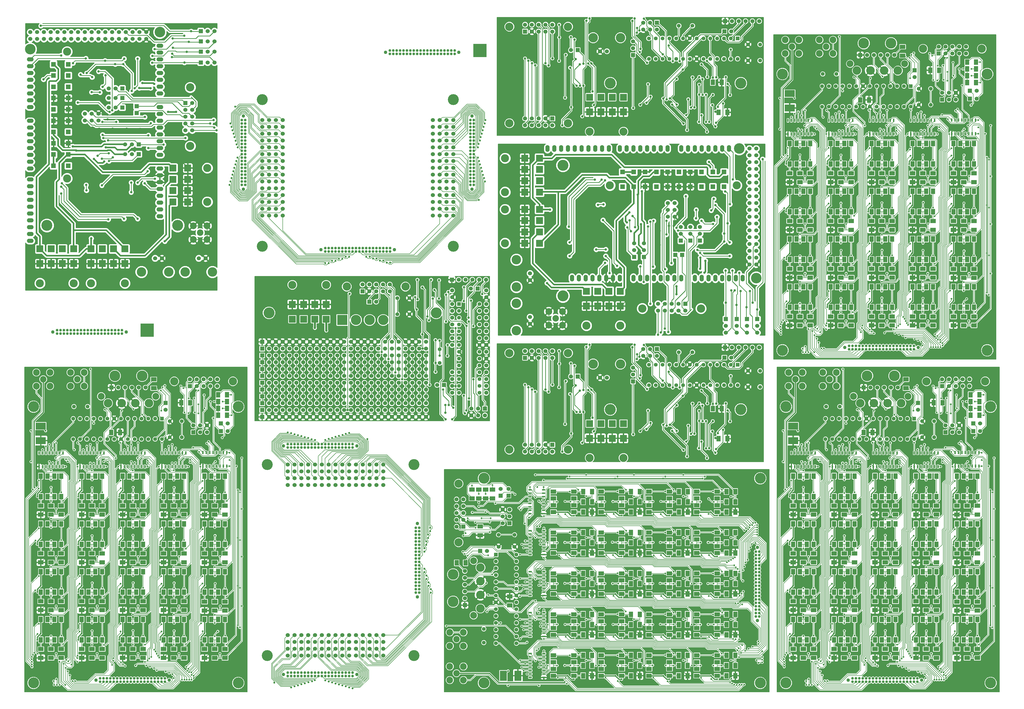
<source format=gbl>
G75*
G70*
%OFA0B0*%
%FSLAX25Y25*%
%IPPOS*%
%LPD*%
%AMOC8*
5,1,8,0,0,1.08239X$1,22.5*
%
%ADD10C,0.05500*%
%ADD100R,0.02000X0.04500*%
%ADD102C,0.00000*%
%ADD103C,0.09449*%
%ADD104C,0.00591*%
%ADD105C,0.12000*%
%ADD110C,0.06000*%
%ADD112C,0.01000*%
%ADD114C,0.00790*%
%ADD115R,0.08000X0.06000*%
%ADD12C,0.05600*%
%ADD120C,0.16000*%
%ADD122C,0.03000*%
%ADD125O,0.06000X0.10000*%
%ADD132R,0.04500X0.02000*%
%ADD133R,0.10040X0.14760*%
%ADD136O,0.10000X0.06000*%
%ADD17C,0.00700*%
%ADD21R,0.15000X0.15000*%
%ADD23C,0.03940*%
%ADD24C,0.12500*%
%ADD25C,0.10000*%
%ADD28C,0.15000*%
%ADD32R,0.14760X0.10040*%
%ADD33C,0.09843*%
%ADD35C,0.11811*%
%ADD38R,0.06000X0.06000*%
%ADD39C,0.15500*%
%ADD49R,0.07000X0.07000*%
%ADD50C,0.03500*%
%ADD51C,0.11810*%
%ADD52C,0.02953*%
%ADD56C,0.15710*%
%ADD59C,0.02362*%
%ADD62C,0.02500*%
%ADD63R,0.05500X0.05500*%
%ADD66C,0.13780*%
%ADD69C,0.00800*%
%ADD78R,0.10000X0.10000*%
%ADD85R,0.06000X0.08000*%
%ADD88R,0.19290X0.19290*%
%ADD92C,0.05000*%
%ADD94C,0.01570*%
X0010000Y0010000D02*
G01*
D104*
D120*
X0025000Y0430000D03*
X0025000Y0025000D03*
X0325000Y0025000D03*
X0325000Y0430000D03*
D92*
X0223870Y0029130D03*
X0116370Y0029130D03*
D23*
X0212620Y0031630D03*
X0217620Y0031630D03*
X0217620Y0026630D03*
X0212620Y0026630D03*
X0197620Y0026630D03*
X0192620Y0026630D03*
X0202620Y0026630D03*
X0207620Y0026630D03*
X0207620Y0031630D03*
X0202620Y0031630D03*
X0192620Y0031630D03*
X0197620Y0031630D03*
X0142620Y0026630D03*
X0137620Y0026630D03*
X0127620Y0026630D03*
X0132620Y0026630D03*
X0132620Y0031630D03*
X0127620Y0031630D03*
X0137620Y0031630D03*
X0142620Y0031630D03*
X0122620Y0031630D03*
X0122620Y0026630D03*
X0147620Y0026630D03*
X0147620Y0031630D03*
X0177620Y0031630D03*
X0172620Y0031630D03*
X0182620Y0031630D03*
X0187620Y0031630D03*
X0167620Y0031630D03*
X0162620Y0031630D03*
X0152620Y0031630D03*
X0157620Y0031630D03*
X0157620Y0026630D03*
X0152620Y0026630D03*
X0162620Y0026630D03*
X0167620Y0026630D03*
X0187620Y0026630D03*
X0182620Y0026630D03*
X0172620Y0026630D03*
X0177620Y0026630D03*
D105*
X0317120Y0467130D03*
X0231120Y0467130D03*
D38*
X0254120Y0460130D03*
D110*
X0254120Y0470130D03*
X0264120Y0460130D03*
X0264120Y0470130D03*
X0274120Y0460130D03*
X0274120Y0470130D03*
X0284120Y0460130D03*
X0284120Y0470130D03*
X0294120Y0460130D03*
X0294120Y0470130D03*
D115*
X0050620Y0201630D03*
X0050620Y0214630D03*
X0305620Y0074630D03*
X0305620Y0061630D03*
X0290620Y0061630D03*
X0290620Y0074630D03*
X0275620Y0271630D03*
X0275620Y0284630D03*
X0215620Y0131630D03*
X0215620Y0144630D03*
X0245620Y0284630D03*
X0245620Y0271630D03*
X0245620Y0214630D03*
X0245620Y0201630D03*
X0215620Y0061630D03*
X0215620Y0074630D03*
X0185620Y0284630D03*
X0185620Y0271630D03*
X0185620Y0144630D03*
X0185620Y0131630D03*
X0185620Y0214630D03*
X0185620Y0201630D03*
X0170620Y0271630D03*
X0170620Y0284630D03*
X0305620Y0284630D03*
X0305620Y0271630D03*
X0305620Y0144130D03*
X0305620Y0131130D03*
X0305620Y0214630D03*
X0305620Y0201630D03*
X0290620Y0271630D03*
X0290620Y0284630D03*
X0230620Y0061630D03*
X0230620Y0074630D03*
X0275620Y0131130D03*
X0275620Y0144130D03*
X0275620Y0201630D03*
X0275620Y0214630D03*
X0245620Y0074630D03*
X0245620Y0061630D03*
X0275620Y0061630D03*
X0275620Y0074630D03*
X0065620Y0074630D03*
X0065620Y0061630D03*
X0050620Y0061630D03*
X0050620Y0074630D03*
X0065620Y0214630D03*
X0065620Y0201630D03*
X0035620Y0271630D03*
X0035620Y0284630D03*
X0035620Y0061630D03*
X0035620Y0074630D03*
X0035620Y0201630D03*
X0035620Y0214630D03*
X0050620Y0271630D03*
X0050620Y0284630D03*
X0065620Y0284630D03*
X0065620Y0271630D03*
X0095620Y0061630D03*
X0095620Y0074630D03*
X0125620Y0284630D03*
X0125620Y0271630D03*
X0110620Y0061630D03*
X0110620Y0074630D03*
X0125620Y0214630D03*
X0125620Y0201630D03*
X0095620Y0201630D03*
X0095620Y0214630D03*
X0095620Y0131630D03*
X0095620Y0144630D03*
X0095620Y0271630D03*
X0095620Y0284630D03*
X0035620Y0131630D03*
X0035620Y0144630D03*
X0155620Y0131630D03*
X0155620Y0144630D03*
X0155620Y0201630D03*
X0155620Y0214630D03*
X0155620Y0061630D03*
X0155620Y0074630D03*
X0215620Y0201630D03*
X0215620Y0214630D03*
X0245620Y0144630D03*
X0245620Y0131630D03*
X0230620Y0271630D03*
X0230620Y0284630D03*
X0215620Y0271630D03*
X0215620Y0284630D03*
X0170620Y0061630D03*
X0170620Y0074630D03*
X0185620Y0074630D03*
X0185620Y0061630D03*
X0155620Y0271630D03*
X0155620Y0284630D03*
X0125620Y0144630D03*
X0125620Y0131630D03*
X0125620Y0074630D03*
X0125620Y0061630D03*
X0110620Y0271630D03*
X0110620Y0284630D03*
X0065620Y0144630D03*
X0065620Y0131630D03*
X0170620Y0201630D03*
X0170620Y0214630D03*
X0170620Y0131630D03*
X0170620Y0144630D03*
X0230620Y0131630D03*
X0230620Y0144630D03*
X0230620Y0201630D03*
X0230620Y0214630D03*
X0290620Y0201630D03*
X0290620Y0214630D03*
X0290620Y0131130D03*
X0290620Y0144130D03*
D85*
X0295500Y0447500D03*
X0308500Y0447500D03*
D115*
X0050620Y0131630D03*
X0050620Y0144630D03*
X0110620Y0201630D03*
X0110620Y0214630D03*
X0110620Y0131630D03*
X0110620Y0144630D03*
D85*
X0185620Y0228130D03*
X0175620Y0228130D03*
X0165620Y0228130D03*
X0155620Y0228130D03*
X0155620Y0258130D03*
X0165620Y0258130D03*
X0175620Y0258130D03*
X0185620Y0258130D03*
X0305620Y0158130D03*
X0295620Y0158130D03*
X0285620Y0158130D03*
X0275620Y0158130D03*
X0275620Y0188130D03*
X0285620Y0188130D03*
X0295620Y0188130D03*
X0305620Y0188130D03*
X0065620Y0298130D03*
X0055620Y0298130D03*
X0045620Y0298130D03*
X0035620Y0298130D03*
X0035620Y0328130D03*
X0045620Y0328130D03*
X0055620Y0328130D03*
X0065620Y0328130D03*
X0185620Y0158130D03*
X0175620Y0158130D03*
X0165620Y0158130D03*
X0155620Y0158130D03*
X0155620Y0188130D03*
X0165620Y0188130D03*
X0175620Y0188130D03*
X0185620Y0188130D03*
X0065620Y0158130D03*
X0055620Y0158130D03*
X0045620Y0158130D03*
X0035620Y0158130D03*
X0035620Y0188130D03*
X0045620Y0188130D03*
X0055620Y0188130D03*
X0065620Y0188130D03*
X0245620Y0228130D03*
X0235620Y0228130D03*
X0225620Y0228130D03*
X0215620Y0228130D03*
X0215620Y0258130D03*
X0225620Y0258130D03*
X0235620Y0258130D03*
X0245620Y0258130D03*
X0245620Y0158130D03*
X0235620Y0158130D03*
X0225620Y0158130D03*
X0215620Y0158130D03*
X0215620Y0188130D03*
X0225620Y0188130D03*
X0235620Y0188130D03*
X0245620Y0188130D03*
X0305620Y0228130D03*
X0295620Y0228130D03*
X0285620Y0228130D03*
X0275620Y0228130D03*
X0275620Y0258130D03*
X0285620Y0258130D03*
X0295620Y0258130D03*
X0305620Y0258130D03*
X0305620Y0298130D03*
X0295620Y0298130D03*
X0285620Y0298130D03*
X0275620Y0298130D03*
X0275620Y0328130D03*
X0285620Y0328130D03*
X0295620Y0328130D03*
X0305620Y0328130D03*
X0065620Y0088130D03*
X0055620Y0088130D03*
X0045620Y0088130D03*
X0035620Y0088130D03*
X0035620Y0118130D03*
X0045620Y0118130D03*
X0055620Y0118130D03*
X0065620Y0118130D03*
X0245620Y0298130D03*
X0235620Y0298130D03*
X0225620Y0298130D03*
X0215620Y0298130D03*
X0215620Y0328130D03*
X0225620Y0328130D03*
X0235620Y0328130D03*
X0245620Y0328130D03*
X0305620Y0088130D03*
X0295620Y0088130D03*
X0285620Y0088130D03*
X0275620Y0088130D03*
X0275620Y0118130D03*
X0285620Y0118130D03*
X0295620Y0118130D03*
X0305620Y0118130D03*
X0125620Y0088130D03*
X0115620Y0088130D03*
X0105620Y0088130D03*
X0095620Y0088130D03*
X0095620Y0118130D03*
X0105620Y0118130D03*
X0115620Y0118130D03*
X0125620Y0118130D03*
X0185620Y0298130D03*
X0175620Y0298130D03*
X0165620Y0298130D03*
X0155620Y0298130D03*
X0155620Y0328130D03*
X0165620Y0328130D03*
X0175620Y0328130D03*
X0185620Y0328130D03*
X0125620Y0228130D03*
X0115620Y0228130D03*
X0105620Y0228130D03*
X0095620Y0228130D03*
X0095620Y0258130D03*
X0105620Y0258130D03*
X0115620Y0258130D03*
X0125620Y0258130D03*
X0185620Y0088130D03*
X0175620Y0088130D03*
X0165620Y0088130D03*
X0155620Y0088130D03*
X0155620Y0118130D03*
X0165620Y0118130D03*
X0175620Y0118130D03*
X0185620Y0118130D03*
X0065620Y0228130D03*
X0055620Y0228130D03*
X0045620Y0228130D03*
X0035620Y0228130D03*
X0035620Y0258130D03*
X0045620Y0258130D03*
X0055620Y0258130D03*
X0065620Y0258130D03*
X0125620Y0298130D03*
X0115620Y0298130D03*
X0105620Y0298130D03*
X0095620Y0298130D03*
X0095620Y0328130D03*
X0105620Y0328130D03*
X0115620Y0328130D03*
X0125620Y0328130D03*
D32*
X0035620Y0401510D03*
X0035620Y0380250D03*
D85*
X0245620Y0088130D03*
X0235620Y0088130D03*
X0225620Y0088130D03*
X0215620Y0088130D03*
X0215620Y0118130D03*
X0225620Y0118130D03*
X0235620Y0118130D03*
X0245620Y0118130D03*
X0125620Y0158130D03*
X0115620Y0158130D03*
X0105620Y0158130D03*
X0095620Y0158130D03*
X0095620Y0188130D03*
X0105620Y0188130D03*
X0115620Y0188130D03*
X0125620Y0188130D03*
D25*
X0204120Y0445130D03*
X0124120Y0445130D03*
D56*
X0184120Y0475130D03*
D24*
X0154120Y0435130D03*
X0174120Y0435130D03*
X0134120Y0435130D03*
X0194120Y0435130D03*
D56*
X0144120Y0475130D03*
D103*
X0089120Y0470130D03*
D33*
X0079120Y0480130D03*
X0099120Y0480130D03*
X0099120Y0460130D03*
X0079120Y0460130D03*
D103*
X0039120Y0470130D03*
D33*
X0029120Y0480130D03*
X0049120Y0480130D03*
X0049120Y0460130D03*
X0029120Y0460130D03*
D100*
X0128120Y0342130D03*
X0123120Y0342130D03*
X0118120Y0342130D03*
X0113120Y0342130D03*
X0108120Y0342130D03*
X0103120Y0342130D03*
X0098120Y0342130D03*
X0093120Y0342130D03*
X0093120Y0362130D03*
X0098120Y0362130D03*
X0103120Y0362130D03*
X0108120Y0362130D03*
X0113120Y0362130D03*
X0118120Y0362130D03*
X0123120Y0362130D03*
X0128120Y0362130D03*
X0188120Y0342130D03*
X0183120Y0342130D03*
X0178120Y0342130D03*
X0173120Y0342130D03*
X0168120Y0342130D03*
X0163120Y0342130D03*
X0158120Y0342130D03*
X0153120Y0342130D03*
X0153120Y0362130D03*
X0158120Y0362130D03*
X0163120Y0362130D03*
X0168120Y0362130D03*
X0173120Y0362130D03*
X0178120Y0362130D03*
X0183120Y0362130D03*
X0188120Y0362130D03*
X0248120Y0342130D03*
X0243120Y0342130D03*
X0238120Y0342130D03*
X0233120Y0342130D03*
X0228120Y0342130D03*
X0223120Y0342130D03*
X0218120Y0342130D03*
X0213120Y0342130D03*
X0213120Y0362130D03*
X0218120Y0362130D03*
X0223120Y0362130D03*
X0228120Y0362130D03*
X0233120Y0362130D03*
X0238120Y0362130D03*
X0243120Y0362130D03*
X0248120Y0362130D03*
X0308120Y0342630D03*
X0303120Y0342630D03*
X0298120Y0342630D03*
X0293120Y0342630D03*
X0288120Y0342630D03*
X0283120Y0342630D03*
X0278120Y0342630D03*
X0273120Y0342630D03*
X0273120Y0362630D03*
X0278120Y0362630D03*
X0283120Y0362630D03*
X0288120Y0362630D03*
X0293120Y0362630D03*
X0298120Y0362630D03*
X0303120Y0362630D03*
X0308120Y0362630D03*
D38*
X0259000Y0392500D03*
D110*
X0259000Y0402500D03*
X0269000Y0392500D03*
X0269000Y0402500D03*
X0279000Y0392500D03*
X0279000Y0402500D03*
D38*
X0139000Y0458000D03*
D110*
X0149000Y0458000D03*
X0159000Y0458000D03*
X0169000Y0458000D03*
X0179000Y0458000D03*
X0189000Y0458000D03*
D12*
X0084120Y0430130D03*
X0104120Y0430130D03*
D10*
X0203120Y0412380D03*
X0193120Y0412380D03*
X0183120Y0412380D03*
X0173120Y0412380D03*
X0163120Y0412380D03*
X0153120Y0412380D03*
X0143120Y0412380D03*
X0133120Y0412380D03*
X0123120Y0412380D03*
X0113120Y0412380D03*
X0103120Y0412380D03*
X0093120Y0412380D03*
X0083120Y0412380D03*
D63*
X0213120Y0412380D03*
D10*
X0083120Y0382380D03*
X0093120Y0382380D03*
X0103120Y0382380D03*
X0113120Y0382380D03*
X0123120Y0382380D03*
X0133120Y0382380D03*
X0143120Y0382380D03*
X0153120Y0382380D03*
X0163120Y0382380D03*
X0173120Y0382380D03*
X0183120Y0382380D03*
X0193120Y0382380D03*
X0203120Y0382380D03*
X0213120Y0382380D03*
D100*
X0068120Y0342130D03*
X0063120Y0342130D03*
X0058120Y0342130D03*
X0053120Y0342130D03*
X0048120Y0342130D03*
X0043120Y0342130D03*
X0038120Y0342130D03*
X0033120Y0342130D03*
X0033120Y0362130D03*
X0038120Y0362130D03*
X0043120Y0362130D03*
X0048120Y0362130D03*
X0053120Y0362130D03*
X0058120Y0362130D03*
X0063120Y0362130D03*
X0068120Y0362130D03*
D38*
X0218500Y0435500D03*
D110*
X0218500Y0425500D03*
D38*
X0299500Y0394000D03*
D110*
X0309500Y0394000D03*
D85*
X0295500Y0427500D03*
X0308500Y0427500D03*
X0295500Y0417500D03*
X0308500Y0417500D03*
D38*
X0299500Y0405500D03*
D110*
X0309500Y0405500D03*
D115*
X0201000Y0470000D03*
X0201000Y0457000D03*
D85*
X0151800Y0392100D03*
X0138800Y0392100D03*
D10*
X0242230Y0385070D03*
X0224510Y0385070D03*
X0242230Y0408690D03*
X0224510Y0408690D03*
D85*
X0295500Y0437500D03*
X0308500Y0437500D03*
X0241500Y0435700D03*
X0254500Y0435700D03*
D62*
X0312000Y0362500D03*
X0145500Y0354500D03*
X0021120Y0349380D03*
X0021120Y0394630D03*
X0058120Y0068130D03*
X0118120Y0068130D03*
X0042620Y0394630D03*
X0057620Y0354630D03*
X0117870Y0354630D03*
X0178120Y0068130D03*
X0298120Y0068130D03*
X0238120Y0068130D03*
X0177370Y0354630D03*
X0238120Y0354630D03*
X0297120Y0354630D03*
X0238120Y0280130D03*
X0177920Y0280130D03*
X0117920Y0280130D03*
X0057920Y0280130D03*
X0058120Y0210130D03*
X0118320Y0210130D03*
X0178320Y0210130D03*
X0238320Y0210130D03*
X0298320Y0210130D03*
X0237920Y0137730D03*
X0178120Y0137930D03*
X0118320Y0137730D03*
X0058120Y0137730D03*
X0298520Y0137730D03*
X0330120Y0354630D03*
X0330120Y0210130D03*
X0298720Y0280130D03*
X0330120Y0137730D03*
X0330120Y0280130D03*
X0171500Y0426500D03*
X0241000Y0442500D03*
X0273050Y0336100D03*
X0212950Y0335850D03*
X0152950Y0335650D03*
X0092750Y0336000D03*
X0053870Y0388630D03*
X0280370Y0414630D03*
X0221920Y0074730D03*
X0101720Y0074730D03*
X0019620Y0388630D03*
X0019620Y0354630D03*
X0042370Y0354630D03*
X0101870Y0355630D03*
X0035620Y0388380D03*
X0161870Y0354380D03*
X0222620Y0354630D03*
X0283120Y0354630D03*
X0036120Y0067630D03*
X0332620Y0359130D03*
X0332720Y0289130D03*
X0332720Y0218930D03*
X0332720Y0149330D03*
X0322320Y0074730D03*
X0161720Y0074930D03*
X0281920Y0074730D03*
X0041920Y0144530D03*
X0101920Y0144530D03*
X0161920Y0144730D03*
X0221920Y0144730D03*
X0041720Y0214530D03*
X0101720Y0214530D03*
X0161920Y0214530D03*
X0221920Y0214530D03*
X0041920Y0284530D03*
X0101720Y0284730D03*
X0161920Y0284530D03*
X0221920Y0284530D03*
X0282120Y0284630D03*
X0282120Y0214630D03*
X0282120Y0144130D03*
X0026620Y0311380D03*
X0035520Y0097330D03*
X0035520Y0167330D03*
X0095520Y0167330D03*
X0035320Y0237330D03*
X0035320Y0307330D03*
X0095520Y0307330D03*
X0095320Y0097330D03*
X0215320Y0097330D03*
X0214720Y0167330D03*
X0214920Y0237330D03*
X0215320Y0307330D03*
X0210520Y0297930D03*
X0155320Y0167330D03*
X0095520Y0237330D03*
X0155520Y0237330D03*
X0155520Y0307330D03*
X0324520Y0237930D03*
X0324520Y0167530D03*
X0324520Y0109530D03*
X0324520Y0307730D03*
X0155620Y0097430D03*
X0275620Y0097630D03*
X0275620Y0167630D03*
X0030520Y0088130D03*
X0090520Y0088130D03*
X0150520Y0088130D03*
X0210520Y0088130D03*
X0270520Y0088130D03*
X0030520Y0158130D03*
X0090520Y0158130D03*
X0150520Y0158130D03*
X0210520Y0158130D03*
X0270520Y0158130D03*
X0274920Y0236930D03*
X0030320Y0228130D03*
X0090520Y0228130D03*
X0150520Y0228130D03*
X0210320Y0228130D03*
X0270520Y0227930D03*
X0275020Y0307030D03*
X0030520Y0298130D03*
X0090520Y0298130D03*
X0150320Y0298130D03*
X0270120Y0297930D03*
X0023870Y0308380D03*
X0327520Y0234330D03*
X0327520Y0164330D03*
X0327320Y0106330D03*
X0327520Y0304530D03*
X0065720Y0094330D03*
X0125520Y0094330D03*
X0185520Y0094330D03*
X0245520Y0094330D03*
X0305720Y0094330D03*
X0065720Y0164330D03*
X0125720Y0164330D03*
X0185520Y0164330D03*
X0245520Y0164330D03*
X0305720Y0164330D03*
X0065520Y0234330D03*
X0125720Y0234330D03*
X0185720Y0234330D03*
X0245520Y0234330D03*
X0305720Y0234330D03*
X0065520Y0304330D03*
X0125520Y0304330D03*
X0185520Y0304330D03*
X0245720Y0304330D03*
X0305520Y0304330D03*
X0272720Y0100730D03*
X0290520Y0093330D03*
X0294920Y0100530D03*
X0259720Y0032130D03*
X0270520Y0112530D03*
X0259320Y0035530D03*
X0290520Y0112730D03*
X0230120Y0032130D03*
X0205620Y0067880D03*
X0230920Y0171530D03*
X0230920Y0163530D03*
X0212520Y0170530D03*
X0201370Y0046630D03*
X0230920Y0182130D03*
X0212120Y0181330D03*
X0203870Y0071130D03*
X0242620Y0029630D03*
X0231320Y0241730D03*
X0212320Y0240730D03*
X0230920Y0233730D03*
X0201870Y0073880D03*
X0230720Y0252330D03*
X0212320Y0250930D03*
X0195620Y0048630D03*
X0197370Y0063130D03*
X0246120Y0029630D03*
X0230920Y0311330D03*
X0212720Y0310330D03*
X0230720Y0303530D03*
X0194620Y0060880D03*
X0230520Y0322530D03*
X0212120Y0319730D03*
X0190120Y0050380D03*
X0192120Y0058130D03*
X0249620Y0029630D03*
X0153120Y0055130D03*
X0170720Y0101730D03*
X0152520Y0100530D03*
X0170720Y0093530D03*
X0156120Y0052530D03*
X0174620Y0050630D03*
X0170520Y0112130D03*
X0152520Y0111730D03*
X0253120Y0029630D03*
X0152520Y0170330D03*
X0170720Y0163930D03*
X0170920Y0171730D03*
X0159120Y0049930D03*
X0256620Y0029630D03*
X0188120Y0055880D03*
X0170720Y0182530D03*
X0152520Y0181930D03*
X0141920Y0061130D03*
X0256320Y0036930D03*
X0272520Y0170730D03*
X0291120Y0170730D03*
X0290720Y0163130D03*
X0170720Y0241330D03*
X0152720Y0240330D03*
X0141720Y0057530D03*
X0170720Y0233330D03*
X0082120Y0027930D03*
X0054520Y0027730D03*
X0055120Y0022130D03*
X0152520Y0251730D03*
X0170720Y0252730D03*
X0140120Y0051530D03*
X0170920Y0303730D03*
X0152720Y0310330D03*
X0170920Y0311530D03*
X0058520Y0030530D03*
X0059120Y0022130D03*
X0152520Y0321730D03*
X0170520Y0322730D03*
X0085720Y0027930D03*
X0110720Y0093330D03*
X0089520Y0064730D03*
X0092520Y0100330D03*
X0110720Y0101330D03*
X0063120Y0022130D03*
X0062870Y0056130D03*
X0092720Y0111930D03*
X0110520Y0112730D03*
X0089120Y0061330D03*
X0089120Y0055880D03*
X0110920Y0171530D03*
X0092520Y0170330D03*
X0110720Y0163530D03*
X0071620Y0022130D03*
X0092720Y0181930D03*
X0110520Y0182530D03*
X0110720Y0232930D03*
X0092720Y0240330D03*
X0110720Y0240730D03*
X0080370Y0051630D03*
X0110720Y0252530D03*
X0092520Y0251730D03*
X0228620Y0037630D03*
X0256120Y0040330D03*
X0290920Y0182330D03*
X0272520Y0181530D03*
X0110720Y0311130D03*
X0092720Y0310330D03*
X0110720Y0303330D03*
X0075870Y0056630D03*
X0110720Y0322730D03*
X0092720Y0321930D03*
X0069120Y0053130D03*
X0072870Y0058630D03*
X0050520Y0093730D03*
X0030920Y0096930D03*
X0031120Y0067630D03*
X0026120Y0069130D03*
X0072120Y0047130D03*
X0032720Y0111930D03*
X0050520Y0112530D03*
X0024120Y0066130D03*
X0050720Y0163530D03*
X0027520Y0160930D03*
X0075120Y0042130D03*
X0022620Y0063130D03*
X0032720Y0181930D03*
X0050920Y0182730D03*
X0022120Y0059630D03*
X0027720Y0233730D03*
X0050720Y0233330D03*
X0022620Y0055630D03*
X0032720Y0251930D03*
X0050520Y0252730D03*
X0078120Y0036130D03*
X0032620Y0310130D03*
X0050620Y0311630D03*
X0050720Y0303330D03*
X0022620Y0052130D03*
X0050520Y0322730D03*
X0032720Y0321930D03*
X0022620Y0048630D03*
X0252720Y0040730D03*
X0272720Y0239930D03*
X0290720Y0233130D03*
X0290920Y0240930D03*
X0250120Y0042930D03*
X0223620Y0039630D03*
X0290520Y0252930D03*
X0272520Y0250530D03*
X0251920Y0045930D03*
X0290720Y0303130D03*
X0272520Y0310730D03*
X0291120Y0311130D03*
X0218620Y0041630D03*
X0248720Y0048530D03*
X0290520Y0322930D03*
X0272520Y0321130D03*
X0230920Y0101330D03*
X0230720Y0093330D03*
X0209120Y0062130D03*
X0212320Y0100330D03*
X0212320Y0111130D03*
X0207320Y0064930D03*
X0230920Y0112530D03*
X0205370Y0043630D03*
X0266450Y0453900D03*
X0129620Y0425630D03*
X0089620Y0376880D03*
X0058120Y0376880D03*
X0118120Y0377130D03*
X0151870Y0377130D03*
X0178120Y0376880D03*
X0213120Y0377130D03*
X0302000Y0437500D03*
X0315000Y0417500D03*
X0266500Y0420200D03*
X0266500Y0433450D03*
X0275000Y0447000D03*
X0275500Y0427500D03*
X0261000Y0421500D03*
X0260500Y0442500D03*
X0302000Y0427500D03*
X0314500Y0447500D03*
X0233050Y0369350D03*
X0173100Y0369400D03*
X0113100Y0369400D03*
X0053100Y0369400D03*
X0267370Y0363880D03*
X0290620Y0124930D03*
X0312120Y0342630D03*
X0308120Y0081130D03*
X0290620Y0081130D03*
X0322120Y0342630D03*
X0230620Y0194930D03*
X0248120Y0151880D03*
X0230620Y0152130D03*
X0254370Y0348380D03*
X0233120Y0347630D03*
X0230620Y0264730D03*
X0230520Y0221730D03*
X0248120Y0221630D03*
X0228120Y0347380D03*
X0254620Y0352130D03*
X0230520Y0336630D03*
X0230720Y0291730D03*
X0248120Y0291880D03*
X0170620Y0125530D03*
X0170620Y0081130D03*
X0192120Y0342130D03*
X0188120Y0081130D03*
X0208620Y0342130D03*
X0170620Y0194530D03*
X0188120Y0151880D03*
X0170520Y0152130D03*
X0290620Y0194930D03*
X0170620Y0264730D03*
X0173120Y0347880D03*
X0192120Y0347380D03*
X0170520Y0221930D03*
X0168120Y0349380D03*
X0192120Y0350880D03*
X0188370Y0221880D03*
X0170620Y0336380D03*
X0170620Y0292330D03*
X0188120Y0291730D03*
X0110620Y0125530D03*
X0128120Y0080880D03*
X0131870Y0342130D03*
X0110520Y0080880D03*
X0149120Y0342130D03*
X0110620Y0195030D03*
X0110720Y0152130D03*
X0128120Y0151880D03*
X0113120Y0346880D03*
X0110620Y0265230D03*
X0133870Y0349380D03*
X0110620Y0222380D03*
X0108150Y0347250D03*
X0127950Y0349400D03*
X0129850Y0222350D03*
X0290620Y0151930D03*
X0308120Y0151880D03*
X0110620Y0336380D03*
X0110620Y0292380D03*
X0128120Y0291880D03*
X0050620Y0125330D03*
X0050320Y0081730D03*
X0071870Y0342130D03*
X0089370Y0342130D03*
X0068120Y0081630D03*
X0050620Y0195130D03*
X0050620Y0152380D03*
X0068120Y0151880D03*
X0050620Y0265730D03*
X0053120Y0347880D03*
X0074870Y0349880D03*
X0050620Y0221930D03*
X0068120Y0221880D03*
X0048120Y0349380D03*
X0072370Y0352630D03*
X0050620Y0336380D03*
X0050620Y0291880D03*
X0068120Y0291630D03*
X0290620Y0265130D03*
X0290620Y0221930D03*
X0291370Y0349380D03*
X0312120Y0351880D03*
X0308120Y0221880D03*
X0290620Y0336130D03*
X0308120Y0291880D03*
X0290620Y0291930D03*
X0230620Y0125130D03*
X0248120Y0081630D03*
X0230620Y0081530D03*
X0251870Y0342130D03*
X0269370Y0342130D03*
X0301500Y0384500D03*
X0252600Y0442200D03*
X0217370Y0460880D03*
X0240750Y0460150D03*
X0246000Y0421400D03*
X0214120Y0458380D03*
X0084620Y0366880D03*
X0038120Y0366880D03*
X0097870Y0366880D03*
X0158120Y0366880D03*
X0218120Y0366880D03*
X0258870Y0370130D03*
X0108500Y0485000D03*
X0288300Y0413200D03*
X0113050Y0405500D03*
X0043100Y0371900D03*
X0103100Y0371900D03*
X0163100Y0371900D03*
X0223120Y0371880D03*
X0278870Y0376130D03*
X0228120Y0374380D03*
X0281620Y0378630D03*
X0048100Y0374400D03*
X0168120Y0374380D03*
X0108100Y0374400D03*
X0184000Y0418000D03*
X0252100Y0420500D03*
X0244300Y0457000D03*
X0211300Y0453900D03*
X0289500Y0437500D03*
X0284000Y0437500D03*
X0212000Y0424000D03*
X0154000Y0424000D03*
D69*
X0295500Y0447500D02*
X0296450Y0447500D01*
X0317700Y0402200D02*
X0309500Y0394000D01*
X0317700Y0418500D02*
X0317700Y0402200D01*
X0315100Y0421100D02*
X0317700Y0418500D01*
X0315100Y0434650D02*
X0315100Y0421100D01*
X0317400Y0436950D02*
X0315100Y0434650D01*
X0317400Y0449750D02*
X0317400Y0436950D01*
X0313400Y0453750D02*
X0317400Y0449750D01*
X0302700Y0453750D02*
X0313400Y0453750D01*
X0296450Y0447500D02*
X0302700Y0453750D01*
X0308120Y0362630D02*
X0311870Y0362630D01*
X0311870Y0362630D02*
X0312000Y0362500D01*
X0134120Y0435130D02*
X0134120Y0424880D01*
X0145500Y0359000D02*
X0145500Y0354500D01*
X0128750Y0375750D02*
X0145500Y0359000D01*
X0128750Y0391750D02*
X0128750Y0375750D01*
X0137750Y0400750D02*
X0128750Y0391750D01*
X0137750Y0421250D02*
X0137750Y0400750D01*
X0134120Y0424880D02*
X0137750Y0421250D01*
X0022270Y0350530D02*
X0021120Y0349380D01*
X0022270Y0393480D02*
X0022270Y0350530D01*
X0021120Y0394630D02*
X0022270Y0393480D01*
X0058120Y0061630D02*
X0058120Y0068130D01*
X0118120Y0068130D02*
X0118120Y0061630D01*
X0035620Y0401510D02*
X0035740Y0401510D01*
X0035740Y0401510D02*
X0042620Y0394630D01*
X0068120Y0362130D02*
X0068120Y0361880D01*
X0061370Y0358380D02*
X0057620Y0354630D01*
X0064620Y0358380D02*
X0061370Y0358380D01*
X0068120Y0361880D02*
X0064620Y0358380D01*
X0128120Y0362130D02*
X0128120Y0361880D01*
X0117870Y0355130D02*
X0117870Y0354630D01*
X0121120Y0358380D02*
X0117870Y0355130D01*
X0124620Y0358380D02*
X0121120Y0358380D01*
X0128120Y0361880D02*
X0124620Y0358380D01*
X0178120Y0068130D02*
X0178120Y0061630D01*
X0298120Y0061630D02*
X0298120Y0068130D01*
X0238120Y0068130D02*
X0238120Y0061630D01*
X0188120Y0362130D02*
X0188120Y0360380D01*
X0181120Y0358380D02*
X0177370Y0354630D01*
X0186120Y0358380D02*
X0181120Y0358380D01*
X0188120Y0360380D02*
X0186120Y0358380D01*
X0188120Y0362130D02*
X0188120Y0360630D01*
X0248120Y0362130D02*
X0248120Y0361630D01*
X0242120Y0358630D02*
X0238120Y0354630D01*
X0245120Y0358630D02*
X0242120Y0358630D01*
X0248120Y0361630D02*
X0245120Y0358630D01*
X0308120Y0362630D02*
X0308120Y0360230D01*
X0301620Y0359130D02*
X0297120Y0354630D01*
X0307020Y0359130D02*
X0301620Y0359130D01*
X0308120Y0360230D02*
X0307020Y0359130D01*
X0298720Y0271630D02*
X0298520Y0271630D01*
X0298720Y0280130D02*
X0298720Y0271630D01*
X0238120Y0271630D02*
X0237920Y0271630D01*
X0238120Y0280130D02*
X0238120Y0271630D01*
X0178120Y0271630D02*
X0178120Y0279930D01*
X0178120Y0279930D02*
X0177920Y0280130D01*
X0117920Y0280130D02*
X0117920Y0271630D01*
X0057920Y0280130D02*
X0057920Y0271630D01*
X0058120Y0210130D02*
X0058120Y0201630D01*
X0058120Y0201630D02*
X0058020Y0201730D01*
X0057720Y0201730D02*
X0057720Y0201630D01*
X0058020Y0201730D02*
X0057720Y0201730D01*
X0118320Y0210130D02*
X0118320Y0201630D01*
X0178320Y0210130D02*
X0178320Y0201630D01*
X0238320Y0210130D02*
X0238320Y0201630D01*
X0298320Y0201630D02*
X0298120Y0201630D01*
X0298320Y0210130D02*
X0298320Y0201630D01*
X0330120Y0086130D02*
X0305620Y0061630D01*
X0237920Y0131630D02*
X0237920Y0137730D01*
X0178120Y0131630D02*
X0178120Y0137930D01*
X0118320Y0137730D02*
X0118320Y0131630D01*
X0058120Y0137730D02*
X0058120Y0131630D01*
X0298320Y0137530D02*
X0298320Y0131130D01*
X0298520Y0137730D02*
X0298320Y0137530D01*
X0065620Y0061630D02*
X0058120Y0061630D01*
X0058120Y0061630D02*
X0050620Y0061630D01*
X0065620Y0131630D02*
X0058120Y0131630D01*
X0058120Y0131630D02*
X0050620Y0131630D01*
X0125620Y0131630D02*
X0118320Y0131630D01*
X0118320Y0131630D02*
X0110620Y0131630D01*
X0185620Y0131630D02*
X0178120Y0131630D01*
X0178120Y0131630D02*
X0170620Y0131630D01*
X0065620Y0201630D02*
X0058120Y0201630D01*
X0058120Y0201630D02*
X0057720Y0201630D01*
X0057720Y0201630D02*
X0050620Y0201630D01*
X0125620Y0201630D02*
X0118320Y0201630D01*
X0118320Y0201630D02*
X0110620Y0201630D01*
X0185620Y0201630D02*
X0178320Y0201630D01*
X0178320Y0201630D02*
X0170620Y0201630D01*
X0125620Y0271630D02*
X0117920Y0271630D01*
X0117920Y0271630D02*
X0110620Y0271630D01*
X0185620Y0271630D02*
X0178120Y0271630D01*
X0178120Y0271630D02*
X0170620Y0271630D01*
X0065620Y0271630D02*
X0057920Y0271630D01*
X0057920Y0271630D02*
X0050620Y0271630D01*
X0245620Y0131630D02*
X0237920Y0131630D01*
X0237920Y0131630D02*
X0230620Y0131630D01*
X0245620Y0271630D02*
X0237920Y0271630D01*
X0237920Y0271630D02*
X0230620Y0271630D01*
X0245620Y0201630D02*
X0238320Y0201630D01*
X0238320Y0201630D02*
X0230620Y0201630D01*
X0305620Y0271630D02*
X0298520Y0271630D01*
X0298520Y0271630D02*
X0290620Y0271630D01*
X0305620Y0201630D02*
X0298120Y0201630D01*
X0298120Y0201630D02*
X0290620Y0201630D01*
X0305620Y0131130D02*
X0298320Y0131130D01*
X0298320Y0131130D02*
X0290620Y0131130D01*
X0290620Y0061630D02*
X0290620Y0061130D01*
X0290620Y0061630D02*
X0289370Y0061630D01*
X0290620Y0061630D02*
X0290120Y0061630D01*
X0305620Y0061630D02*
X0298120Y0061630D01*
X0298120Y0061630D02*
X0290620Y0061630D01*
X0110620Y0061630D02*
X0110120Y0061630D01*
X0067870Y0061630D02*
X0065620Y0061630D01*
X0230620Y0061630D02*
X0226870Y0061630D01*
X0125620Y0061630D02*
X0118120Y0061630D01*
X0118120Y0061630D02*
X0110620Y0061630D01*
X0185620Y0061630D02*
X0178120Y0061630D01*
X0178120Y0061630D02*
X0170620Y0061630D01*
X0245620Y0061630D02*
X0238120Y0061630D01*
X0238120Y0061630D02*
X0230620Y0061630D01*
X0330120Y0210130D02*
X0330120Y0137730D01*
X0330120Y0137730D02*
X0330120Y0086130D01*
X0330120Y0280130D02*
X0330120Y0354630D01*
X0330120Y0280130D02*
X0330120Y0210130D01*
X0159000Y0443500D02*
X0166000Y0436500D01*
X0166000Y0436500D02*
X0166000Y0432000D01*
X0166000Y0432000D02*
X0171500Y0426500D01*
X0159000Y0458000D02*
X0159000Y0443500D01*
X0241500Y0442000D02*
X0241500Y0435700D01*
X0241000Y0442500D02*
X0241500Y0442000D01*
X0151800Y0392100D02*
X0151800Y0383700D01*
X0151800Y0383700D02*
X0153120Y0382380D01*
X0273120Y0336180D02*
X0273120Y0342630D01*
X0273050Y0336100D02*
X0273120Y0336180D01*
X0213120Y0336030D02*
X0213120Y0342130D01*
X0212950Y0335850D02*
X0213120Y0336030D01*
X0153120Y0335830D02*
X0153120Y0342130D01*
X0152950Y0335650D02*
X0153120Y0335830D01*
X0093120Y0336380D02*
X0093120Y0342130D01*
X0092750Y0336000D02*
X0093120Y0336380D01*
X0035870Y0388630D02*
X0053870Y0388630D01*
X0035620Y0388380D02*
X0035870Y0388630D01*
X0224510Y0385070D02*
X0224510Y0408690D01*
X0153120Y0382380D02*
X0152370Y0382380D01*
X0148870Y0346380D02*
X0153120Y0342130D01*
X0148870Y0378880D02*
X0148870Y0346380D01*
X0152370Y0382380D02*
X0148870Y0378880D01*
X0143120Y0422130D02*
X0143120Y0424130D01*
X0143120Y0424130D02*
X0154120Y0435130D01*
X0143120Y0422130D02*
X0143120Y0412380D01*
X0286870Y0404880D02*
X0284120Y0402130D01*
X0286870Y0410630D02*
X0286870Y0404880D01*
X0282870Y0414630D02*
X0286870Y0410630D01*
X0280370Y0414630D02*
X0282870Y0414630D01*
X0215620Y0061830D02*
X0221920Y0068130D01*
X0221920Y0068130D02*
X0221920Y0074730D01*
X0215620Y0061830D02*
X0215620Y0061630D01*
X0095620Y0062030D02*
X0101720Y0068130D01*
X0101720Y0068130D02*
X0101720Y0074730D01*
X0095620Y0061630D02*
X0095620Y0062030D01*
X0035620Y0388380D02*
X0035620Y0380250D01*
X0020370Y0387880D02*
X0019620Y0388630D01*
X0020370Y0355380D02*
X0020370Y0387880D01*
X0019620Y0354630D02*
X0020370Y0355380D01*
X0033120Y0345380D02*
X0033120Y0342130D01*
X0042370Y0354630D02*
X0033120Y0345380D01*
X0093120Y0346880D02*
X0093120Y0342130D01*
X0101870Y0355630D02*
X0093120Y0346880D01*
X0153120Y0342130D02*
X0153120Y0345630D01*
X0153120Y0345630D02*
X0161870Y0354380D01*
X0213120Y0342130D02*
X0213120Y0345130D01*
X0213120Y0345130D02*
X0222620Y0354630D01*
X0273120Y0342630D02*
X0273120Y0344630D01*
X0273120Y0344630D02*
X0283120Y0354630D01*
X0036120Y0067630D02*
X0035620Y0067130D01*
X0035620Y0067130D02*
X0035620Y0061630D01*
X0332620Y0359130D02*
X0332720Y0359130D01*
X0332720Y0289130D02*
X0332720Y0359130D01*
X0332720Y0289130D02*
X0332720Y0218930D01*
X0332720Y0218930D02*
X0332720Y0149330D01*
X0332720Y0085130D02*
X0322320Y0074730D01*
X0332720Y0149330D02*
X0332720Y0085130D01*
X0155620Y0061630D02*
X0155620Y0062230D01*
X0161720Y0068330D02*
X0161720Y0074930D01*
X0155620Y0062230D02*
X0161720Y0068330D01*
X0276020Y0061630D02*
X0281920Y0067530D01*
X0281920Y0067530D02*
X0281920Y0074730D01*
X0275620Y0061630D02*
X0276020Y0061630D01*
X0041720Y0137730D02*
X0035620Y0131630D01*
X0041920Y0144530D02*
X0041720Y0144330D01*
X0041720Y0144330D02*
X0041720Y0137730D01*
X0102120Y0138130D02*
X0095620Y0131630D01*
X0101920Y0144530D02*
X0102120Y0144330D01*
X0102120Y0144330D02*
X0102120Y0138130D01*
X0155620Y0132030D02*
X0155620Y0131630D01*
X0161920Y0138330D02*
X0155620Y0132030D01*
X0161920Y0144730D02*
X0161920Y0138330D01*
X0215620Y0132030D02*
X0215620Y0131630D01*
X0221920Y0138330D02*
X0215620Y0132030D01*
X0221920Y0144730D02*
X0221920Y0138330D01*
X0036020Y0201630D02*
X0035620Y0201630D01*
X0041720Y0214530D02*
X0041720Y0207330D01*
X0041720Y0207330D02*
X0036020Y0201630D01*
X0101720Y0214530D02*
X0101720Y0208130D01*
X0101720Y0208130D02*
X0095620Y0202030D01*
X0095620Y0202030D02*
X0095620Y0201630D01*
X0156020Y0201630D02*
X0155620Y0201630D01*
X0161920Y0207530D02*
X0156020Y0201630D01*
X0161920Y0214530D02*
X0161920Y0207530D01*
X0222120Y0208130D02*
X0215620Y0201630D01*
X0222120Y0214330D02*
X0222120Y0208130D01*
X0221920Y0214530D02*
X0222120Y0214330D01*
X0035620Y0271830D02*
X0035620Y0271630D01*
X0041920Y0278130D02*
X0035620Y0271830D01*
X0041920Y0284530D02*
X0041920Y0278130D01*
X0101720Y0277730D02*
X0095620Y0271630D01*
X0101720Y0284730D02*
X0101720Y0277730D01*
X0156820Y0271630D02*
X0155620Y0271630D01*
X0161920Y0277930D02*
X0156320Y0272330D01*
X0161920Y0284530D02*
X0161920Y0277930D01*
X0222120Y0278130D02*
X0215620Y0271630D01*
X0221920Y0284530D02*
X0222120Y0284330D01*
X0222120Y0284330D02*
X0222120Y0278130D01*
X0276620Y0271630D02*
X0275620Y0271630D01*
X0282120Y0284630D02*
X0282120Y0277130D01*
X0282120Y0277130D02*
X0276620Y0271630D01*
X0281870Y0207880D02*
X0275620Y0201630D01*
X0281870Y0214380D02*
X0281870Y0207880D01*
X0282120Y0214630D02*
X0281870Y0214380D01*
X0276620Y0131130D02*
X0275620Y0131130D01*
X0282120Y0136630D02*
X0276620Y0131130D01*
X0282120Y0144130D02*
X0282120Y0136630D01*
X0275620Y0061630D02*
X0272620Y0061630D01*
D94*
X0025870Y0408630D02*
X0025870Y0312130D01*
X0039120Y0421880D02*
X0025870Y0408630D01*
X0039120Y0470130D02*
X0039120Y0421880D01*
X0025870Y0312130D02*
X0026620Y0311380D01*
X0035520Y0097330D02*
X0035620Y0097430D01*
X0035520Y0167330D02*
X0035620Y0167430D01*
X0095520Y0167330D02*
X0095620Y0167430D01*
X0035320Y0237330D02*
X0035620Y0237630D01*
X0035320Y0307330D02*
X0035620Y0307630D01*
X0095620Y0307430D02*
X0095620Y0307630D01*
X0095520Y0307330D02*
X0095620Y0307430D01*
X0095320Y0097330D02*
X0095620Y0097630D01*
X0215320Y0097330D02*
X0215620Y0097630D01*
X0214720Y0167330D02*
X0214920Y0167130D01*
X0214920Y0237330D02*
X0215020Y0237230D01*
X0215420Y0307430D02*
X0215620Y0307430D01*
X0215320Y0307330D02*
X0215420Y0307430D01*
X0215620Y0307430D02*
X0210520Y0302330D01*
X0210520Y0302330D02*
X0210520Y0297930D01*
X0155320Y0167330D02*
X0155320Y0166930D01*
X0155320Y0166930D02*
X0155620Y0166930D01*
X0095620Y0237430D02*
X0095620Y0237630D01*
X0095520Y0237330D02*
X0095620Y0237430D01*
X0155620Y0237430D02*
X0155620Y0237630D01*
X0155520Y0237330D02*
X0155620Y0237430D01*
X0155520Y0307330D02*
X0155620Y0307430D01*
X0324520Y0109530D02*
X0324520Y0167530D01*
X0324520Y0167530D02*
X0324520Y0237930D01*
X0324520Y0237930D02*
X0324520Y0307730D01*
X0035620Y0118130D02*
X0035620Y0097430D01*
X0035620Y0097430D02*
X0030520Y0092330D01*
X0030520Y0092330D02*
X0030520Y0088130D01*
X0095620Y0118130D02*
X0095620Y0097630D01*
X0095620Y0097630D02*
X0090520Y0092530D01*
X0090520Y0092530D02*
X0090520Y0088130D01*
X0155620Y0118130D02*
X0155620Y0097430D01*
X0150520Y0092330D02*
X0150520Y0088130D01*
X0155620Y0097430D02*
X0150520Y0092330D01*
X0215620Y0118130D02*
X0215620Y0097630D01*
X0210520Y0092530D02*
X0210520Y0088130D01*
X0215620Y0097630D02*
X0210520Y0092530D01*
X0275620Y0118130D02*
X0275620Y0097630D01*
X0275620Y0097630D02*
X0270520Y0092530D01*
X0270520Y0092530D02*
X0270520Y0088130D01*
X0035620Y0188130D02*
X0035620Y0167430D01*
X0035620Y0167430D02*
X0030520Y0162330D01*
X0030520Y0162330D02*
X0030520Y0158130D01*
X0095620Y0188130D02*
X0095620Y0167430D01*
X0095620Y0167430D02*
X0090520Y0162330D01*
X0090520Y0162330D02*
X0090520Y0158130D01*
X0155620Y0188130D02*
X0155620Y0166930D01*
X0155620Y0166930D02*
X0155620Y0167430D01*
X0155620Y0167430D02*
X0150520Y0162330D01*
X0150520Y0162330D02*
X0150520Y0158130D01*
X0215620Y0188130D02*
X0215620Y0167830D01*
X0215620Y0167830D02*
X0214920Y0167130D01*
X0214920Y0167130D02*
X0210520Y0162730D01*
X0210520Y0162730D02*
X0210520Y0158130D01*
X0275620Y0188130D02*
X0275620Y0167630D01*
X0275620Y0167630D02*
X0270520Y0162530D01*
X0270520Y0162530D02*
X0270520Y0158130D01*
X0275620Y0237430D02*
X0275420Y0237430D01*
X0275420Y0237430D02*
X0274920Y0236930D01*
X0035620Y0258130D02*
X0035620Y0237630D01*
X0035620Y0237630D02*
X0030320Y0232330D01*
X0030320Y0232330D02*
X0030320Y0228130D01*
X0095620Y0258130D02*
X0095620Y0237630D01*
X0090520Y0232530D02*
X0090520Y0228130D01*
X0095620Y0237630D02*
X0090520Y0232530D01*
X0155620Y0258130D02*
X0155620Y0237630D01*
X0150520Y0232530D02*
X0150520Y0228130D01*
X0155620Y0237630D02*
X0150520Y0232530D01*
X0215620Y0258130D02*
X0215620Y0237830D01*
X0215620Y0237830D02*
X0215020Y0237230D01*
X0215020Y0237230D02*
X0210320Y0232530D01*
X0210320Y0232530D02*
X0210320Y0228130D01*
X0275620Y0258130D02*
X0275620Y0237430D01*
X0270520Y0232330D02*
X0270520Y0227930D01*
X0275620Y0237430D02*
X0270520Y0232330D01*
X0035620Y0328130D02*
X0035620Y0307630D01*
X0030520Y0302530D02*
X0030520Y0298130D01*
X0035620Y0307630D02*
X0030520Y0302530D01*
X0095620Y0328130D02*
X0095620Y0307630D01*
X0095620Y0307630D02*
X0090520Y0302530D01*
X0090520Y0302530D02*
X0090520Y0298130D01*
X0155620Y0328130D02*
X0155620Y0307430D01*
X0150320Y0302130D02*
X0150320Y0298130D01*
X0155620Y0307430D02*
X0150320Y0302130D01*
X0275620Y0328130D02*
X0275620Y0307630D01*
X0275620Y0307630D02*
X0275020Y0307030D01*
X0275020Y0307030D02*
X0270120Y0302130D01*
X0270120Y0302130D02*
X0270120Y0297930D01*
X0215620Y0328130D02*
X0215620Y0307430D01*
D69*
X0029120Y0460130D02*
X0029120Y0449630D01*
X0023870Y0409630D02*
X0023870Y0308380D01*
X0036870Y0422630D02*
X0023870Y0409630D01*
X0036870Y0441880D02*
X0036870Y0422630D01*
X0029120Y0449630D02*
X0036870Y0441880D01*
X0099120Y0480130D02*
X0099120Y0460130D01*
X0327520Y0106530D02*
X0327520Y0164330D01*
X0327320Y0106330D02*
X0327520Y0106530D01*
X0327520Y0234330D02*
X0327520Y0304530D01*
X0327520Y0164330D02*
X0327520Y0234330D01*
X0065620Y0118130D02*
X0065620Y0094430D01*
X0065620Y0094430D02*
X0065720Y0094330D01*
X0125620Y0118130D02*
X0125620Y0094430D01*
X0125620Y0094430D02*
X0125520Y0094330D01*
X0185620Y0118130D02*
X0185620Y0094430D01*
X0185620Y0094430D02*
X0185520Y0094330D01*
X0245620Y0118130D02*
X0245620Y0094430D01*
X0245620Y0094430D02*
X0245520Y0094330D01*
X0305620Y0118130D02*
X0305620Y0094430D01*
X0305620Y0094430D02*
X0305720Y0094330D01*
X0065620Y0188130D02*
X0065620Y0164430D01*
X0065620Y0164430D02*
X0065720Y0164330D01*
X0125620Y0188130D02*
X0125620Y0164430D01*
X0125620Y0164430D02*
X0125720Y0164330D01*
X0185620Y0188130D02*
X0185620Y0164430D01*
X0185620Y0164430D02*
X0185520Y0164330D01*
X0245620Y0188130D02*
X0245620Y0164430D01*
X0245620Y0164430D02*
X0245520Y0164330D01*
X0305620Y0188130D02*
X0305620Y0164430D01*
X0305620Y0164430D02*
X0305720Y0164330D01*
X0065620Y0258130D02*
X0065620Y0234430D01*
X0065620Y0234430D02*
X0065520Y0234330D01*
X0125620Y0258130D02*
X0125620Y0234430D01*
X0125620Y0234430D02*
X0125720Y0234330D01*
X0185620Y0258130D02*
X0185620Y0234430D01*
X0185620Y0234430D02*
X0185720Y0234330D01*
X0245620Y0258130D02*
X0245620Y0234430D01*
X0245620Y0234430D02*
X0245520Y0234330D01*
X0305620Y0258130D02*
X0305620Y0234430D01*
X0305620Y0234430D02*
X0305720Y0234330D01*
X0065620Y0328130D02*
X0065620Y0304430D01*
X0065620Y0304430D02*
X0065520Y0304330D01*
X0125620Y0328130D02*
X0125620Y0304430D01*
X0125620Y0304430D02*
X0125520Y0304330D01*
X0185620Y0328130D02*
X0185620Y0304430D01*
X0185620Y0304430D02*
X0185520Y0304330D01*
X0245620Y0328130D02*
X0245620Y0304430D01*
X0245620Y0304430D02*
X0245720Y0304330D01*
X0305620Y0328130D02*
X0305620Y0304430D01*
X0305620Y0304430D02*
X0305520Y0304330D01*
X0272720Y0100730D02*
X0272720Y0098130D01*
X0290520Y0093330D02*
X0290520Y0096130D01*
X0290520Y0096130D02*
X0294920Y0100530D01*
X0267920Y0093330D02*
X0267920Y0040330D01*
X0272720Y0098130D02*
X0267920Y0093330D01*
X0267920Y0040330D02*
X0259720Y0032130D01*
X0270520Y0112530D02*
X0266320Y0108330D01*
X0266320Y0108330D02*
X0266320Y0042530D01*
X0290520Y0118130D02*
X0290520Y0112730D01*
X0228120Y0030130D02*
X0230120Y0032130D01*
X0228120Y0027630D02*
X0225620Y0025130D01*
X0225620Y0025130D02*
X0219120Y0025130D01*
X0219120Y0025130D02*
X0217620Y0026630D01*
X0228120Y0027630D02*
X0228120Y0030130D01*
X0266320Y0042530D02*
X0259320Y0035530D01*
X0285620Y0118130D02*
X0290520Y0118130D01*
X0290520Y0118130D02*
X0295620Y0118130D01*
X0205620Y0069380D02*
X0206370Y0070130D01*
X0206370Y0070130D02*
X0206370Y0083550D01*
X0206370Y0083550D02*
X0204320Y0085600D01*
X0204320Y0085600D02*
X0204320Y0105390D01*
X0204320Y0105390D02*
X0207870Y0108940D01*
X0207870Y0108940D02*
X0207870Y0165880D01*
X0207870Y0165880D02*
X0212520Y0170530D01*
X0230920Y0171530D02*
X0230920Y0163530D01*
X0205620Y0067880D02*
X0205620Y0069380D01*
X0202720Y0106060D02*
X0206270Y0109610D01*
X0206270Y0109610D02*
X0206270Y0175480D01*
X0206270Y0175480D02*
X0212120Y0181330D01*
X0204870Y0046630D02*
X0201370Y0046630D01*
X0230520Y0182530D02*
X0230920Y0182130D01*
X0230520Y0182530D02*
X0230520Y0188130D01*
X0202720Y0084530D02*
X0202720Y0106060D01*
X0204620Y0082630D02*
X0202720Y0084530D01*
X0204620Y0071880D02*
X0204620Y0082630D01*
X0203870Y0071130D02*
X0204620Y0071880D01*
X0242620Y0035130D02*
X0231120Y0046630D01*
X0231120Y0046630D02*
X0204870Y0046630D01*
X0242620Y0029630D02*
X0242620Y0035130D01*
X0235620Y0188130D02*
X0230520Y0188130D01*
X0230520Y0188130D02*
X0225620Y0188130D01*
X0230920Y0241330D02*
X0231320Y0241730D01*
X0230920Y0233730D02*
X0230920Y0241330D01*
X0207620Y0236030D02*
X0212320Y0240730D01*
X0207620Y0179090D02*
X0207620Y0236030D01*
X0204670Y0176140D02*
X0207620Y0179090D01*
X0204670Y0110270D02*
X0204670Y0176140D01*
X0201120Y0106720D02*
X0204670Y0110270D01*
X0201120Y0083870D02*
X0201120Y0106720D01*
X0203020Y0081970D02*
X0201120Y0083870D01*
X0203020Y0075030D02*
X0203020Y0081970D01*
X0201870Y0073880D02*
X0203020Y0075030D01*
X0197370Y0063130D02*
X0197370Y0074380D01*
X0230520Y0252530D02*
X0230720Y0252330D01*
X0230520Y0258130D02*
X0230520Y0252530D01*
X0206020Y0244630D02*
X0212320Y0250930D01*
X0206020Y0179760D02*
X0206020Y0244630D01*
X0203070Y0176810D02*
X0206020Y0179760D01*
X0203070Y0110930D02*
X0203070Y0176810D01*
X0199520Y0107380D02*
X0203070Y0110930D01*
X0199520Y0076530D02*
X0199520Y0107380D01*
X0197370Y0074380D02*
X0199520Y0076530D01*
X0196120Y0049130D02*
X0231120Y0049130D01*
X0246120Y0034130D02*
X0231120Y0049130D01*
X0246120Y0029630D02*
X0246120Y0034130D01*
X0196120Y0049130D02*
X0195620Y0048630D01*
X0235620Y0258130D02*
X0230520Y0258130D01*
X0230520Y0258130D02*
X0225620Y0258130D01*
X0194620Y0060880D02*
X0194620Y0073890D01*
X0230720Y0311130D02*
X0230920Y0311330D01*
X0230720Y0303530D02*
X0230720Y0311130D01*
X0207870Y0305480D02*
X0212720Y0310330D01*
X0207870Y0248740D02*
X0207870Y0305480D01*
X0204420Y0245290D02*
X0207870Y0248740D01*
X0204420Y0180420D02*
X0204420Y0245290D01*
X0201470Y0177470D02*
X0204420Y0180420D01*
X0201470Y0111590D02*
X0201470Y0177470D01*
X0197920Y0108040D02*
X0201470Y0111590D01*
X0197920Y0077190D02*
X0197920Y0108040D01*
X0194620Y0073890D02*
X0197920Y0077190D01*
X0192120Y0058130D02*
X0192120Y0073660D01*
X0230520Y0328130D02*
X0230520Y0322530D01*
X0190870Y0051130D02*
X0190120Y0050380D01*
X0231620Y0051130D02*
X0190870Y0051130D01*
X0249620Y0029630D02*
X0249620Y0033130D01*
X0249620Y0033130D02*
X0231620Y0051130D01*
X0206270Y0313880D02*
X0212120Y0319730D01*
X0206270Y0249410D02*
X0206270Y0313880D01*
X0202820Y0245960D02*
X0206270Y0249410D01*
X0202820Y0181080D02*
X0202820Y0245960D01*
X0199870Y0178130D02*
X0202820Y0181080D01*
X0199870Y0112260D02*
X0199870Y0178130D01*
X0196320Y0108710D02*
X0199870Y0112260D01*
X0196320Y0077860D02*
X0196320Y0108710D01*
X0192120Y0073660D02*
X0196320Y0077860D01*
X0235620Y0328130D02*
X0230520Y0328130D01*
X0230520Y0328130D02*
X0225620Y0328130D01*
X0152520Y0100530D02*
X0152520Y0098330D01*
X0170720Y0093530D02*
X0170720Y0101730D01*
X0152720Y0055130D02*
X0153120Y0055130D01*
X0147920Y0059930D02*
X0152720Y0055130D01*
X0147920Y0093730D02*
X0147920Y0059930D01*
X0152520Y0098330D02*
X0147920Y0093730D01*
X0170520Y0118130D02*
X0170520Y0112130D01*
X0151920Y0052530D02*
X0156120Y0052530D01*
X0146320Y0058130D02*
X0151920Y0052530D01*
X0146320Y0105530D02*
X0146320Y0058130D01*
X0152520Y0111730D02*
X0146320Y0105530D01*
X0175620Y0118130D02*
X0170520Y0118130D01*
X0170520Y0118130D02*
X0165620Y0118130D01*
X0253120Y0029630D02*
X0253120Y0033130D01*
X0233120Y0053130D02*
X0253120Y0033130D01*
X0177120Y0053130D02*
X0174620Y0050630D01*
X0177120Y0053130D02*
X0233120Y0053130D01*
X0144520Y0057530D02*
X0144520Y0105990D01*
X0144520Y0057530D02*
X0152020Y0050030D01*
X0170720Y0163930D02*
X0170720Y0171530D01*
X0170720Y0171530D02*
X0170920Y0171730D01*
X0159120Y0049930D02*
X0159020Y0050030D01*
X0159020Y0050030D02*
X0152020Y0050030D01*
X0147870Y0165680D02*
X0152520Y0170330D01*
X0147870Y0109340D02*
X0147870Y0165680D01*
X0144520Y0105990D02*
X0147870Y0109340D01*
X0141920Y0061130D02*
X0141920Y0062130D01*
X0256620Y0029630D02*
X0256620Y0032630D01*
X0233620Y0055630D02*
X0256620Y0032630D01*
X0188370Y0055630D02*
X0233620Y0055630D01*
X0188120Y0055880D02*
X0188370Y0055630D01*
X0170520Y0182730D02*
X0170720Y0182530D01*
X0170520Y0182730D02*
X0170520Y0188130D01*
X0146270Y0175680D02*
X0152520Y0181930D01*
X0146270Y0110010D02*
X0146270Y0175680D01*
X0142920Y0106660D02*
X0146270Y0110010D01*
X0142920Y0063130D02*
X0142920Y0106660D01*
X0141920Y0062130D02*
X0142920Y0063130D01*
X0175620Y0188130D02*
X0170520Y0188130D01*
X0170520Y0188130D02*
X0165620Y0188130D01*
X0264720Y0045330D02*
X0264720Y0111480D01*
X0267870Y0114630D02*
X0267870Y0166080D01*
X0264720Y0111480D02*
X0267870Y0114630D01*
X0272520Y0170730D02*
X0267870Y0166080D01*
X0290720Y0170330D02*
X0291120Y0170730D01*
X0290720Y0163130D02*
X0290720Y0170330D01*
X0264720Y0045330D02*
X0256320Y0036930D01*
X0141320Y0064330D02*
X0141320Y0107320D01*
X0141320Y0064330D02*
X0139320Y0062330D01*
X0139320Y0062330D02*
X0139320Y0059930D01*
X0139320Y0059930D02*
X0141720Y0057530D01*
X0170720Y0233330D02*
X0170720Y0241330D01*
X0147870Y0235480D02*
X0152720Y0240330D01*
X0147870Y0179540D02*
X0147870Y0235480D01*
X0144670Y0176340D02*
X0147870Y0179540D01*
X0144670Y0110670D02*
X0144670Y0176340D01*
X0141320Y0107320D02*
X0144670Y0110670D01*
X0139720Y0107980D02*
X0139720Y0064990D01*
X0139720Y0064990D02*
X0137720Y0062990D01*
X0142720Y0052730D02*
X0142720Y0042730D01*
X0142720Y0042730D02*
X0135920Y0035930D01*
X0135920Y0035930D02*
X0116320Y0035930D01*
X0116320Y0035930D02*
X0105320Y0024930D01*
X0105320Y0024930D02*
X0085120Y0024930D01*
X0085120Y0024930D02*
X0082120Y0027930D01*
X0055120Y0027130D02*
X0055120Y0022130D01*
X0054520Y0027730D02*
X0055120Y0027130D01*
X0137720Y0057730D02*
X0142720Y0052730D01*
X0137720Y0062990D02*
X0137720Y0057730D01*
X0170520Y0252930D02*
X0170520Y0258130D01*
X0170520Y0252930D02*
X0170720Y0252730D01*
X0146270Y0245480D02*
X0152520Y0251730D01*
X0146270Y0180210D02*
X0146270Y0245480D01*
X0143070Y0177010D02*
X0146270Y0180210D01*
X0143070Y0111330D02*
X0143070Y0177010D01*
X0139720Y0107980D02*
X0143070Y0111330D01*
X0175620Y0258130D02*
X0170520Y0258130D01*
X0170520Y0258130D02*
X0165620Y0258130D01*
X0140120Y0051530D02*
X0140120Y0053070D01*
X0170920Y0303730D02*
X0170920Y0311530D01*
X0147620Y0305230D02*
X0152720Y0310330D01*
X0147620Y0249090D02*
X0147620Y0305230D01*
X0144670Y0246140D02*
X0147620Y0249090D01*
X0144670Y0180870D02*
X0144670Y0246140D01*
X0141470Y0177670D02*
X0144670Y0180870D01*
X0141470Y0111990D02*
X0141470Y0177670D01*
X0138120Y0108640D02*
X0141470Y0111990D01*
X0138120Y0065660D02*
X0138120Y0108640D01*
X0136120Y0063660D02*
X0138120Y0065660D01*
X0136120Y0057070D02*
X0136120Y0063660D01*
X0140120Y0053070D02*
X0136120Y0057070D01*
X0128520Y0037730D02*
X0128520Y0037780D01*
X0058520Y0030530D02*
X0059120Y0029930D01*
X0059120Y0029930D02*
X0059120Y0022130D01*
X0170520Y0322730D02*
X0170520Y0328130D01*
X0086920Y0026730D02*
X0085720Y0027930D01*
X0104520Y0026730D02*
X0086920Y0026730D01*
X0115520Y0037730D02*
X0104520Y0026730D01*
X0128520Y0037730D02*
X0115520Y0037730D01*
X0146020Y0315230D02*
X0152520Y0321730D01*
X0146020Y0249760D02*
X0146020Y0315230D01*
X0143070Y0246810D02*
X0146020Y0249760D01*
X0143070Y0181530D02*
X0143070Y0246810D01*
X0139870Y0178330D02*
X0143070Y0181530D01*
X0139870Y0112660D02*
X0139870Y0178330D01*
X0136520Y0109310D02*
X0139870Y0112660D01*
X0136520Y0066320D02*
X0136520Y0109310D01*
X0134520Y0064320D02*
X0136520Y0066320D01*
X0134520Y0043780D02*
X0134520Y0064320D01*
X0128520Y0037780D02*
X0134520Y0043780D01*
X0175620Y0328130D02*
X0170520Y0328130D01*
X0170520Y0328130D02*
X0165620Y0328130D01*
X0089520Y0085130D02*
X0089520Y0064730D01*
X0087920Y0086730D02*
X0089520Y0085130D01*
X0087920Y0095730D02*
X0087920Y0086730D01*
X0092520Y0100330D02*
X0087920Y0095730D01*
X0110720Y0093330D02*
X0110720Y0101330D01*
X0063120Y0022130D02*
X0063120Y0055880D01*
X0063120Y0055880D02*
X0062870Y0056130D01*
X0092720Y0111930D02*
X0092720Y0104330D01*
X0110520Y0118130D02*
X0110520Y0112730D01*
X0086120Y0064330D02*
X0089120Y0061330D01*
X0086120Y0097730D02*
X0086120Y0064330D01*
X0092720Y0104330D02*
X0086120Y0097730D01*
X0115620Y0118130D02*
X0110520Y0118130D01*
X0110520Y0118130D02*
X0105620Y0118130D01*
X0087870Y0165680D02*
X0092520Y0170330D01*
X0087870Y0101740D02*
X0087870Y0165680D01*
X0084520Y0098390D02*
X0087870Y0101740D01*
X0084520Y0060480D02*
X0084520Y0098390D01*
X0089120Y0055880D02*
X0084520Y0060480D01*
X0110720Y0171330D02*
X0110920Y0171530D01*
X0110720Y0163530D02*
X0110720Y0171330D01*
X0082920Y0062380D02*
X0082920Y0050430D01*
X0066620Y0027130D02*
X0071620Y0022130D01*
X0066620Y0027130D02*
X0066620Y0054130D01*
X0066620Y0054130D02*
X0068120Y0055630D01*
X0070120Y0055630D02*
X0068120Y0055630D01*
X0071870Y0053880D02*
X0070120Y0055630D01*
X0071870Y0051380D02*
X0071870Y0053880D01*
X0075620Y0047630D02*
X0071870Y0051380D01*
X0080120Y0047630D02*
X0075620Y0047630D01*
X0082920Y0050430D02*
X0080120Y0047630D01*
X0110520Y0188130D02*
X0110520Y0182530D01*
X0086270Y0175480D02*
X0092720Y0181930D01*
X0086270Y0102410D02*
X0086270Y0175480D01*
X0082920Y0099060D02*
X0086270Y0102410D01*
X0082920Y0062380D02*
X0082920Y0099060D01*
X0115620Y0188130D02*
X0110520Y0188130D01*
X0110520Y0188130D02*
X0105620Y0188130D01*
X0110720Y0232930D02*
X0110720Y0240730D01*
X0087870Y0235480D02*
X0092720Y0240330D01*
X0087870Y0179340D02*
X0087870Y0235480D01*
X0084670Y0176140D02*
X0087870Y0179340D01*
X0084670Y0103070D02*
X0084670Y0176140D01*
X0081320Y0099720D02*
X0084670Y0103070D01*
X0081320Y0052580D02*
X0081320Y0099720D01*
X0080370Y0051630D02*
X0081320Y0052580D01*
X0067460Y0057230D02*
X0070780Y0057230D01*
X0074870Y0015130D02*
X0065020Y0024980D01*
X0065020Y0024980D02*
X0065020Y0054790D01*
X0065020Y0054790D02*
X0067460Y0057230D01*
X0079720Y0055480D02*
X0079720Y0100380D01*
X0079720Y0100380D02*
X0083070Y0103730D01*
X0083070Y0103730D02*
X0083070Y0176810D01*
X0083070Y0176810D02*
X0086270Y0180010D01*
X0086270Y0180010D02*
X0086270Y0245480D01*
X0086270Y0245480D02*
X0092520Y0251730D01*
X0110520Y0252730D02*
X0110720Y0252530D01*
X0110520Y0258130D02*
X0110520Y0252730D01*
X0074870Y0015130D02*
X0079370Y0015130D01*
X0077620Y0053380D02*
X0079720Y0055480D01*
X0074630Y0053380D02*
X0077620Y0053380D01*
X0070780Y0057230D02*
X0074630Y0053380D01*
X0079370Y0015130D02*
X0136120Y0015130D01*
X0147620Y0026630D02*
X0136120Y0015130D01*
X0115620Y0258130D02*
X0110520Y0258130D01*
X0110520Y0258130D02*
X0105620Y0258130D01*
X0263120Y0057380D02*
X0263120Y0047330D01*
X0232620Y0033630D02*
X0228620Y0037630D01*
X0216120Y0023130D02*
X0212620Y0026630D01*
X0216120Y0023130D02*
X0226620Y0023130D01*
X0226620Y0023130D02*
X0232620Y0029130D01*
X0232620Y0029130D02*
X0232620Y0033630D01*
X0263120Y0047330D02*
X0256120Y0040330D01*
X0263120Y0112480D02*
X0263120Y0057380D01*
X0290720Y0182530D02*
X0290920Y0182330D01*
X0272520Y0181530D02*
X0266120Y0175130D01*
X0290720Y0188130D02*
X0290720Y0182530D01*
X0263120Y0112480D02*
X0266120Y0115480D01*
X0266120Y0115480D02*
X0266120Y0175130D01*
X0295620Y0188130D02*
X0290720Y0188130D01*
X0290720Y0188130D02*
X0285620Y0188130D01*
X0110720Y0303330D02*
X0110720Y0311130D01*
X0087870Y0305480D02*
X0092720Y0310330D01*
X0087870Y0249340D02*
X0087870Y0305480D01*
X0084670Y0246140D02*
X0087870Y0249340D01*
X0084670Y0180670D02*
X0084670Y0246140D01*
X0081470Y0177470D02*
X0084670Y0180670D01*
X0081470Y0104390D02*
X0081470Y0177470D01*
X0078120Y0101040D02*
X0081470Y0104390D01*
X0078120Y0058880D02*
X0078120Y0101040D01*
X0075870Y0056630D02*
X0078120Y0058880D01*
X0110520Y0322930D02*
X0110720Y0322730D01*
X0110520Y0328130D02*
X0110520Y0322930D01*
X0133120Y0017130D02*
X0142620Y0026630D01*
X0080120Y0017130D02*
X0133120Y0017130D01*
X0069120Y0053130D02*
X0069120Y0028130D01*
X0069120Y0028130D02*
X0080120Y0017130D01*
X0086270Y0315480D02*
X0092720Y0321930D01*
X0086270Y0250010D02*
X0086270Y0315480D01*
X0083070Y0246810D02*
X0086270Y0250010D01*
X0083070Y0181330D02*
X0083070Y0246810D01*
X0079870Y0178130D02*
X0083070Y0181330D01*
X0079870Y0105060D02*
X0079870Y0178130D01*
X0076520Y0101710D02*
X0079870Y0105060D01*
X0076520Y0062280D02*
X0076520Y0101710D01*
X0072870Y0058630D02*
X0076520Y0062280D01*
X0115620Y0328130D02*
X0110520Y0328130D01*
X0110520Y0328130D02*
X0105620Y0328130D01*
X0027870Y0093880D02*
X0027870Y0070880D01*
X0030920Y0096930D02*
X0027870Y0093880D01*
X0027870Y0070880D02*
X0031120Y0067630D01*
X0026120Y0106730D02*
X0026120Y0069130D01*
X0032720Y0111930D02*
X0031320Y0111930D01*
X0081120Y0019130D02*
X0130120Y0019130D01*
X0137620Y0026630D02*
X0130120Y0019130D01*
X0072120Y0028130D02*
X0081120Y0019130D01*
X0072120Y0047130D02*
X0072120Y0028130D01*
X0050520Y0112530D02*
X0050520Y0118130D01*
X0031320Y0111930D02*
X0026120Y0106730D01*
X0055620Y0118130D02*
X0050520Y0118130D01*
X0050520Y0118130D02*
X0045620Y0118130D01*
X0023320Y0066930D02*
X0024120Y0066130D01*
X0027520Y0160930D02*
X0023320Y0156730D01*
X0023320Y0156730D02*
X0023320Y0066930D01*
X0082120Y0021130D02*
X0127120Y0021130D01*
X0075120Y0028130D02*
X0082120Y0021130D01*
X0075120Y0042130D02*
X0075120Y0028130D01*
X0132620Y0026630D02*
X0127120Y0021130D01*
X0021520Y0064230D02*
X0022620Y0063130D01*
X0032720Y0181930D02*
X0021520Y0170730D01*
X0050520Y0183130D02*
X0050520Y0188130D01*
X0050520Y0183130D02*
X0050920Y0182730D01*
X0021520Y0170730D02*
X0021520Y0064230D01*
X0055620Y0188130D02*
X0050520Y0188130D01*
X0050520Y0188130D02*
X0045620Y0188130D01*
X0019720Y0062030D02*
X0022120Y0059630D01*
X0027720Y0233730D02*
X0019720Y0225730D01*
X0019720Y0225730D02*
X0019720Y0062030D01*
X0017920Y0060330D02*
X0022620Y0055630D01*
X0032720Y0251930D02*
X0017920Y0237130D01*
X0050520Y0258130D02*
X0050520Y0252730D01*
X0017920Y0237130D02*
X0017920Y0060330D01*
X0078120Y0028130D02*
X0083120Y0023130D01*
X0078120Y0036130D02*
X0078120Y0028130D01*
X0083120Y0023130D02*
X0124120Y0023130D01*
X0124120Y0023130D02*
X0127620Y0026630D01*
X0055620Y0258130D02*
X0050520Y0258130D01*
X0050520Y0258130D02*
X0045620Y0258130D01*
X0016120Y0293630D02*
X0016120Y0058630D01*
X0032620Y0310130D02*
X0016120Y0293630D01*
X0050720Y0311530D02*
X0050620Y0311630D01*
X0050720Y0303330D02*
X0050720Y0311530D01*
X0022620Y0052130D02*
X0016120Y0058630D01*
X0014370Y0056880D02*
X0022620Y0048630D01*
X0014370Y0295380D02*
X0014370Y0056880D01*
X0032720Y0321930D02*
X0032720Y0313730D01*
X0050520Y0328130D02*
X0050520Y0322730D01*
X0032720Y0313730D02*
X0014370Y0295380D01*
X0055620Y0328130D02*
X0050520Y0328130D01*
X0050520Y0328130D02*
X0045620Y0328130D01*
X0261520Y0069630D02*
X0261520Y0049530D01*
X0261520Y0049530D02*
X0252720Y0040730D01*
X0261520Y0069630D02*
X0261520Y0113280D01*
X0267870Y0179380D02*
X0267870Y0235080D01*
X0264370Y0175880D02*
X0267870Y0179380D01*
X0264370Y0116130D02*
X0264370Y0175880D01*
X0261520Y0113280D02*
X0264370Y0116130D01*
X0272720Y0239930D02*
X0267870Y0235080D01*
X0290720Y0233130D02*
X0290720Y0240730D01*
X0290720Y0240730D02*
X0290920Y0240930D01*
X0259720Y0049990D02*
X0259720Y0114080D01*
X0234620Y0035630D02*
X0230120Y0040130D01*
X0234620Y0028630D02*
X0234620Y0035630D01*
X0207620Y0026130D02*
X0212620Y0021130D01*
X0212620Y0021130D02*
X0227120Y0021130D01*
X0227120Y0021130D02*
X0234620Y0028630D01*
X0207620Y0026630D02*
X0207620Y0026130D01*
X0224120Y0040130D02*
X0223620Y0039630D01*
X0230120Y0040130D02*
X0224120Y0040130D01*
X0266120Y0180130D02*
X0266120Y0244130D01*
X0262370Y0176380D02*
X0266120Y0180130D01*
X0262370Y0116730D02*
X0262370Y0176380D01*
X0259720Y0114080D02*
X0262370Y0116730D01*
X0290520Y0252930D02*
X0290520Y0258130D01*
X0272520Y0250530D02*
X0266120Y0244130D01*
X0250570Y0043380D02*
X0250120Y0042930D01*
X0253110Y0043380D02*
X0250570Y0043380D01*
X0259720Y0049990D02*
X0253110Y0043380D01*
X0295620Y0258130D02*
X0290520Y0258130D01*
X0290520Y0258130D02*
X0285620Y0258130D01*
X0257920Y0051930D02*
X0257920Y0114780D01*
X0267620Y0248380D02*
X0267620Y0305830D01*
X0264370Y0245130D02*
X0267620Y0248380D01*
X0264370Y0180730D02*
X0264370Y0245130D01*
X0260620Y0176980D02*
X0264370Y0180730D01*
X0260620Y0117480D02*
X0260620Y0176980D01*
X0257920Y0114780D02*
X0260620Y0117480D01*
X0290720Y0303130D02*
X0290720Y0310730D01*
X0272520Y0310730D02*
X0267620Y0305830D01*
X0290720Y0310730D02*
X0291120Y0311130D01*
X0257920Y0051930D02*
X0251920Y0045930D01*
X0256120Y0055930D02*
X0256120Y0115380D01*
X0219120Y0042130D02*
X0218620Y0041630D01*
X0236620Y0036130D02*
X0230620Y0042130D01*
X0236620Y0027630D02*
X0236620Y0036130D01*
X0210120Y0019130D02*
X0228120Y0019130D01*
X0228120Y0019130D02*
X0236620Y0027630D01*
X0202620Y0026630D02*
X0210120Y0019130D01*
X0230620Y0042130D02*
X0219120Y0042130D01*
X0265870Y0249130D02*
X0265870Y0314480D01*
X0262620Y0245880D02*
X0265870Y0249130D01*
X0262620Y0181380D02*
X0262620Y0245880D01*
X0258870Y0177630D02*
X0262620Y0181380D01*
X0258870Y0118130D02*
X0258870Y0177630D01*
X0256120Y0115380D02*
X0258870Y0118130D01*
X0290320Y0323130D02*
X0290520Y0322930D01*
X0290320Y0323130D02*
X0290320Y0328130D01*
X0272520Y0321130D02*
X0265870Y0314480D01*
X0256120Y0055930D02*
X0248720Y0048530D01*
X0295620Y0328130D02*
X0290320Y0328130D01*
X0290320Y0328130D02*
X0285620Y0328130D01*
X0230720Y0101130D02*
X0230920Y0101330D01*
X0230720Y0093330D02*
X0230720Y0101130D01*
X0209920Y0062930D02*
X0209120Y0062130D01*
X0209920Y0084530D02*
X0209920Y0062930D01*
X0207720Y0086730D02*
X0209920Y0084530D01*
X0207720Y0095730D02*
X0207720Y0086730D01*
X0212320Y0100330D02*
X0207720Y0095730D01*
X0205870Y0044130D02*
X0231120Y0044130D01*
X0212320Y0111130D02*
X0205920Y0104730D01*
X0205920Y0104730D02*
X0205920Y0086270D01*
X0205920Y0086270D02*
X0208120Y0084070D01*
X0208120Y0084070D02*
X0208120Y0065730D01*
X0208120Y0065730D02*
X0207320Y0064930D01*
X0230520Y0118130D02*
X0230520Y0112930D01*
X0230520Y0112930D02*
X0230920Y0112530D01*
X0238620Y0036630D02*
X0231120Y0044130D01*
X0207120Y0017130D02*
X0197620Y0026630D01*
X0229620Y0017130D02*
X0238620Y0026130D01*
X0207120Y0017130D02*
X0229620Y0017130D01*
X0238620Y0026130D02*
X0238620Y0036630D01*
X0205370Y0043630D02*
X0205870Y0044130D01*
X0235620Y0118130D02*
X0230520Y0118130D01*
X0230520Y0118130D02*
X0225620Y0118130D01*
X0259000Y0392500D02*
X0259000Y0393750D01*
X0263500Y0450950D02*
X0266450Y0453900D01*
X0263500Y0398250D02*
X0263500Y0450950D01*
X0259000Y0393750D02*
X0263500Y0398250D01*
X0284120Y0470130D02*
X0281120Y0470130D01*
X0269000Y0461500D02*
X0269000Y0402500D01*
X0272500Y0465000D02*
X0269000Y0461500D01*
X0276000Y0465000D02*
X0272500Y0465000D01*
X0281120Y0470130D02*
X0276000Y0465000D01*
X0129620Y0425630D02*
X0133120Y0422130D01*
X0133120Y0422130D02*
X0133120Y0412380D01*
X0189000Y0458000D02*
X0201000Y0470000D01*
X0245620Y0228130D02*
X0245620Y0214630D01*
X0245620Y0158130D02*
X0245620Y0144630D01*
X0245620Y0298130D02*
X0245620Y0284630D01*
X0245620Y0088130D02*
X0245620Y0074630D01*
X0215620Y0088130D02*
X0215620Y0074630D01*
X0185620Y0158130D02*
X0185620Y0144630D01*
X0155620Y0088130D02*
X0155620Y0074630D01*
X0155620Y0158130D02*
X0155620Y0144630D01*
X0185620Y0088130D02*
X0185620Y0074630D01*
X0305620Y0088130D02*
X0305620Y0074630D01*
X0275620Y0088130D02*
X0275620Y0074630D01*
X0275620Y0158130D02*
X0275620Y0144130D01*
X0305620Y0298130D02*
X0305620Y0284630D01*
X0275620Y0298130D02*
X0275620Y0284630D01*
X0305620Y0158130D02*
X0305620Y0144130D01*
X0275620Y0228130D02*
X0275620Y0214630D01*
X0305620Y0214630D02*
X0305620Y0228130D01*
X0215620Y0298130D02*
X0215620Y0284630D01*
X0215620Y0158130D02*
X0215620Y0144630D01*
X0215620Y0228130D02*
X0215620Y0214630D01*
X0125620Y0298130D02*
X0125620Y0284630D01*
X0065620Y0158130D02*
X0065620Y0144630D01*
X0065620Y0088130D02*
X0065620Y0074630D01*
X0125620Y0228130D02*
X0125620Y0214630D01*
X0095620Y0228130D02*
X0095620Y0214630D01*
X0065620Y0298130D02*
X0065620Y0284630D01*
X0065620Y0228130D02*
X0065620Y0214630D01*
X0035620Y0298130D02*
X0035620Y0284630D01*
X0035620Y0228130D02*
X0035620Y0214630D01*
X0185620Y0228130D02*
X0185620Y0214630D01*
X0155620Y0228130D02*
X0155620Y0214630D01*
X0095620Y0158130D02*
X0095620Y0144630D01*
X0125620Y0158130D02*
X0125620Y0144630D01*
X0155620Y0298130D02*
X0155620Y0284630D01*
X0185620Y0298130D02*
X0185620Y0284630D01*
X0095620Y0088130D02*
X0095620Y0074630D01*
X0125620Y0088130D02*
X0125620Y0074630D01*
X0035620Y0158130D02*
X0035620Y0144630D01*
X0095620Y0298130D02*
X0095620Y0284630D01*
X0035620Y0088130D02*
X0035620Y0074630D01*
X0058120Y0362130D02*
X0058120Y0376880D01*
X0093120Y0373380D02*
X0093120Y0362130D01*
X0089620Y0376880D02*
X0093120Y0373380D01*
X0153120Y0362130D02*
X0153120Y0375880D01*
X0118120Y0377130D02*
X0118120Y0362130D01*
X0153120Y0375880D02*
X0151870Y0377130D01*
X0213120Y0362130D02*
X0213120Y0377130D01*
X0178120Y0376880D02*
X0178120Y0362130D01*
X0238120Y0362130D02*
X0238120Y0362630D01*
X0268120Y0367630D02*
X0273120Y0362630D01*
X0243120Y0367630D02*
X0268120Y0367630D01*
X0238120Y0362630D02*
X0243120Y0367630D01*
X0302000Y0437500D02*
X0308500Y0437500D01*
X0315000Y0417500D02*
X0308500Y0417500D01*
X0266500Y0433450D02*
X0266500Y0420200D01*
X0275000Y0428000D02*
X0275000Y0447000D01*
X0275500Y0427500D02*
X0275000Y0428000D01*
X0261000Y0442000D02*
X0261000Y0421500D01*
X0260500Y0442500D02*
X0261000Y0442000D01*
X0308500Y0427500D02*
X0302000Y0427500D01*
X0308500Y0447500D02*
X0314500Y0447500D01*
X0083120Y0412380D02*
X0083120Y0406530D01*
X0053100Y0376500D02*
X0053100Y0369400D01*
X0083120Y0406530D02*
X0053100Y0376500D01*
X0233120Y0369280D02*
X0233050Y0369350D01*
X0233120Y0362130D02*
X0233120Y0369280D01*
X0173120Y0369380D02*
X0173120Y0362130D01*
X0173100Y0369400D02*
X0173120Y0369380D01*
X0053120Y0362130D02*
X0053120Y0369380D01*
X0113120Y0369380D02*
X0113120Y0362130D01*
X0113100Y0369400D02*
X0113120Y0369380D01*
X0053120Y0369380D02*
X0053100Y0369400D01*
X0293120Y0360380D02*
X0290870Y0358130D01*
X0293120Y0362630D02*
X0293120Y0360380D01*
X0290870Y0358130D02*
X0272120Y0358130D01*
X0272120Y0358130D02*
X0267370Y0362880D01*
X0267370Y0362880D02*
X0267370Y0363880D01*
X0290620Y0124930D02*
X0309320Y0124930D01*
X0319620Y0135230D02*
X0319620Y0359130D01*
X0309320Y0124930D02*
X0319620Y0135230D01*
X0303120Y0363630D02*
X0303120Y0362630D01*
X0306120Y0366630D02*
X0303120Y0363630D01*
X0312120Y0366630D02*
X0306120Y0366630D01*
X0319620Y0359130D02*
X0312120Y0366630D01*
X0303120Y0361630D02*
X0303120Y0362630D01*
X0308120Y0342630D02*
X0312120Y0342630D01*
X0321620Y0095130D02*
X0321620Y0342130D01*
X0321620Y0095130D02*
X0307620Y0081130D01*
X0307620Y0081130D02*
X0308120Y0081130D01*
X0321620Y0342130D02*
X0322120Y0342630D01*
X0290620Y0088130D02*
X0290620Y0081130D01*
X0290620Y0081130D02*
X0290620Y0074630D01*
X0285620Y0088130D02*
X0290620Y0088130D01*
X0290620Y0088130D02*
X0295620Y0088130D01*
X0255120Y0355280D02*
X0263320Y0347080D01*
X0249320Y0194930D02*
X0255520Y0201130D01*
X0255520Y0201130D02*
X0255520Y0248730D01*
X0255520Y0248730D02*
X0258720Y0251930D01*
X0258720Y0251930D02*
X0258720Y0316930D01*
X0258720Y0316930D02*
X0263320Y0321530D01*
X0263320Y0321530D02*
X0263320Y0347080D01*
X0230620Y0194930D02*
X0249320Y0194930D01*
X0243120Y0350130D02*
X0243120Y0342130D01*
X0248270Y0355280D02*
X0243120Y0350130D01*
X0255120Y0355280D02*
X0248270Y0355280D01*
X0265120Y0320930D02*
X0265120Y0348530D01*
X0248470Y0151880D02*
X0253520Y0156930D01*
X0253520Y0156930D02*
X0253520Y0179930D01*
X0253520Y0179930D02*
X0257320Y0183730D01*
X0257320Y0183730D02*
X0257320Y0247930D01*
X0257320Y0247930D02*
X0260520Y0251130D01*
X0260520Y0251130D02*
X0260520Y0316330D01*
X0260520Y0316330D02*
X0265120Y0320930D01*
X0238120Y0350880D02*
X0238120Y0342130D01*
X0244120Y0356880D02*
X0238120Y0350880D01*
X0248120Y0151880D02*
X0248470Y0151880D01*
X0256770Y0356880D02*
X0244120Y0356880D01*
X0265120Y0348530D02*
X0256770Y0356880D01*
X0230620Y0144630D02*
X0230620Y0152130D01*
X0230620Y0152130D02*
X0230620Y0158130D01*
X0230620Y0158130D02*
X0230520Y0158130D01*
X0235620Y0158130D02*
X0230520Y0158130D01*
X0230520Y0158130D02*
X0225620Y0158130D01*
X0230620Y0264730D02*
X0248320Y0264730D01*
X0233120Y0342130D02*
X0233120Y0347630D01*
X0256110Y0348380D02*
X0254370Y0348380D01*
X0260120Y0344370D02*
X0256110Y0348380D01*
X0260120Y0322860D02*
X0260120Y0344370D01*
X0255320Y0318060D02*
X0260120Y0322860D01*
X0255320Y0271730D02*
X0255320Y0318060D01*
X0248320Y0264730D02*
X0255320Y0271730D01*
X0248120Y0221630D02*
X0248120Y0221730D01*
X0261720Y0345030D02*
X0254620Y0352130D01*
X0261720Y0322190D02*
X0261720Y0345030D01*
X0257120Y0317590D02*
X0261720Y0322190D01*
X0257120Y0252590D02*
X0257120Y0317590D01*
X0253920Y0249390D02*
X0257120Y0252590D01*
X0253920Y0227530D02*
X0253920Y0249390D01*
X0248120Y0221730D02*
X0253920Y0227530D01*
X0228120Y0347380D02*
X0228120Y0342130D01*
X0230520Y0228130D02*
X0230520Y0221730D01*
X0230520Y0221730D02*
X0230520Y0214730D01*
X0230520Y0214730D02*
X0230620Y0214630D01*
X0235620Y0228130D02*
X0230520Y0228130D01*
X0230520Y0228130D02*
X0225620Y0228130D01*
X0223120Y0342130D02*
X0223120Y0340130D01*
X0226620Y0336630D02*
X0223120Y0340130D01*
X0226620Y0336630D02*
X0230520Y0336630D01*
X0218120Y0337630D02*
X0218120Y0342130D01*
X0222120Y0333630D02*
X0218120Y0337630D01*
X0249620Y0333630D02*
X0222120Y0333630D01*
X0250370Y0332880D02*
X0249620Y0333630D01*
X0250370Y0294130D02*
X0250370Y0332880D01*
X0248120Y0291880D02*
X0250370Y0294130D01*
X0230720Y0298130D02*
X0230720Y0291730D01*
X0230720Y0291730D02*
X0230720Y0284730D01*
X0230720Y0284730D02*
X0230620Y0284630D01*
X0235620Y0298130D02*
X0230720Y0298130D01*
X0230720Y0298130D02*
X0225620Y0298130D01*
X0203070Y0354680D02*
X0203070Y0250730D01*
X0191070Y0125530D02*
X0196620Y0131080D01*
X0196620Y0131080D02*
X0196620Y0179410D01*
X0196620Y0179410D02*
X0199620Y0182410D01*
X0199620Y0182410D02*
X0199620Y0247280D01*
X0199620Y0247280D02*
X0203070Y0250730D01*
X0188870Y0125530D02*
X0191070Y0125530D01*
X0191620Y0366130D02*
X0186620Y0366130D01*
X0186620Y0366130D02*
X0183120Y0362630D01*
X0183120Y0362630D02*
X0183120Y0362130D01*
X0203070Y0354680D02*
X0191620Y0366130D01*
X0170620Y0125530D02*
X0188870Y0125530D01*
X0188120Y0081130D02*
X0189220Y0081130D01*
X0188120Y0342130D02*
X0192120Y0342130D01*
X0204670Y0338180D02*
X0208620Y0342130D01*
X0204670Y0250070D02*
X0204670Y0338180D01*
X0201220Y0246620D02*
X0204670Y0250070D01*
X0201220Y0181740D02*
X0201220Y0246620D01*
X0198270Y0178790D02*
X0201220Y0181740D01*
X0198270Y0112920D02*
X0198270Y0178790D01*
X0194720Y0109370D02*
X0198270Y0112920D01*
X0194720Y0086630D02*
X0194720Y0109370D01*
X0189220Y0081130D02*
X0194720Y0086630D01*
X0170620Y0074630D02*
X0170620Y0081130D01*
X0170620Y0081130D02*
X0170620Y0088130D01*
X0170620Y0088130D02*
X0170520Y0088130D01*
X0175620Y0088130D02*
X0170520Y0088130D01*
X0170520Y0088130D02*
X0165620Y0088130D01*
X0199870Y0348380D02*
X0193220Y0355030D01*
X0190820Y0194530D02*
X0196370Y0200080D01*
X0196370Y0200080D02*
X0196370Y0248560D01*
X0196370Y0248560D02*
X0199870Y0252060D01*
X0199870Y0252060D02*
X0199870Y0348380D01*
X0193220Y0355030D02*
X0186770Y0355030D01*
X0186770Y0355030D02*
X0183120Y0351380D01*
X0183120Y0342130D02*
X0183120Y0351380D01*
X0190820Y0194530D02*
X0187620Y0194530D01*
X0187620Y0194530D02*
X0170620Y0194530D01*
X0195370Y0356630D02*
X0201470Y0350530D01*
X0188520Y0151880D02*
X0195020Y0158380D01*
X0195020Y0158380D02*
X0195020Y0180070D01*
X0195020Y0180070D02*
X0198020Y0183070D01*
X0198020Y0183070D02*
X0198020Y0247940D01*
X0198020Y0247940D02*
X0201470Y0251390D01*
X0201470Y0251390D02*
X0201470Y0350530D01*
X0178120Y0351880D02*
X0178120Y0342130D01*
X0182870Y0356630D02*
X0178120Y0351880D01*
X0195370Y0356630D02*
X0182870Y0356630D01*
X0188120Y0151880D02*
X0188520Y0151880D01*
X0170520Y0158130D02*
X0170520Y0152130D01*
X0170520Y0152130D02*
X0170520Y0144730D01*
X0170520Y0144730D02*
X0170620Y0144630D01*
X0175620Y0158130D02*
X0170520Y0158130D01*
X0170520Y0158130D02*
X0165620Y0158130D01*
X0290620Y0194930D02*
X0307920Y0194930D01*
X0303120Y0353130D02*
X0303120Y0342630D01*
X0305370Y0355380D02*
X0303120Y0353130D01*
X0312620Y0355380D02*
X0305370Y0355380D01*
X0316360Y0351640D02*
X0312620Y0355380D01*
X0316360Y0203370D02*
X0316360Y0351640D01*
X0307920Y0194930D02*
X0316360Y0203370D01*
X0196670Y0342830D02*
X0192120Y0347380D01*
X0187720Y0264730D02*
X0196670Y0273680D01*
X0196670Y0273680D02*
X0196670Y0342830D01*
X0173120Y0342130D02*
X0173120Y0347880D01*
X0187720Y0264730D02*
X0170620Y0264730D01*
X0198270Y0344730D02*
X0192120Y0350880D01*
X0189020Y0221880D02*
X0194770Y0227630D01*
X0194770Y0227630D02*
X0194770Y0249220D01*
X0194770Y0249220D02*
X0198270Y0252720D01*
X0198270Y0252720D02*
X0198270Y0344730D01*
X0168120Y0349380D02*
X0168120Y0342130D01*
X0188370Y0221880D02*
X0189020Y0221880D01*
X0170520Y0228130D02*
X0170520Y0221930D01*
X0170520Y0221930D02*
X0170520Y0214730D01*
X0170520Y0214730D02*
X0170620Y0214630D01*
X0175620Y0228130D02*
X0170520Y0228130D01*
X0170520Y0228130D02*
X0165620Y0228130D01*
X0163120Y0342130D02*
X0163120Y0340130D01*
X0166870Y0336380D02*
X0163120Y0340130D01*
X0166870Y0336380D02*
X0170620Y0336380D01*
X0188120Y0291730D02*
X0188170Y0291730D01*
X0189370Y0333380D02*
X0166120Y0333380D01*
X0166120Y0333380D02*
X0158120Y0341380D01*
X0158120Y0342130D02*
X0158120Y0341380D01*
X0195070Y0327680D02*
X0189370Y0333380D01*
X0195070Y0298630D02*
X0195070Y0327680D01*
X0188170Y0291730D02*
X0195070Y0298630D01*
X0170620Y0292330D02*
X0170620Y0298130D01*
X0170620Y0298130D02*
X0170520Y0298130D01*
X0170620Y0284630D02*
X0170620Y0292330D01*
X0175620Y0298130D02*
X0170520Y0298130D01*
X0170520Y0298130D02*
X0165620Y0298130D01*
X0110620Y0125530D02*
X0129520Y0125530D01*
X0126620Y0365630D02*
X0123120Y0362130D01*
X0132370Y0365630D02*
X0126620Y0365630D01*
X0142820Y0355180D02*
X0132370Y0365630D01*
X0142820Y0251080D02*
X0142820Y0355180D01*
X0139870Y0248130D02*
X0142820Y0251080D01*
X0139870Y0182860D02*
X0139870Y0248130D01*
X0136670Y0179660D02*
X0139870Y0182860D01*
X0136670Y0132680D02*
X0136670Y0179660D01*
X0129520Y0125530D02*
X0136670Y0132680D01*
X0128120Y0080880D02*
X0131170Y0080880D01*
X0131870Y0342130D02*
X0128120Y0342130D01*
X0144420Y0337430D02*
X0149120Y0342130D01*
X0144420Y0250420D02*
X0144420Y0337430D01*
X0141470Y0247470D02*
X0144420Y0250420D01*
X0141470Y0182190D02*
X0141470Y0247470D01*
X0138270Y0178990D02*
X0141470Y0182190D01*
X0138270Y0113320D02*
X0138270Y0178990D01*
X0134920Y0109970D02*
X0138270Y0113320D01*
X0134920Y0084630D02*
X0134920Y0109970D01*
X0131170Y0080880D02*
X0134920Y0084630D01*
X0110520Y0088130D02*
X0110520Y0080880D01*
X0110520Y0080880D02*
X0110520Y0074730D01*
X0110520Y0074730D02*
X0110620Y0074630D01*
X0115620Y0088130D02*
X0110520Y0088130D01*
X0110520Y0088130D02*
X0105620Y0088130D01*
X0110620Y0195030D02*
X0127770Y0195030D01*
X0123120Y0353620D02*
X0123120Y0342130D01*
X0124680Y0355180D02*
X0123120Y0353620D01*
X0134060Y0355180D02*
X0124680Y0355180D01*
X0139620Y0349620D02*
X0134060Y0355180D01*
X0139620Y0252410D02*
X0139620Y0349620D01*
X0136670Y0249460D02*
X0139620Y0252410D01*
X0136670Y0203930D02*
X0136670Y0249460D01*
X0127770Y0195030D02*
X0136670Y0203930D01*
X0135070Y0158830D02*
X0128120Y0151880D01*
X0141220Y0251740D02*
X0141220Y0350280D01*
X0135070Y0158830D02*
X0135070Y0180320D01*
X0135070Y0180320D02*
X0138270Y0183520D01*
X0138270Y0183520D02*
X0138270Y0248790D01*
X0138270Y0248790D02*
X0141220Y0251740D01*
X0118120Y0350880D02*
X0118120Y0342130D01*
X0124020Y0356780D02*
X0118120Y0350880D01*
X0134720Y0356780D02*
X0124020Y0356780D01*
X0141220Y0350280D02*
X0134720Y0356780D01*
X0110720Y0158130D02*
X0110720Y0152130D01*
X0110720Y0144730D02*
X0110620Y0144630D01*
X0110720Y0152130D02*
X0110720Y0144730D01*
X0115620Y0158130D02*
X0110720Y0158130D01*
X0110720Y0158130D02*
X0105620Y0158130D01*
X0136420Y0346830D02*
X0133870Y0349380D01*
X0127970Y0265230D02*
X0136420Y0273680D01*
X0136420Y0273680D02*
X0136420Y0346830D01*
X0113120Y0342130D02*
X0113120Y0346880D01*
X0127970Y0265230D02*
X0110620Y0265230D01*
X0108120Y0347230D02*
X0108120Y0342130D01*
X0108150Y0347250D02*
X0108120Y0347230D01*
X0131150Y0352600D02*
X0127950Y0349400D01*
X0134300Y0352600D02*
X0131150Y0352600D01*
X0138020Y0348880D02*
X0134300Y0352600D01*
X0138020Y0253070D02*
X0138020Y0348880D01*
X0135050Y0250090D02*
X0138020Y0253070D01*
X0135050Y0227550D02*
X0135050Y0250090D01*
X0129850Y0222350D02*
X0135050Y0227550D01*
X0110620Y0214630D02*
X0110620Y0222380D01*
X0110620Y0222380D02*
X0110620Y0228130D01*
X0115620Y0228130D02*
X0110620Y0228130D01*
X0110620Y0228130D02*
X0105620Y0228130D01*
X0298120Y0352130D02*
X0298120Y0342630D01*
X0303120Y0357130D02*
X0298120Y0352130D01*
X0313370Y0357130D02*
X0303120Y0357130D01*
X0318020Y0352480D02*
X0313370Y0357130D01*
X0318020Y0161780D02*
X0318020Y0352480D01*
X0308120Y0151880D02*
X0318020Y0161780D01*
X0290620Y0158130D02*
X0290620Y0151930D01*
X0290620Y0151930D02*
X0290620Y0144130D01*
X0285620Y0158130D02*
X0290620Y0158130D01*
X0290620Y0158130D02*
X0295620Y0158130D01*
X0103120Y0342130D02*
X0103120Y0339130D01*
X0105870Y0336380D02*
X0103120Y0339130D01*
X0105870Y0336380D02*
X0110620Y0336380D01*
X0134820Y0298580D02*
X0128120Y0291880D01*
X0098120Y0342130D02*
X0098120Y0339380D01*
X0103620Y0333880D02*
X0098120Y0339380D01*
X0129370Y0333880D02*
X0103620Y0333880D01*
X0134820Y0328430D02*
X0129370Y0333880D01*
X0134820Y0298580D02*
X0134820Y0328430D01*
X0110620Y0284630D02*
X0110620Y0292380D01*
X0110620Y0292380D02*
X0110620Y0298130D01*
X0110620Y0298130D02*
X0110720Y0298130D01*
X0115620Y0298130D02*
X0110720Y0298130D01*
X0110720Y0298130D02*
X0105620Y0298130D01*
X0050620Y0125330D02*
X0068820Y0125330D01*
X0066620Y0365630D02*
X0063120Y0362130D01*
X0072120Y0365630D02*
X0066620Y0365630D01*
X0086870Y0350880D02*
X0072120Y0365630D01*
X0086870Y0320610D02*
X0086870Y0350880D01*
X0083070Y0316810D02*
X0086870Y0320610D01*
X0083070Y0251330D02*
X0083070Y0316810D01*
X0079870Y0248130D02*
X0083070Y0251330D01*
X0079870Y0182660D02*
X0079870Y0248130D01*
X0076670Y0179460D02*
X0079870Y0182660D01*
X0076670Y0133180D02*
X0076670Y0179460D01*
X0068820Y0125330D02*
X0076670Y0133180D01*
X0071870Y0342130D02*
X0068120Y0342130D01*
X0089370Y0320840D02*
X0089370Y0342130D01*
X0084670Y0316140D02*
X0089370Y0320840D01*
X0084670Y0250670D02*
X0084670Y0316140D01*
X0081470Y0247470D02*
X0084670Y0250670D01*
X0081470Y0181990D02*
X0081470Y0247470D01*
X0078270Y0178790D02*
X0081470Y0181990D01*
X0078270Y0105720D02*
X0078270Y0178790D01*
X0074870Y0102320D02*
X0078270Y0105720D01*
X0074870Y0088380D02*
X0074870Y0102320D01*
X0068120Y0081630D02*
X0074870Y0088380D01*
X0050320Y0088130D02*
X0050320Y0081730D01*
X0050320Y0081730D02*
X0050320Y0074930D01*
X0050320Y0074930D02*
X0050620Y0074630D01*
X0055620Y0088130D02*
X0050320Y0088130D01*
X0050320Y0088130D02*
X0045620Y0088130D01*
X0050620Y0195130D02*
X0071420Y0195130D01*
X0063120Y0352370D02*
X0063120Y0342130D01*
X0066030Y0355280D02*
X0063120Y0352370D01*
X0075690Y0355280D02*
X0066030Y0355280D01*
X0083670Y0347300D02*
X0075690Y0355280D01*
X0083670Y0321930D02*
X0083670Y0347300D01*
X0079870Y0318130D02*
X0083670Y0321930D01*
X0079870Y0252660D02*
X0079870Y0318130D01*
X0076670Y0249460D02*
X0079870Y0252660D01*
X0076670Y0200380D02*
X0076670Y0249460D01*
X0071420Y0195130D02*
X0076670Y0200380D01*
X0075070Y0158830D02*
X0068120Y0151880D01*
X0058120Y0342130D02*
X0058120Y0349630D01*
X0065370Y0356880D02*
X0058120Y0349630D01*
X0076360Y0356880D02*
X0065370Y0356880D01*
X0085270Y0347970D02*
X0076360Y0356880D01*
X0085270Y0321270D02*
X0085270Y0347970D01*
X0081470Y0317470D02*
X0085270Y0321270D01*
X0081470Y0251990D02*
X0081470Y0317470D01*
X0078270Y0248790D02*
X0081470Y0251990D01*
X0078270Y0183320D02*
X0078270Y0248790D01*
X0075070Y0180120D02*
X0078270Y0183320D01*
X0075070Y0158830D02*
X0075070Y0180120D01*
X0050620Y0144630D02*
X0050620Y0152380D01*
X0050620Y0152380D02*
X0050620Y0158130D01*
X0055620Y0158130D02*
X0050620Y0158130D01*
X0050620Y0158130D02*
X0045620Y0158130D01*
X0050620Y0265730D02*
X0068970Y0265730D01*
X0053120Y0347880D02*
X0053120Y0342130D01*
X0076570Y0349880D02*
X0074870Y0349880D01*
X0080470Y0345980D02*
X0076570Y0349880D01*
X0080470Y0323260D02*
X0080470Y0345980D01*
X0076670Y0319460D02*
X0080470Y0323260D01*
X0076670Y0273430D02*
X0076670Y0319460D01*
X0068970Y0265730D02*
X0076670Y0273430D01*
X0075070Y0250120D02*
X0075070Y0228830D01*
X0068120Y0221880D02*
X0075070Y0228830D01*
X0048120Y0342130D02*
X0048120Y0349380D01*
X0076080Y0352630D02*
X0072370Y0352630D01*
X0082070Y0346640D02*
X0076080Y0352630D01*
X0082070Y0322590D02*
X0082070Y0346640D01*
X0078270Y0318790D02*
X0082070Y0322590D01*
X0078270Y0253320D02*
X0078270Y0318790D01*
X0075070Y0250120D02*
X0078270Y0253320D01*
X0050620Y0214630D02*
X0050620Y0221930D01*
X0050620Y0221930D02*
X0050620Y0228130D01*
X0055620Y0228130D02*
X0050620Y0228130D01*
X0050620Y0228130D02*
X0045620Y0228130D01*
X0043120Y0342130D02*
X0043120Y0338880D01*
X0045620Y0336380D02*
X0043120Y0338880D01*
X0045620Y0336380D02*
X0050620Y0336380D01*
X0075070Y0298580D02*
X0068120Y0291630D01*
X0075070Y0298580D02*
X0075070Y0328180D01*
X0075070Y0328180D02*
X0069870Y0333380D01*
X0038120Y0342130D02*
X0038120Y0338880D01*
X0069870Y0333380D02*
X0043620Y0333380D01*
X0043620Y0333380D02*
X0038120Y0338880D01*
X0050620Y0284630D02*
X0050620Y0291880D01*
X0050620Y0291880D02*
X0050620Y0298130D01*
X0055620Y0298130D02*
X0050620Y0298130D01*
X0050620Y0298130D02*
X0045620Y0298130D01*
X0290620Y0265130D02*
X0309120Y0265130D01*
X0296870Y0338880D02*
X0293120Y0342630D01*
X0308620Y0338880D02*
X0296870Y0338880D01*
X0313020Y0334480D02*
X0308620Y0338880D01*
X0313020Y0269030D02*
X0313020Y0334480D01*
X0309120Y0265130D02*
X0313020Y0269030D01*
X0288120Y0346130D02*
X0288120Y0342630D01*
X0291370Y0349380D02*
X0288120Y0346130D01*
X0313370Y0351880D02*
X0312120Y0351880D01*
X0314620Y0350630D02*
X0313370Y0351880D01*
X0314620Y0228380D02*
X0314620Y0350630D01*
X0308120Y0221880D02*
X0314620Y0228380D01*
X0290620Y0228130D02*
X0290620Y0221930D01*
X0290620Y0221930D02*
X0290620Y0214630D01*
X0285620Y0228130D02*
X0290620Y0228130D01*
X0290620Y0228130D02*
X0295620Y0228130D01*
X0283120Y0342630D02*
X0283120Y0339880D01*
X0286870Y0336130D02*
X0283120Y0339880D01*
X0286870Y0336130D02*
X0290620Y0336130D01*
X0283120Y0342630D02*
X0283120Y0340380D01*
X0311420Y0295180D02*
X0311420Y0331580D01*
X0308120Y0291880D02*
X0311420Y0295180D01*
X0278120Y0341130D02*
X0278120Y0342630D01*
X0285870Y0333380D02*
X0278120Y0341130D01*
X0309620Y0333380D02*
X0285870Y0333380D01*
X0311420Y0331580D02*
X0309620Y0333380D01*
X0278120Y0340380D02*
X0278120Y0342630D01*
X0290620Y0298130D02*
X0290620Y0291930D01*
X0290620Y0291930D02*
X0290620Y0284630D01*
X0295620Y0298130D02*
X0290620Y0298130D01*
X0290620Y0298130D02*
X0285620Y0298130D01*
X0248520Y0125130D02*
X0250720Y0125130D01*
X0243120Y0364630D02*
X0244120Y0365630D01*
X0243120Y0364630D02*
X0243120Y0362130D01*
X0252370Y0365630D02*
X0244120Y0365630D01*
X0266720Y0351280D02*
X0252370Y0365630D01*
X0266720Y0320130D02*
X0266720Y0351280D01*
X0262320Y0315730D02*
X0266720Y0320130D01*
X0262320Y0250530D02*
X0262320Y0315730D01*
X0259120Y0247330D02*
X0262320Y0250530D01*
X0259120Y0182930D02*
X0259120Y0247330D01*
X0255320Y0179130D02*
X0259120Y0182930D01*
X0255320Y0129730D02*
X0255320Y0179130D01*
X0250720Y0125130D02*
X0255320Y0129730D01*
X0248520Y0125130D02*
X0230620Y0125130D01*
X0248120Y0081630D02*
X0248370Y0081630D01*
X0251870Y0342130D02*
X0248120Y0342130D01*
X0269870Y0341630D02*
X0269370Y0342130D01*
X0269870Y0320880D02*
X0269870Y0341630D01*
X0264120Y0315130D02*
X0269870Y0320880D01*
X0264120Y0249880D02*
X0264120Y0315130D01*
X0260870Y0246630D02*
X0264120Y0249880D01*
X0260870Y0182130D02*
X0260870Y0246630D01*
X0257120Y0178380D02*
X0260870Y0182130D01*
X0257120Y0118880D02*
X0257120Y0178380D01*
X0254370Y0116130D02*
X0257120Y0118880D01*
X0254370Y0087630D02*
X0254370Y0116130D01*
X0248370Y0081630D02*
X0254370Y0087630D01*
X0230620Y0074630D02*
X0230620Y0081530D01*
X0230620Y0081530D02*
X0230620Y0088130D01*
X0235620Y0088130D02*
X0230620Y0088130D01*
X0230620Y0088130D02*
X0225620Y0088130D01*
X0304500Y0400500D02*
X0299500Y0405500D01*
X0304500Y0387500D02*
X0304500Y0400500D01*
X0301500Y0384500D02*
X0304500Y0387500D01*
X0201000Y0457000D02*
X0204000Y0457000D01*
X0209200Y0416300D02*
X0213120Y0412380D01*
X0209200Y0430100D02*
X0209200Y0416300D01*
X0213850Y0434750D02*
X0209200Y0430100D01*
X0213850Y0447150D02*
X0213850Y0434750D01*
X0204000Y0457000D02*
X0213850Y0447150D01*
X0242230Y0408690D02*
X0242230Y0385070D01*
X0179000Y0458000D02*
X0179000Y0444000D01*
X0186000Y0419500D02*
X0193120Y0412380D01*
X0186000Y0437000D02*
X0186000Y0419500D01*
X0179000Y0444000D02*
X0186000Y0437000D01*
X0284120Y0460130D02*
X0284120Y0445130D01*
X0273500Y0397000D02*
X0269000Y0392500D01*
X0273500Y0421500D02*
X0273500Y0397000D01*
X0278500Y0426500D02*
X0273500Y0421500D01*
X0278500Y0439500D02*
X0278500Y0426500D01*
X0284120Y0445130D02*
X0278500Y0439500D01*
X0258450Y0456550D02*
X0252600Y0450700D01*
X0252600Y0450700D02*
X0252600Y0442200D01*
X0264120Y0470130D02*
X0264120Y0469830D01*
X0264120Y0469830D02*
X0258450Y0464150D01*
X0258450Y0464150D02*
X0258450Y0456550D01*
X0219500Y0389000D02*
X0219500Y0388750D01*
X0219500Y0388750D02*
X0213120Y0382380D01*
X0217370Y0460880D02*
X0217370Y0456630D01*
X0219500Y0410500D02*
X0219500Y0389000D01*
X0225000Y0416000D02*
X0219500Y0410500D01*
X0225000Y0449000D02*
X0225000Y0443500D01*
X0225000Y0443500D02*
X0225000Y0416000D01*
X0217370Y0456630D02*
X0225000Y0449000D01*
X0240750Y0452150D02*
X0240750Y0460150D01*
X0246000Y0446900D02*
X0240750Y0452150D01*
X0246000Y0421400D02*
X0246000Y0446900D01*
X0214120Y0458380D02*
X0214120Y0455380D01*
X0217500Y0396750D02*
X0203120Y0382380D01*
X0217500Y0411000D02*
X0217500Y0396750D01*
X0223390Y0416900D02*
X0217500Y0411000D01*
X0223390Y0446110D02*
X0223390Y0416900D01*
X0214120Y0455380D02*
X0223390Y0446110D01*
X0083120Y0382380D02*
X0083120Y0368380D01*
X0083120Y0368380D02*
X0084620Y0366880D01*
X0038120Y0366880D02*
X0038120Y0362130D01*
X0098120Y0366630D02*
X0098120Y0362130D01*
X0097870Y0366880D02*
X0098120Y0366630D01*
X0158120Y0366880D02*
X0158120Y0362130D01*
X0278120Y0362630D02*
X0278120Y0363130D01*
X0218120Y0366880D02*
X0218120Y0362130D01*
X0271120Y0370130D02*
X0258870Y0370130D01*
X0278120Y0363130D02*
X0271120Y0370130D01*
X0109000Y0398250D02*
X0093120Y0382380D01*
X0109000Y0484500D02*
X0109000Y0398250D01*
X0108500Y0485000D02*
X0109000Y0484500D01*
X0113120Y0412380D02*
X0113120Y0405580D01*
X0298120Y0369080D02*
X0298120Y0362630D01*
X0288800Y0378400D02*
X0298120Y0369080D01*
X0288800Y0412700D02*
X0288800Y0378400D01*
X0288300Y0413200D02*
X0288800Y0412700D01*
X0113120Y0405580D02*
X0113050Y0405500D01*
X0163120Y0412380D02*
X0163120Y0389080D01*
X0158850Y0376150D02*
X0163100Y0371900D01*
X0158850Y0384800D02*
X0158850Y0376150D01*
X0163120Y0389080D02*
X0158850Y0384800D01*
X0043120Y0371880D02*
X0043120Y0362130D01*
X0043100Y0371900D02*
X0043120Y0371880D01*
X0103120Y0371880D02*
X0103120Y0362130D01*
X0103100Y0371900D02*
X0103120Y0371880D01*
X0163120Y0371880D02*
X0163120Y0362130D01*
X0163100Y0371900D02*
X0163120Y0371880D01*
X0223120Y0362130D02*
X0223120Y0371880D01*
X0283120Y0371880D02*
X0278870Y0376130D01*
X0283120Y0371880D02*
X0283120Y0362630D01*
X0173120Y0412380D02*
X0173120Y0400880D01*
X0168120Y0395880D02*
X0168120Y0374380D01*
X0173120Y0400880D02*
X0168120Y0395880D01*
X0281620Y0378630D02*
X0288120Y0372130D01*
X0228120Y0362130D02*
X0228120Y0374380D01*
X0048120Y0374380D02*
X0048120Y0362130D01*
X0048100Y0374400D02*
X0048120Y0374380D01*
X0168120Y0362130D02*
X0168120Y0374380D01*
X0108120Y0374380D02*
X0108120Y0362130D01*
X0108100Y0374400D02*
X0108120Y0374380D01*
X0288120Y0372130D02*
X0288120Y0362630D01*
X0169000Y0458000D02*
X0169000Y0451500D01*
X0183500Y0418500D02*
X0184000Y0418000D01*
X0183500Y0437000D02*
X0183500Y0418500D01*
X0169000Y0451500D02*
X0183500Y0437000D01*
X0254500Y0422900D02*
X0254500Y0435700D01*
X0252100Y0420500D02*
X0254500Y0422900D01*
X0295500Y0437500D02*
X0295500Y0427500D01*
X0295500Y0427500D02*
X0295500Y0417500D01*
X0218500Y0435500D02*
X0218500Y0446700D01*
X0245200Y0457900D02*
X0249500Y0457900D01*
X0244300Y0457000D02*
X0245200Y0457900D01*
X0218500Y0446700D02*
X0211300Y0453900D01*
X0138800Y0392100D02*
X0138800Y0398050D01*
X0138800Y0398050D02*
X0153120Y0412380D01*
X0133120Y0382380D02*
X0133120Y0386430D01*
X0133120Y0386430D02*
X0138800Y0392100D01*
X0259000Y0402500D02*
X0259000Y0403700D01*
X0259000Y0403700D02*
X0249500Y0413200D01*
X0249500Y0413200D02*
X0249500Y0457900D01*
X0249500Y0465500D02*
X0254120Y0470130D01*
X0249500Y0457900D02*
X0249500Y0465500D01*
X0295500Y0437500D02*
X0289500Y0437500D01*
X0291000Y0402500D02*
X0299500Y0394000D01*
X0284000Y0437500D02*
X0284500Y0437000D01*
X0284500Y0437000D02*
X0284500Y0431000D01*
X0284500Y0431000D02*
X0291000Y0424500D01*
X0291000Y0424500D02*
X0291000Y0402500D01*
X0218500Y0435500D02*
X0218000Y0435500D01*
X0218000Y0435500D02*
X0212000Y0429500D01*
X0212000Y0429500D02*
X0212000Y0424000D01*
X0154000Y0424000D02*
X0153120Y0423130D01*
X0153120Y0423130D02*
X0153120Y0412380D01*
D104*
G36*
X0338060Y0011940D02*
X0334190Y0011940D01*
X0334190Y0026830D01*
X0334190Y0431830D01*
X0332790Y0435210D01*
X0330210Y0437800D01*
X0326830Y0439200D01*
X0324320Y0439200D01*
X0324320Y0468550D01*
X0323220Y0471200D01*
X0321200Y0473230D01*
X0318560Y0474320D01*
X0315700Y0474330D01*
X0313050Y0473230D01*
X0311020Y0471210D01*
X0309930Y0468570D01*
X0309920Y0465710D01*
X0311020Y0463060D01*
X0313040Y0461030D01*
X0315680Y0459940D01*
X0318540Y0459930D01*
X0321190Y0461030D01*
X0323220Y0463050D01*
X0324310Y0465690D01*
X0324320Y0468550D01*
X0324320Y0439200D01*
X0323170Y0439200D01*
X0319790Y0437800D01*
X0318990Y0437000D01*
X0318990Y0449750D01*
X0318990Y0449760D01*
X0318870Y0450370D01*
X0318520Y0450880D01*
X0318520Y0450880D01*
X0314520Y0454880D01*
X0314010Y0455230D01*
X0313400Y0455350D01*
X0302700Y0455350D01*
X0302080Y0455230D01*
X0301570Y0454880D01*
X0299190Y0452500D01*
X0299170Y0452520D01*
X0298730Y0452700D01*
X0298320Y0452700D01*
X0298320Y0460960D01*
X0298320Y0470960D01*
X0297680Y0472500D01*
X0296500Y0473680D01*
X0294960Y0474320D01*
X0293290Y0474330D01*
X0291750Y0473690D01*
X0290570Y0472510D01*
X0289930Y0470970D01*
X0289920Y0469300D01*
X0290560Y0467760D01*
X0291740Y0466580D01*
X0293280Y0465940D01*
X0294950Y0465930D01*
X0296490Y0466570D01*
X0297670Y0467750D01*
X0298310Y0469290D01*
X0298320Y0470960D01*
X0298320Y0460960D01*
X0297680Y0462500D01*
X0296500Y0463680D01*
X0294960Y0464320D01*
X0293290Y0464330D01*
X0291750Y0463690D01*
X0290570Y0462510D01*
X0289930Y0460970D01*
X0289920Y0459300D01*
X0290560Y0457760D01*
X0291740Y0456580D01*
X0293280Y0455940D01*
X0294950Y0455930D01*
X0296490Y0456570D01*
X0297670Y0457750D01*
X0298310Y0459290D01*
X0298320Y0460960D01*
X0298320Y0452700D01*
X0298260Y0452700D01*
X0292260Y0452700D01*
X0291820Y0452520D01*
X0291480Y0452180D01*
X0291300Y0451740D01*
X0291300Y0451270D01*
X0291300Y0443270D01*
X0291480Y0442830D01*
X0291810Y0442500D01*
X0291480Y0442180D01*
X0291300Y0441740D01*
X0291300Y0441270D01*
X0291300Y0439160D01*
X0290880Y0439580D01*
X0289980Y0439950D01*
X0289010Y0439950D01*
X0288320Y0439660D01*
X0288320Y0460960D01*
X0287680Y0462500D01*
X0286500Y0463680D01*
X0284960Y0464320D01*
X0283290Y0464330D01*
X0281750Y0463690D01*
X0280570Y0462510D01*
X0279930Y0460970D01*
X0279920Y0459300D01*
X0280560Y0457760D01*
X0281740Y0456580D01*
X0282530Y0456250D01*
X0282530Y0445790D01*
X0277370Y0440630D01*
X0277020Y0440120D01*
X0276900Y0439500D01*
X0276900Y0429560D01*
X0276880Y0429580D01*
X0276590Y0429700D01*
X0276590Y0445140D01*
X0277070Y0445620D01*
X0277440Y0446520D01*
X0277440Y0447490D01*
X0277070Y0448390D01*
X0276380Y0449080D01*
X0275480Y0449450D01*
X0274510Y0449450D01*
X0273610Y0449080D01*
X0272920Y0448390D01*
X0272550Y0447490D01*
X0272550Y0446520D01*
X0272920Y0445620D01*
X0273400Y0445140D01*
X0273400Y0428840D01*
X0273050Y0427990D01*
X0273050Y0427020D01*
X0273420Y0426120D01*
X0274110Y0425430D01*
X0274860Y0425120D01*
X0272370Y0422630D01*
X0272020Y0422120D01*
X0271900Y0421500D01*
X0271900Y0405530D01*
X0271370Y0406060D01*
X0270590Y0406380D01*
X0270590Y0457730D01*
X0271740Y0456580D01*
X0273280Y0455940D01*
X0274950Y0455930D01*
X0276490Y0456570D01*
X0277670Y0457750D01*
X0278310Y0459290D01*
X0278320Y0460960D01*
X0277680Y0462500D01*
X0276630Y0463550D01*
X0277120Y0463880D01*
X0280780Y0467540D01*
X0281740Y0466580D01*
X0283280Y0465940D01*
X0284950Y0465930D01*
X0286490Y0466570D01*
X0287670Y0467750D01*
X0288310Y0469290D01*
X0288320Y0470960D01*
X0287680Y0472500D01*
X0286500Y0473680D01*
X0284960Y0474320D01*
X0283290Y0474330D01*
X0281750Y0473690D01*
X0280570Y0472510D01*
X0280070Y0471310D01*
X0279990Y0471260D01*
X0278310Y0469580D01*
X0278320Y0470960D01*
X0277680Y0472500D01*
X0276500Y0473680D01*
X0274960Y0474320D01*
X0273290Y0474330D01*
X0271750Y0473690D01*
X0270570Y0472510D01*
X0269930Y0470970D01*
X0269920Y0469300D01*
X0270560Y0467760D01*
X0271740Y0466580D01*
X0271950Y0466490D01*
X0271880Y0466480D01*
X0271370Y0466130D01*
X0268280Y0463050D01*
X0267990Y0463140D01*
X0264980Y0460130D01*
X0265030Y0460070D01*
X0264180Y0459220D01*
X0264120Y0459270D01*
X0261110Y0456260D01*
X0261400Y0455350D01*
X0263430Y0454670D01*
X0264140Y0454720D01*
X0264000Y0454390D01*
X0264000Y0453720D01*
X0262370Y0452080D01*
X0262020Y0451570D01*
X0261900Y0450950D01*
X0261900Y0444560D01*
X0261880Y0444580D01*
X0260980Y0444950D01*
X0260010Y0444950D01*
X0259110Y0444580D01*
X0258420Y0443890D01*
X0258050Y0442990D01*
X0258050Y0442020D01*
X0258420Y0441120D01*
X0259110Y0440430D01*
X0259400Y0440310D01*
X0259400Y0423370D01*
X0258920Y0422890D01*
X0258550Y0421990D01*
X0258550Y0421020D01*
X0258920Y0420120D01*
X0259610Y0419430D01*
X0260510Y0419060D01*
X0261480Y0419060D01*
X0261900Y0419230D01*
X0261900Y0405530D01*
X0261370Y0406060D01*
X0259830Y0406700D01*
X0258260Y0406700D01*
X0251090Y0413870D01*
X0251090Y0418270D01*
X0251610Y0418060D01*
X0252580Y0418060D01*
X0253480Y0418430D01*
X0254170Y0419120D01*
X0254540Y0420020D01*
X0254540Y0420690D01*
X0255620Y0421780D01*
X0255620Y0421780D01*
X0255800Y0422040D01*
X0255970Y0422290D01*
X0255970Y0422290D01*
X0256090Y0422900D01*
X0256090Y0422900D01*
X0256090Y0430510D01*
X0257730Y0430510D01*
X0258170Y0430690D01*
X0258510Y0431030D01*
X0258690Y0431470D01*
X0258690Y0431940D01*
X0258690Y0439940D01*
X0258510Y0440380D01*
X0258170Y0440720D01*
X0257730Y0440900D01*
X0257260Y0440900D01*
X0254700Y0440900D01*
X0255040Y0441720D01*
X0255040Y0442690D01*
X0254670Y0443590D01*
X0254190Y0444070D01*
X0254190Y0450040D01*
X0259570Y0455430D01*
X0259570Y0455430D01*
X0259920Y0455940D01*
X0260040Y0456550D01*
X0260040Y0456550D01*
X0260040Y0457190D01*
X0260250Y0457120D01*
X0263260Y0460130D01*
X0263210Y0460190D01*
X0264060Y0461040D01*
X0264120Y0460990D01*
X0267130Y0464000D01*
X0266840Y0464910D01*
X0264810Y0465590D01*
X0262670Y0465440D01*
X0261500Y0464950D01*
X0262720Y0466170D01*
X0263280Y0465940D01*
X0264950Y0465930D01*
X0266490Y0466570D01*
X0267670Y0467750D01*
X0268310Y0469290D01*
X0268320Y0470960D01*
X0267680Y0472500D01*
X0266500Y0473680D01*
X0264960Y0474320D01*
X0263290Y0474330D01*
X0261750Y0473690D01*
X0260570Y0472510D01*
X0259930Y0470970D01*
X0259920Y0469300D01*
X0260340Y0468300D01*
X0257320Y0465280D01*
X0256970Y0464770D01*
X0256880Y0464330D01*
X0256880Y0464330D01*
X0251090Y0464330D01*
X0251090Y0464840D01*
X0252500Y0466260D01*
X0253280Y0465940D01*
X0254950Y0465930D01*
X0256490Y0466570D01*
X0257670Y0467750D01*
X0258310Y0469290D01*
X0258320Y0470960D01*
X0257680Y0472500D01*
X0256500Y0473680D01*
X0254960Y0474320D01*
X0253290Y0474330D01*
X0251750Y0473690D01*
X0250570Y0472510D01*
X0249930Y0470970D01*
X0249920Y0469300D01*
X0250250Y0468510D01*
X0248370Y0466630D01*
X0248020Y0466120D01*
X0247900Y0465500D01*
X0247900Y0459500D01*
X0245200Y0459500D01*
X0244830Y0459430D01*
X0244780Y0459450D01*
X0243810Y0459450D01*
X0242950Y0459100D01*
X0243190Y0459670D01*
X0243190Y0460640D01*
X0242820Y0461540D01*
X0242130Y0462230D01*
X0241230Y0462600D01*
X0240260Y0462600D01*
X0239360Y0462230D01*
X0238670Y0461540D01*
X0238320Y0460680D01*
X0238320Y0468550D01*
X0237220Y0471200D01*
X0235200Y0473230D01*
X0232560Y0474320D01*
X0229700Y0474330D01*
X0227050Y0473230D01*
X0225020Y0471210D01*
X0223930Y0468570D01*
X0223920Y0465710D01*
X0225020Y0463060D01*
X0227040Y0461030D01*
X0229680Y0459940D01*
X0232540Y0459930D01*
X0235190Y0461030D01*
X0237220Y0463050D01*
X0238310Y0465690D01*
X0238320Y0468550D01*
X0238320Y0460680D01*
X0238300Y0460640D01*
X0238300Y0459670D01*
X0238670Y0458770D01*
X0239150Y0458290D01*
X0239150Y0452150D01*
X0239270Y0451540D01*
X0239620Y0451030D01*
X0244400Y0446240D01*
X0244400Y0442100D01*
X0242700Y0442100D01*
X0242100Y0441500D01*
X0242100Y0436310D01*
X0242180Y0436310D01*
X0242180Y0435100D01*
X0242100Y0435100D01*
X0242100Y0429910D01*
X0242700Y0429310D01*
X0244400Y0429310D01*
X0244400Y0423270D01*
X0243920Y0422790D01*
X0243550Y0421890D01*
X0243550Y0420920D01*
X0243920Y0420020D01*
X0244610Y0419330D01*
X0245510Y0418960D01*
X0246480Y0418960D01*
X0247380Y0419330D01*
X0247900Y0419850D01*
X0247900Y0413200D01*
X0248020Y0412590D01*
X0248370Y0412080D01*
X0255500Y0404940D01*
X0255440Y0404880D01*
X0254800Y0403340D01*
X0254800Y0401670D01*
X0255440Y0400130D01*
X0256620Y0398950D01*
X0258160Y0398310D01*
X0259830Y0398310D01*
X0261370Y0398950D01*
X0261900Y0399480D01*
X0261900Y0398920D01*
X0259680Y0396700D01*
X0255760Y0396700D01*
X0255320Y0396520D01*
X0254980Y0396180D01*
X0254800Y0395740D01*
X0254800Y0395270D01*
X0254800Y0389270D01*
X0254980Y0388830D01*
X0255320Y0388490D01*
X0255760Y0388310D01*
X0256230Y0388310D01*
X0262230Y0388310D01*
X0262670Y0388490D01*
X0263010Y0388830D01*
X0263190Y0389270D01*
X0263190Y0389740D01*
X0263190Y0395690D01*
X0264620Y0397130D01*
X0264970Y0397640D01*
X0264970Y0397640D01*
X0265090Y0398250D01*
X0265090Y0400970D01*
X0265440Y0400130D01*
X0266620Y0398950D01*
X0268160Y0398310D01*
X0269830Y0398310D01*
X0271370Y0398950D01*
X0271900Y0399480D01*
X0271900Y0397670D01*
X0270610Y0396380D01*
X0269830Y0396700D01*
X0268160Y0396700D01*
X0266620Y0396060D01*
X0265440Y0394880D01*
X0264800Y0393340D01*
X0264800Y0391670D01*
X0265440Y0390130D01*
X0266620Y0388950D01*
X0268160Y0388310D01*
X0269830Y0388310D01*
X0271370Y0388950D01*
X0272550Y0390130D01*
X0273190Y0391670D01*
X0273190Y0393340D01*
X0272870Y0394120D01*
X0274620Y0395880D01*
X0274970Y0396390D01*
X0274970Y0396390D01*
X0275090Y0397000D01*
X0275090Y0399500D01*
X0275130Y0399490D01*
X0278140Y0402500D01*
X0275130Y0405520D01*
X0275090Y0405510D01*
X0275090Y0420840D01*
X0279620Y0425380D01*
X0279970Y0425890D01*
X0279970Y0425890D01*
X0280090Y0426500D01*
X0280090Y0438840D01*
X0285250Y0444000D01*
X0285250Y0444000D01*
X0285420Y0444260D01*
X0285590Y0444520D01*
X0285590Y0444520D01*
X0285710Y0445130D01*
X0285720Y0445130D01*
X0285720Y0456250D01*
X0286490Y0456570D01*
X0287670Y0457750D01*
X0288310Y0459290D01*
X0288320Y0460960D01*
X0288320Y0439660D01*
X0288110Y0439580D01*
X0287420Y0438890D01*
X0287050Y0437990D01*
X0287050Y0437020D01*
X0287420Y0436120D01*
X0288110Y0435430D01*
X0289010Y0435060D01*
X0289980Y0435060D01*
X0290880Y0435430D01*
X0291300Y0435850D01*
X0291300Y0433270D01*
X0291480Y0432830D01*
X0291810Y0432500D01*
X0291480Y0432180D01*
X0291300Y0431740D01*
X0291300Y0431270D01*
X0291300Y0426460D01*
X0286090Y0431670D01*
X0286090Y0436170D01*
X0286440Y0437020D01*
X0286440Y0437990D01*
X0286070Y0438890D01*
X0285380Y0439580D01*
X0284480Y0439950D01*
X0283510Y0439950D01*
X0282610Y0439580D01*
X0281920Y0438890D01*
X0281550Y0437990D01*
X0281550Y0437020D01*
X0281920Y0436120D01*
X0282610Y0435430D01*
X0282900Y0435310D01*
X0282900Y0431000D01*
X0283020Y0430390D01*
X0283370Y0429880D01*
X0289400Y0423840D01*
X0289400Y0415390D01*
X0288780Y0415650D01*
X0287810Y0415650D01*
X0286910Y0415280D01*
X0286220Y0414590D01*
X0285850Y0413690D01*
X0285850Y0412720D01*
X0286220Y0411820D01*
X0286910Y0411130D01*
X0287200Y0411010D01*
X0287200Y0378400D01*
X0287320Y0377790D01*
X0287670Y0377280D01*
X0296530Y0368420D01*
X0296530Y0365930D01*
X0296440Y0365890D01*
X0296110Y0365560D01*
X0295930Y0365120D01*
X0295920Y0364640D01*
X0295920Y0360140D01*
X0296110Y0359700D01*
X0296440Y0359370D01*
X0296880Y0359190D01*
X0297360Y0359180D01*
X0299360Y0359180D01*
X0299460Y0359230D01*
X0297310Y0357070D01*
X0296640Y0357080D01*
X0295740Y0356700D01*
X0295320Y0356280D01*
X0295320Y0360620D01*
X0295320Y0365120D01*
X0295130Y0365560D01*
X0294800Y0365890D01*
X0294360Y0366070D01*
X0293880Y0366080D01*
X0291880Y0366080D01*
X0291440Y0365890D01*
X0291110Y0365560D01*
X0290930Y0365120D01*
X0290920Y0364640D01*
X0290920Y0360440D01*
X0290210Y0359720D01*
X0290140Y0359720D01*
X0290310Y0360140D01*
X0290320Y0360620D01*
X0290320Y0365120D01*
X0290130Y0365560D01*
X0289800Y0365890D01*
X0289720Y0365930D01*
X0289720Y0372130D01*
X0289590Y0372740D01*
X0289590Y0372740D01*
X0289420Y0373000D01*
X0289250Y0373260D01*
X0289250Y0373260D01*
X0284450Y0378050D01*
X0284450Y0401820D01*
X0284300Y0403960D01*
X0283770Y0405230D01*
X0282860Y0405520D01*
X0282010Y0404660D01*
X0282010Y0406370D01*
X0281720Y0407280D01*
X0279680Y0407960D01*
X0277540Y0407810D01*
X0276270Y0407280D01*
X0275980Y0406370D01*
X0279000Y0403360D01*
X0282010Y0406370D01*
X0282010Y0404660D01*
X0279850Y0402500D01*
X0282860Y0399490D01*
X0283770Y0399780D01*
X0284450Y0401820D01*
X0284450Y0378050D01*
X0284060Y0378440D01*
X0284070Y0379110D01*
X0283690Y0380010D01*
X0283190Y0380520D01*
X0283190Y0393340D01*
X0282550Y0394880D01*
X0282010Y0395430D01*
X0282010Y0398640D01*
X0279000Y0401650D01*
X0275980Y0398640D01*
X0276270Y0397730D01*
X0278310Y0397050D01*
X0280450Y0397200D01*
X0281720Y0397730D01*
X0282010Y0398640D01*
X0282010Y0395430D01*
X0281370Y0396060D01*
X0279830Y0396700D01*
X0278160Y0396700D01*
X0276620Y0396060D01*
X0275440Y0394880D01*
X0274800Y0393340D01*
X0274800Y0391670D01*
X0275440Y0390130D01*
X0276620Y0388950D01*
X0278160Y0388310D01*
X0279830Y0388310D01*
X0281370Y0388950D01*
X0282550Y0390130D01*
X0283190Y0391670D01*
X0283190Y0393340D01*
X0283190Y0380520D01*
X0283010Y0380700D01*
X0282110Y0381070D01*
X0281140Y0381080D01*
X0280240Y0380700D01*
X0279550Y0380020D01*
X0279180Y0379120D01*
X0279170Y0378570D01*
X0278390Y0378580D01*
X0277490Y0378200D01*
X0276800Y0377520D01*
X0276430Y0376620D01*
X0276420Y0375650D01*
X0276800Y0374750D01*
X0277480Y0374060D01*
X0278380Y0373690D01*
X0279060Y0373680D01*
X0281530Y0371220D01*
X0281530Y0365930D01*
X0281440Y0365890D01*
X0281110Y0365560D01*
X0280930Y0365120D01*
X0280920Y0364640D01*
X0280920Y0360140D01*
X0281100Y0359720D01*
X0280140Y0359720D01*
X0280310Y0360140D01*
X0280320Y0360620D01*
X0280320Y0365120D01*
X0280130Y0365560D01*
X0279800Y0365890D01*
X0279360Y0366070D01*
X0278880Y0366080D01*
X0277430Y0366080D01*
X0272250Y0371260D01*
X0271730Y0371600D01*
X0271120Y0371720D01*
X0260730Y0371720D01*
X0260260Y0372200D01*
X0259360Y0372570D01*
X0258390Y0372580D01*
X0257490Y0372200D01*
X0256800Y0371520D01*
X0256430Y0370620D01*
X0256420Y0369650D01*
X0256600Y0369220D01*
X0246180Y0369220D01*
X0246180Y0385850D01*
X0245580Y0387300D01*
X0244470Y0388410D01*
X0243830Y0388680D01*
X0243830Y0405080D01*
X0244460Y0405340D01*
X0245570Y0406450D01*
X0246170Y0407900D01*
X0246180Y0409470D01*
X0245580Y0410920D01*
X0244470Y0412030D01*
X0243020Y0412630D01*
X0241450Y0412640D01*
X0240890Y0412400D01*
X0240890Y0429910D01*
X0240890Y0435100D01*
X0240890Y0436310D01*
X0240890Y0441500D01*
X0240290Y0442100D01*
X0238020Y0442100D01*
X0237140Y0441740D01*
X0236470Y0441060D01*
X0236100Y0440180D01*
X0236100Y0439230D01*
X0236100Y0436910D01*
X0236700Y0436310D01*
X0240890Y0436310D01*
X0240890Y0435100D01*
X0236700Y0435100D01*
X0236100Y0434500D01*
X0236100Y0432180D01*
X0236100Y0431230D01*
X0236470Y0430350D01*
X0237140Y0429670D01*
X0238020Y0429310D01*
X0240290Y0429310D01*
X0240890Y0429910D01*
X0240890Y0412400D01*
X0240000Y0412040D01*
X0238890Y0410930D01*
X0238290Y0409480D01*
X0238280Y0407910D01*
X0238880Y0406460D01*
X0239990Y0405350D01*
X0240640Y0405080D01*
X0240640Y0388680D01*
X0240000Y0388420D01*
X0238890Y0387310D01*
X0238290Y0385860D01*
X0238280Y0384290D01*
X0238880Y0382840D01*
X0239990Y0381730D01*
X0241440Y0381130D01*
X0243010Y0381120D01*
X0244460Y0381720D01*
X0245570Y0382830D01*
X0246170Y0384280D01*
X0246180Y0385850D01*
X0246180Y0369220D01*
X0243120Y0369220D01*
X0242510Y0369100D01*
X0241990Y0368760D01*
X0238810Y0365580D01*
X0236880Y0365580D01*
X0236440Y0365390D01*
X0236110Y0365060D01*
X0235930Y0364620D01*
X0235920Y0364140D01*
X0235920Y0359640D01*
X0236110Y0359200D01*
X0236440Y0358870D01*
X0236880Y0358690D01*
X0237360Y0358680D01*
X0239360Y0358680D01*
X0239800Y0358870D01*
X0240130Y0359200D01*
X0240310Y0359640D01*
X0240320Y0360120D01*
X0240320Y0362570D01*
X0240920Y0363180D01*
X0240920Y0359690D01*
X0238310Y0357070D01*
X0237640Y0357080D01*
X0236740Y0356700D01*
X0236050Y0356020D01*
X0235680Y0355120D01*
X0235670Y0354150D01*
X0236050Y0353250D01*
X0236730Y0352560D01*
X0237310Y0352320D01*
X0236990Y0352010D01*
X0236650Y0351490D01*
X0236530Y0350880D01*
X0236530Y0345430D01*
X0236440Y0345390D01*
X0236110Y0345060D01*
X0235930Y0344620D01*
X0235920Y0344140D01*
X0235920Y0339640D01*
X0236110Y0339200D01*
X0236440Y0338870D01*
X0236880Y0338690D01*
X0237360Y0338680D01*
X0239360Y0338680D01*
X0239800Y0338870D01*
X0240130Y0339200D01*
X0240310Y0339640D01*
X0240320Y0340120D01*
X0240320Y0344620D01*
X0240130Y0345060D01*
X0239800Y0345390D01*
X0239720Y0345430D01*
X0239720Y0350220D01*
X0244780Y0355280D01*
X0246020Y0355280D01*
X0241990Y0351260D01*
X0241650Y0350740D01*
X0241530Y0350130D01*
X0241530Y0345430D01*
X0241440Y0345390D01*
X0241110Y0345060D01*
X0240930Y0344620D01*
X0240920Y0344140D01*
X0240920Y0339640D01*
X0241110Y0339200D01*
X0241440Y0338870D01*
X0241880Y0338690D01*
X0242360Y0338680D01*
X0244360Y0338680D01*
X0244800Y0338870D01*
X0245130Y0339200D01*
X0245310Y0339640D01*
X0245320Y0340120D01*
X0245320Y0344620D01*
X0245130Y0345060D01*
X0244800Y0345390D01*
X0244720Y0345430D01*
X0244720Y0349470D01*
X0248930Y0353680D01*
X0252720Y0353680D01*
X0252550Y0353520D01*
X0252180Y0352620D01*
X0252170Y0351650D01*
X0252550Y0350750D01*
X0252910Y0350380D01*
X0252300Y0349770D01*
X0251930Y0348870D01*
X0251920Y0347900D01*
X0252300Y0347000D01*
X0252980Y0346310D01*
X0253880Y0345940D01*
X0254850Y0345930D01*
X0255750Y0346310D01*
X0255840Y0346390D01*
X0258520Y0343710D01*
X0258520Y0323520D01*
X0254320Y0319310D01*
X0254320Y0342610D01*
X0253940Y0343510D01*
X0253260Y0344200D01*
X0252360Y0344570D01*
X0251390Y0344580D01*
X0250490Y0344200D01*
X0250320Y0344030D01*
X0250320Y0344620D01*
X0250130Y0345060D01*
X0249800Y0345390D01*
X0249360Y0345570D01*
X0248880Y0345580D01*
X0246880Y0345580D01*
X0246440Y0345390D01*
X0246110Y0345060D01*
X0245930Y0344620D01*
X0245920Y0344140D01*
X0245920Y0339640D01*
X0246110Y0339200D01*
X0246440Y0338870D01*
X0246880Y0338690D01*
X0247360Y0338680D01*
X0249360Y0338680D01*
X0249800Y0338870D01*
X0250130Y0339200D01*
X0250310Y0339640D01*
X0250320Y0340120D01*
X0250320Y0340230D01*
X0250480Y0340060D01*
X0251380Y0339690D01*
X0252350Y0339680D01*
X0253250Y0340060D01*
X0253940Y0340740D01*
X0254310Y0341640D01*
X0254320Y0342610D01*
X0254320Y0319310D01*
X0254190Y0319180D01*
X0253850Y0318670D01*
X0253730Y0318060D01*
X0253730Y0272390D01*
X0251970Y0270630D01*
X0251970Y0294130D01*
X0251970Y0332880D01*
X0251840Y0333490D01*
X0251840Y0333490D01*
X0251670Y0333750D01*
X0251500Y0334010D01*
X0251500Y0334010D01*
X0250750Y0334760D01*
X0250230Y0335100D01*
X0249620Y0335220D01*
X0232570Y0335220D01*
X0232590Y0335240D01*
X0232960Y0336140D01*
X0232970Y0337110D01*
X0232590Y0338010D01*
X0231920Y0338690D01*
X0232360Y0338680D01*
X0234360Y0338680D01*
X0234800Y0338870D01*
X0235130Y0339200D01*
X0235310Y0339640D01*
X0235320Y0340120D01*
X0235320Y0344620D01*
X0235130Y0345060D01*
X0234800Y0345390D01*
X0234720Y0345430D01*
X0234720Y0345770D01*
X0235190Y0346240D01*
X0235560Y0347140D01*
X0235570Y0348110D01*
X0235490Y0348300D01*
X0235490Y0369840D01*
X0235120Y0370740D01*
X0234430Y0371430D01*
X0233530Y0371800D01*
X0232560Y0371800D01*
X0231660Y0371430D01*
X0230970Y0370740D01*
X0230600Y0369840D01*
X0230600Y0368870D01*
X0230970Y0367970D01*
X0231530Y0367420D01*
X0231530Y0365430D01*
X0231440Y0365390D01*
X0231110Y0365060D01*
X0230930Y0364620D01*
X0230920Y0364140D01*
X0230920Y0359640D01*
X0231110Y0359200D01*
X0231440Y0358870D01*
X0231880Y0358690D01*
X0232360Y0358680D01*
X0234360Y0358680D01*
X0234800Y0358870D01*
X0235130Y0359200D01*
X0235310Y0359640D01*
X0235320Y0360120D01*
X0235320Y0364620D01*
X0235130Y0365060D01*
X0234800Y0365390D01*
X0234720Y0365430D01*
X0234720Y0367570D01*
X0235120Y0367970D01*
X0235490Y0368870D01*
X0235490Y0369840D01*
X0235490Y0348300D01*
X0235190Y0349010D01*
X0234510Y0349700D01*
X0233610Y0350070D01*
X0232640Y0350080D01*
X0231740Y0349700D01*
X0231050Y0349020D01*
X0230680Y0348120D01*
X0230670Y0347150D01*
X0231050Y0346250D01*
X0231530Y0345770D01*
X0231530Y0345430D01*
X0231440Y0345390D01*
X0231110Y0345060D01*
X0230930Y0344620D01*
X0230920Y0344140D01*
X0230920Y0339640D01*
X0231110Y0339200D01*
X0231400Y0338910D01*
X0231010Y0339070D01*
X0230040Y0339080D01*
X0229980Y0339050D01*
X0230130Y0339200D01*
X0230310Y0339640D01*
X0230320Y0340120D01*
X0230320Y0344620D01*
X0230130Y0345060D01*
X0229800Y0345390D01*
X0229720Y0345430D01*
X0229720Y0345520D01*
X0230190Y0345990D01*
X0230560Y0346890D01*
X0230570Y0347860D01*
X0230570Y0374860D01*
X0230190Y0375760D01*
X0229720Y0376240D01*
X0229720Y0384440D01*
X0229720Y0408060D01*
X0229560Y0410100D01*
X0229080Y0411260D01*
X0228200Y0411520D01*
X0227340Y0410660D01*
X0225370Y0408690D01*
X0228200Y0405860D01*
X0229080Y0406120D01*
X0229720Y0408060D01*
X0229720Y0384440D01*
X0229560Y0386480D01*
X0229080Y0387640D01*
X0228200Y0387900D01*
X0227340Y0387040D01*
X0227340Y0388760D01*
X0227080Y0389640D01*
X0225140Y0390280D01*
X0223100Y0390120D01*
X0221940Y0389640D01*
X0221680Y0388760D01*
X0221230Y0389200D01*
X0221090Y0389060D01*
X0221090Y0404700D01*
X0221230Y0404560D01*
X0221680Y0405000D01*
X0221940Y0404120D01*
X0223880Y0403480D01*
X0225920Y0403640D01*
X0227080Y0404120D01*
X0227340Y0405000D01*
X0224510Y0407830D01*
X0224450Y0407780D01*
X0223600Y0408630D01*
X0223650Y0408690D01*
X0223600Y0408750D01*
X0224450Y0409600D01*
X0224510Y0409550D01*
X0227340Y0412380D01*
X0227080Y0413260D01*
X0225140Y0413900D01*
X0226120Y0414880D01*
X0226470Y0415390D01*
X0226470Y0415390D01*
X0226590Y0416000D01*
X0226590Y0443500D01*
X0226590Y0449000D01*
X0226470Y0449620D01*
X0226470Y0449620D01*
X0226120Y0450130D01*
X0218970Y0457290D01*
X0218970Y0459020D01*
X0219440Y0459490D01*
X0219810Y0460390D01*
X0219820Y0461360D01*
X0219440Y0462260D01*
X0218760Y0462950D01*
X0217860Y0463320D01*
X0216890Y0463330D01*
X0215990Y0462950D01*
X0215300Y0462270D01*
X0214930Y0461370D01*
X0214920Y0460690D01*
X0214610Y0460820D01*
X0213640Y0460830D01*
X0212740Y0460450D01*
X0212050Y0459770D01*
X0211680Y0458870D01*
X0211670Y0457900D01*
X0212050Y0457000D01*
X0212530Y0456520D01*
X0212530Y0456040D01*
X0211780Y0456350D01*
X0210810Y0456350D01*
X0209910Y0455980D01*
X0209220Y0455290D01*
X0208850Y0454400D01*
X0206190Y0457070D01*
X0206190Y0460240D01*
X0206190Y0467240D01*
X0206190Y0473240D01*
X0206010Y0473680D01*
X0205670Y0474020D01*
X0205230Y0474200D01*
X0204760Y0474200D01*
X0196760Y0474200D01*
X0196320Y0474020D01*
X0195980Y0473680D01*
X0195800Y0473240D01*
X0195800Y0472770D01*
X0195800Y0467070D01*
X0193170Y0464440D01*
X0193170Y0476920D01*
X0191800Y0480250D01*
X0189250Y0482800D01*
X0185930Y0484180D01*
X0182330Y0484180D01*
X0179000Y0482810D01*
X0176450Y0480260D01*
X0175070Y0476940D01*
X0175070Y0473340D01*
X0176440Y0470010D01*
X0178990Y0467460D01*
X0182310Y0466080D01*
X0185910Y0466080D01*
X0189240Y0467450D01*
X0191790Y0470000D01*
X0193170Y0473320D01*
X0193170Y0476920D01*
X0193170Y0464440D01*
X0190610Y0461880D01*
X0189830Y0462200D01*
X0188160Y0462200D01*
X0186620Y0461560D01*
X0185440Y0460380D01*
X0184800Y0458840D01*
X0184800Y0457170D01*
X0185440Y0455630D01*
X0186620Y0454450D01*
X0188160Y0453810D01*
X0189830Y0453810D01*
X0191370Y0454450D01*
X0192550Y0455630D01*
X0193190Y0457170D01*
X0193190Y0458840D01*
X0192870Y0459620D01*
X0199060Y0465810D01*
X0205230Y0465810D01*
X0205670Y0465990D01*
X0206010Y0466330D01*
X0206190Y0466770D01*
X0206190Y0467240D01*
X0206190Y0460240D01*
X0206010Y0460680D01*
X0205670Y0461020D01*
X0205230Y0461200D01*
X0204760Y0461200D01*
X0196760Y0461200D01*
X0196320Y0461020D01*
X0195980Y0460680D01*
X0195800Y0460240D01*
X0195800Y0459770D01*
X0195800Y0453770D01*
X0195980Y0453330D01*
X0196320Y0452990D01*
X0196760Y0452810D01*
X0197230Y0452810D01*
X0205230Y0452810D01*
X0205670Y0452990D01*
X0205710Y0453030D01*
X0212250Y0446490D01*
X0212250Y0435420D01*
X0210320Y0433480D01*
X0210320Y0446360D01*
X0209370Y0448630D01*
X0207630Y0450380D01*
X0205360Y0451320D01*
X0202890Y0451330D01*
X0200620Y0450380D01*
X0198870Y0448640D01*
X0197930Y0446370D01*
X0197920Y0443900D01*
X0198870Y0441630D01*
X0200610Y0439880D01*
X0202880Y0438940D01*
X0205350Y0438930D01*
X0207620Y0439880D01*
X0209370Y0441620D01*
X0210310Y0443890D01*
X0210320Y0446360D01*
X0210320Y0433480D01*
X0208070Y0431230D01*
X0207720Y0430720D01*
X0207600Y0430100D01*
X0207600Y0416300D01*
X0207720Y0415690D01*
X0208070Y0415180D01*
X0209170Y0414070D01*
X0209170Y0409390D01*
X0209360Y0408950D01*
X0209690Y0408620D01*
X0210130Y0408440D01*
X0210610Y0408430D01*
X0215900Y0408430D01*
X0215900Y0397420D01*
X0207070Y0388580D01*
X0207070Y0413160D01*
X0206470Y0414610D01*
X0205360Y0415720D01*
X0203910Y0416320D01*
X0202340Y0416330D01*
X0201570Y0416010D01*
X0201570Y0436600D01*
X0200440Y0439340D01*
X0198340Y0441440D01*
X0195610Y0442570D01*
X0192650Y0442580D01*
X0189910Y0441450D01*
X0187810Y0439350D01*
X0187240Y0437960D01*
X0187120Y0438130D01*
X0187120Y0438130D01*
X0180590Y0444670D01*
X0180590Y0454130D01*
X0181370Y0454450D01*
X0182550Y0455630D01*
X0183190Y0457170D01*
X0183190Y0458840D01*
X0182550Y0460380D01*
X0181370Y0461560D01*
X0179830Y0462200D01*
X0178160Y0462200D01*
X0176620Y0461560D01*
X0175440Y0460380D01*
X0174800Y0458840D01*
X0174800Y0457170D01*
X0175440Y0455630D01*
X0176620Y0454450D01*
X0177400Y0454130D01*
X0177400Y0445360D01*
X0170590Y0452170D01*
X0170590Y0454130D01*
X0171370Y0454450D01*
X0172550Y0455630D01*
X0173190Y0457170D01*
X0173190Y0458840D01*
X0172550Y0460380D01*
X0171370Y0461560D01*
X0169830Y0462200D01*
X0168160Y0462200D01*
X0166620Y0461560D01*
X0165440Y0460380D01*
X0164800Y0458840D01*
X0164800Y0457170D01*
X0165440Y0455630D01*
X0166620Y0454450D01*
X0167400Y0454130D01*
X0167400Y0451500D01*
X0167520Y0450890D01*
X0167870Y0450380D01*
X0174460Y0443790D01*
X0172150Y0443720D01*
X0169440Y0442600D01*
X0168750Y0441350D01*
X0174120Y0435990D01*
X0174180Y0436040D01*
X0175030Y0435190D01*
X0174980Y0435130D01*
X0180340Y0429760D01*
X0181590Y0430450D01*
X0181900Y0431270D01*
X0181900Y0419340D01*
X0181550Y0418490D01*
X0181550Y0417520D01*
X0181920Y0416620D01*
X0182250Y0416290D01*
X0180890Y0415730D01*
X0179780Y0414620D01*
X0179490Y0413910D01*
X0179490Y0428910D01*
X0174120Y0434270D01*
X0174060Y0434220D01*
X0173210Y0435070D01*
X0173260Y0435130D01*
X0167900Y0440500D01*
X0166650Y0439810D01*
X0166180Y0438570D01*
X0160590Y0444170D01*
X0160590Y0454130D01*
X0161370Y0454450D01*
X0162550Y0455630D01*
X0163190Y0457170D01*
X0163190Y0458840D01*
X0162550Y0460380D01*
X0161370Y0461560D01*
X0159830Y0462200D01*
X0158160Y0462200D01*
X0156620Y0461560D01*
X0155440Y0460380D01*
X0154800Y0458840D01*
X0154800Y0457170D01*
X0155440Y0455630D01*
X0156620Y0454450D01*
X0157400Y0454130D01*
X0157400Y0443500D01*
X0157480Y0443100D01*
X0155580Y0443820D01*
X0153190Y0443750D01*
X0153190Y0458840D01*
X0153170Y0458880D01*
X0153170Y0476920D01*
X0151800Y0480250D01*
X0149250Y0482800D01*
X0145930Y0484180D01*
X0142330Y0484180D01*
X0139000Y0482810D01*
X0136450Y0480260D01*
X0135070Y0476940D01*
X0135070Y0473340D01*
X0136440Y0470010D01*
X0138990Y0467460D01*
X0142310Y0466080D01*
X0145910Y0466080D01*
X0149240Y0467450D01*
X0151790Y0470000D01*
X0153170Y0473320D01*
X0153170Y0476920D01*
X0153170Y0458880D01*
X0152550Y0460380D01*
X0151370Y0461560D01*
X0149830Y0462200D01*
X0148160Y0462200D01*
X0146620Y0461560D01*
X0145440Y0460380D01*
X0144800Y0458840D01*
X0144800Y0457170D01*
X0145440Y0455630D01*
X0146620Y0454450D01*
X0148160Y0453810D01*
X0149830Y0453810D01*
X0151370Y0454450D01*
X0152550Y0455630D01*
X0153190Y0457170D01*
X0153190Y0458840D01*
X0153190Y0443750D01*
X0152150Y0443720D01*
X0149440Y0442600D01*
X0148750Y0441350D01*
X0154120Y0435990D01*
X0154180Y0436040D01*
X0155030Y0435190D01*
X0154980Y0435130D01*
X0160340Y0429760D01*
X0161590Y0430450D01*
X0162810Y0433670D01*
X0162710Y0437100D01*
X0162410Y0437840D01*
X0164400Y0435840D01*
X0164400Y0432000D01*
X0164520Y0431390D01*
X0164870Y0430880D01*
X0169050Y0426690D01*
X0169050Y0426020D01*
X0169420Y0425120D01*
X0170110Y0424430D01*
X0171010Y0424060D01*
X0171980Y0424060D01*
X0172880Y0424430D01*
X0173570Y0425120D01*
X0173940Y0426020D01*
X0173940Y0426480D01*
X0176090Y0426540D01*
X0178800Y0427660D01*
X0179490Y0428910D01*
X0179490Y0413910D01*
X0179180Y0413170D01*
X0179170Y0411600D01*
X0179770Y0410150D01*
X0180880Y0409040D01*
X0182330Y0408440D01*
X0183900Y0408430D01*
X0185350Y0409030D01*
X0186460Y0410140D01*
X0187060Y0411590D01*
X0187070Y0413160D01*
X0186470Y0414610D01*
X0185360Y0415720D01*
X0185120Y0415820D01*
X0185380Y0415930D01*
X0186070Y0416620D01*
X0186230Y0417010D01*
X0189440Y0413800D01*
X0189180Y0413170D01*
X0189170Y0411600D01*
X0189770Y0410150D01*
X0190880Y0409040D01*
X0192330Y0408440D01*
X0193900Y0408430D01*
X0195350Y0409030D01*
X0196460Y0410140D01*
X0197060Y0411590D01*
X0197070Y0413160D01*
X0196470Y0414610D01*
X0195360Y0415720D01*
X0193910Y0416320D01*
X0192340Y0416330D01*
X0191700Y0416060D01*
X0187590Y0420170D01*
X0187590Y0431440D01*
X0187800Y0430920D01*
X0189900Y0428820D01*
X0192630Y0427690D01*
X0195590Y0427680D01*
X0198330Y0428810D01*
X0200430Y0430910D01*
X0201560Y0433640D01*
X0201570Y0436600D01*
X0201570Y0416010D01*
X0200890Y0415730D01*
X0199780Y0414620D01*
X0199180Y0413170D01*
X0199170Y0411600D01*
X0199770Y0410150D01*
X0200880Y0409040D01*
X0202330Y0408440D01*
X0203900Y0408430D01*
X0205350Y0409030D01*
X0206460Y0410140D01*
X0207060Y0411590D01*
X0207070Y0413160D01*
X0207070Y0388580D01*
X0204540Y0386060D01*
X0203910Y0386320D01*
X0202340Y0386330D01*
X0200890Y0385730D01*
X0199780Y0384620D01*
X0199180Y0383170D01*
X0199170Y0381600D01*
X0199770Y0380150D01*
X0200880Y0379040D01*
X0202330Y0378440D01*
X0203900Y0378430D01*
X0205350Y0379030D01*
X0206460Y0380140D01*
X0207060Y0381590D01*
X0207070Y0383160D01*
X0206800Y0383800D01*
X0217900Y0394900D01*
X0217900Y0389420D01*
X0214540Y0386060D01*
X0213910Y0386320D01*
X0212340Y0386330D01*
X0210890Y0385730D01*
X0209780Y0384620D01*
X0209180Y0383170D01*
X0209170Y0381600D01*
X0209770Y0380150D01*
X0210880Y0379040D01*
X0211370Y0378840D01*
X0211050Y0378520D01*
X0210680Y0377620D01*
X0210670Y0376650D01*
X0211050Y0375750D01*
X0211530Y0375270D01*
X0211530Y0365430D01*
X0211440Y0365390D01*
X0211110Y0365060D01*
X0210930Y0364620D01*
X0210920Y0364140D01*
X0210920Y0359640D01*
X0211110Y0359200D01*
X0211440Y0358870D01*
X0211880Y0358690D01*
X0212360Y0358680D01*
X0214360Y0358680D01*
X0214800Y0358870D01*
X0215130Y0359200D01*
X0215310Y0359640D01*
X0215320Y0360120D01*
X0215320Y0364620D01*
X0215130Y0365060D01*
X0214800Y0365390D01*
X0214720Y0365430D01*
X0214720Y0375270D01*
X0215190Y0375740D01*
X0215560Y0376640D01*
X0215570Y0377610D01*
X0215190Y0378510D01*
X0214870Y0378840D01*
X0215350Y0379030D01*
X0216460Y0380140D01*
X0217060Y0381590D01*
X0217070Y0383160D01*
X0216800Y0383800D01*
X0219600Y0386600D01*
X0219300Y0385700D01*
X0219460Y0383660D01*
X0219940Y0382500D01*
X0220820Y0382240D01*
X0223650Y0385070D01*
X0223600Y0385130D01*
X0224450Y0385980D01*
X0224510Y0385930D01*
X0227340Y0388760D01*
X0227340Y0387040D01*
X0225370Y0385070D01*
X0228200Y0382240D01*
X0229080Y0382500D01*
X0229720Y0384440D01*
X0229720Y0376240D01*
X0229510Y0376450D01*
X0228610Y0376820D01*
X0227640Y0376830D01*
X0227340Y0376700D01*
X0227340Y0381380D01*
X0224510Y0384210D01*
X0221680Y0381380D01*
X0221940Y0380500D01*
X0223880Y0379860D01*
X0225920Y0380020D01*
X0227080Y0380500D01*
X0227340Y0381380D01*
X0227340Y0376700D01*
X0226740Y0376450D01*
X0226050Y0375770D01*
X0225680Y0374870D01*
X0225670Y0373900D01*
X0226050Y0373000D01*
X0226530Y0372520D01*
X0226530Y0365430D01*
X0226440Y0365390D01*
X0226110Y0365060D01*
X0225930Y0364620D01*
X0225920Y0364140D01*
X0225920Y0359640D01*
X0226110Y0359200D01*
X0226440Y0358870D01*
X0226880Y0358690D01*
X0227360Y0358680D01*
X0229360Y0358680D01*
X0229800Y0358870D01*
X0230130Y0359200D01*
X0230310Y0359640D01*
X0230320Y0360120D01*
X0230320Y0364620D01*
X0230130Y0365060D01*
X0229800Y0365390D01*
X0229720Y0365430D01*
X0229720Y0372520D01*
X0230190Y0372990D01*
X0230560Y0373890D01*
X0230570Y0374860D01*
X0230570Y0347860D01*
X0230190Y0348760D01*
X0229510Y0349450D01*
X0228610Y0349820D01*
X0227640Y0349830D01*
X0226740Y0349450D01*
X0226050Y0348770D01*
X0225680Y0347870D01*
X0225670Y0346900D01*
X0226050Y0346000D01*
X0226530Y0345520D01*
X0226530Y0345430D01*
X0226440Y0345390D01*
X0226110Y0345060D01*
X0225930Y0344620D01*
X0225920Y0344140D01*
X0225920Y0339640D01*
X0225970Y0339540D01*
X0225570Y0339940D01*
X0225570Y0372360D01*
X0225190Y0373260D01*
X0224510Y0373950D01*
X0223610Y0374320D01*
X0222640Y0374330D01*
X0221740Y0373950D01*
X0221050Y0373270D01*
X0220680Y0372370D01*
X0220670Y0371400D01*
X0221050Y0370500D01*
X0221530Y0370020D01*
X0221530Y0365430D01*
X0221440Y0365390D01*
X0221110Y0365060D01*
X0220930Y0364620D01*
X0220920Y0364140D01*
X0220920Y0359640D01*
X0221110Y0359200D01*
X0221440Y0358870D01*
X0221880Y0358690D01*
X0222360Y0358680D01*
X0224360Y0358680D01*
X0224800Y0358870D01*
X0225130Y0359200D01*
X0225310Y0359640D01*
X0225320Y0360120D01*
X0225320Y0364620D01*
X0225130Y0365060D01*
X0224800Y0365390D01*
X0224720Y0365430D01*
X0224720Y0370020D01*
X0225190Y0370490D01*
X0225560Y0371390D01*
X0225570Y0372360D01*
X0225570Y0339940D01*
X0225320Y0340190D01*
X0225320Y0344620D01*
X0225130Y0345060D01*
X0224800Y0345390D01*
X0224360Y0345570D01*
X0223880Y0345580D01*
X0221880Y0345580D01*
X0221440Y0345390D01*
X0221110Y0345060D01*
X0220930Y0344620D01*
X0220920Y0344140D01*
X0220920Y0339640D01*
X0221110Y0339200D01*
X0221440Y0338870D01*
X0221880Y0338690D01*
X0222310Y0338680D01*
X0225490Y0335500D01*
X0225490Y0335500D01*
X0225910Y0335220D01*
X0222780Y0335220D01*
X0220570Y0337440D01*
X0220570Y0367360D01*
X0220190Y0368260D01*
X0219510Y0368950D01*
X0218610Y0369320D01*
X0217640Y0369330D01*
X0216740Y0368950D01*
X0216050Y0368270D01*
X0215680Y0367370D01*
X0215670Y0366400D01*
X0216050Y0365500D01*
X0216300Y0365250D01*
X0216110Y0365060D01*
X0215930Y0364620D01*
X0215920Y0364140D01*
X0215920Y0359640D01*
X0216110Y0359200D01*
X0216440Y0358870D01*
X0216880Y0358690D01*
X0217360Y0358680D01*
X0219360Y0358680D01*
X0219800Y0358870D01*
X0220130Y0359200D01*
X0220310Y0359640D01*
X0220320Y0360120D01*
X0220320Y0364620D01*
X0220130Y0365060D01*
X0219940Y0365250D01*
X0220190Y0365490D01*
X0220560Y0366390D01*
X0220570Y0367360D01*
X0220570Y0337440D01*
X0219720Y0338290D01*
X0219720Y0338830D01*
X0219800Y0338870D01*
X0220130Y0339200D01*
X0220310Y0339640D01*
X0220320Y0340120D01*
X0220320Y0344620D01*
X0220130Y0345060D01*
X0219800Y0345390D01*
X0219360Y0345570D01*
X0218880Y0345580D01*
X0216880Y0345580D01*
X0216440Y0345390D01*
X0216340Y0345290D01*
X0216150Y0345740D01*
X0215470Y0346410D01*
X0214590Y0346780D01*
X0214220Y0346770D01*
X0213620Y0346180D01*
X0213620Y0342730D01*
X0213800Y0342730D01*
X0213800Y0341520D01*
X0213620Y0341520D01*
X0213620Y0338080D01*
X0214220Y0337480D01*
X0214590Y0337480D01*
X0215470Y0337850D01*
X0216150Y0338520D01*
X0216340Y0338970D01*
X0216440Y0338870D01*
X0216530Y0338830D01*
X0216530Y0337630D01*
X0216650Y0337020D01*
X0216990Y0336500D01*
X0220990Y0332500D01*
X0220990Y0332500D01*
X0221430Y0332210D01*
X0221420Y0331890D01*
X0221420Y0323890D01*
X0221610Y0323450D01*
X0221940Y0323120D01*
X0222380Y0322940D01*
X0222860Y0322930D01*
X0228080Y0322930D01*
X0228070Y0322050D01*
X0228450Y0321150D01*
X0229130Y0320460D01*
X0230030Y0320090D01*
X0231000Y0320080D01*
X0231900Y0320460D01*
X0232590Y0321140D01*
X0232960Y0322040D01*
X0232970Y0322930D01*
X0238860Y0322930D01*
X0239300Y0323120D01*
X0239630Y0323450D01*
X0239810Y0323890D01*
X0239820Y0324370D01*
X0239820Y0332030D01*
X0241420Y0332030D01*
X0241420Y0331890D01*
X0241420Y0323890D01*
X0241610Y0323450D01*
X0241940Y0323120D01*
X0242380Y0322940D01*
X0242860Y0322930D01*
X0244030Y0322930D01*
X0244030Y0306090D01*
X0243650Y0305720D01*
X0243280Y0304820D01*
X0243270Y0303850D01*
X0243490Y0303330D01*
X0242380Y0303330D01*
X0241940Y0303140D01*
X0241610Y0302810D01*
X0241430Y0302370D01*
X0241420Y0301890D01*
X0241420Y0293890D01*
X0241610Y0293450D01*
X0241940Y0293120D01*
X0242380Y0292940D01*
X0242860Y0292930D01*
X0244030Y0292930D01*
X0244030Y0288830D01*
X0241380Y0288830D01*
X0240940Y0288640D01*
X0240610Y0288310D01*
X0240430Y0287870D01*
X0240420Y0287390D01*
X0240420Y0281390D01*
X0240610Y0280950D01*
X0240940Y0280620D01*
X0241380Y0280440D01*
X0241860Y0280430D01*
X0249860Y0280430D01*
X0250300Y0280620D01*
X0250630Y0280950D01*
X0250810Y0281390D01*
X0250820Y0281870D01*
X0250820Y0287870D01*
X0250630Y0288310D01*
X0250300Y0288640D01*
X0249860Y0288820D01*
X0249380Y0288830D01*
X0247220Y0288830D01*
X0247220Y0289610D01*
X0247630Y0289440D01*
X0248600Y0289430D01*
X0249500Y0289810D01*
X0250190Y0290490D01*
X0250560Y0291390D01*
X0250570Y0292070D01*
X0251500Y0293000D01*
X0251840Y0293520D01*
X0251840Y0293520D01*
X0251970Y0294130D01*
X0251970Y0270630D01*
X0250820Y0269480D01*
X0250820Y0274870D01*
X0250630Y0275310D01*
X0250300Y0275640D01*
X0249860Y0275820D01*
X0249380Y0275830D01*
X0241380Y0275830D01*
X0240940Y0275640D01*
X0240610Y0275310D01*
X0240430Y0274870D01*
X0240420Y0274390D01*
X0240420Y0273220D01*
X0239720Y0273220D01*
X0239720Y0278270D01*
X0240190Y0278740D01*
X0240560Y0279640D01*
X0240570Y0280610D01*
X0240190Y0281510D01*
X0239820Y0281890D01*
X0239820Y0294370D01*
X0239820Y0302370D01*
X0239630Y0302810D01*
X0239300Y0303140D01*
X0238860Y0303320D01*
X0238380Y0303330D01*
X0233160Y0303330D01*
X0233170Y0304010D01*
X0232790Y0304910D01*
X0232320Y0305390D01*
X0232320Y0309270D01*
X0232990Y0309940D01*
X0233360Y0310840D01*
X0233370Y0311810D01*
X0232990Y0312710D01*
X0232310Y0313400D01*
X0231410Y0313770D01*
X0230440Y0313780D01*
X0229540Y0313400D01*
X0228850Y0312720D01*
X0228480Y0311820D01*
X0228470Y0310850D01*
X0228850Y0309950D01*
X0229130Y0309670D01*
X0229130Y0305390D01*
X0228650Y0304920D01*
X0228280Y0304020D01*
X0228270Y0303330D01*
X0222380Y0303330D01*
X0221940Y0303140D01*
X0221610Y0302810D01*
X0221430Y0302370D01*
X0221420Y0301890D01*
X0221420Y0293890D01*
X0221610Y0293450D01*
X0221940Y0293120D01*
X0222380Y0292940D01*
X0222860Y0292930D01*
X0228570Y0292930D01*
X0228280Y0292220D01*
X0228270Y0291250D01*
X0228650Y0290350D01*
X0229130Y0289870D01*
X0229130Y0288830D01*
X0226380Y0288830D01*
X0225940Y0288640D01*
X0225610Y0288310D01*
X0225430Y0287870D01*
X0225420Y0287390D01*
X0225420Y0281390D01*
X0225610Y0280950D01*
X0225940Y0280620D01*
X0226380Y0280440D01*
X0226860Y0280430D01*
X0234860Y0280430D01*
X0235300Y0280620D01*
X0235630Y0280950D01*
X0235810Y0281390D01*
X0235820Y0281870D01*
X0235820Y0287870D01*
X0235630Y0288310D01*
X0235300Y0288640D01*
X0234860Y0288820D01*
X0234380Y0288830D01*
X0232320Y0288830D01*
X0232320Y0289870D01*
X0232790Y0290340D01*
X0233160Y0291240D01*
X0233170Y0292210D01*
X0232870Y0292930D01*
X0238860Y0292930D01*
X0239300Y0293120D01*
X0239630Y0293450D01*
X0239810Y0293890D01*
X0239820Y0294370D01*
X0239820Y0281890D01*
X0239510Y0282200D01*
X0238610Y0282570D01*
X0237640Y0282580D01*
X0236740Y0282200D01*
X0236050Y0281520D01*
X0235680Y0280620D01*
X0235670Y0279650D01*
X0236050Y0278750D01*
X0236530Y0278270D01*
X0236530Y0273220D01*
X0235820Y0273220D01*
X0235820Y0274870D01*
X0235630Y0275310D01*
X0235300Y0275640D01*
X0234860Y0275820D01*
X0234380Y0275830D01*
X0226380Y0275830D01*
X0225940Y0275640D01*
X0225610Y0275310D01*
X0225430Y0274870D01*
X0225420Y0274390D01*
X0225420Y0268390D01*
X0225610Y0267950D01*
X0225940Y0267620D01*
X0226380Y0267440D01*
X0226860Y0267430D01*
X0234860Y0267430D01*
X0235300Y0267620D01*
X0235630Y0267950D01*
X0235810Y0268390D01*
X0235820Y0268870D01*
X0235820Y0270030D01*
X0237920Y0270030D01*
X0238120Y0270030D01*
X0240420Y0270030D01*
X0240420Y0268390D01*
X0240610Y0267950D01*
X0240940Y0267620D01*
X0241380Y0267440D01*
X0241860Y0267430D01*
X0248770Y0267430D01*
X0247660Y0266320D01*
X0232480Y0266320D01*
X0232010Y0266800D01*
X0231110Y0267170D01*
X0230140Y0267180D01*
X0229240Y0266800D01*
X0228550Y0266120D01*
X0228180Y0265220D01*
X0228170Y0264250D01*
X0228550Y0263350D01*
X0228570Y0263330D01*
X0228380Y0263330D01*
X0222380Y0263330D01*
X0222020Y0263170D01*
X0222020Y0268160D01*
X0222020Y0275100D01*
X0221650Y0275980D01*
X0220980Y0276660D01*
X0220100Y0277020D01*
X0219150Y0277030D01*
X0216820Y0277020D01*
X0216230Y0276430D01*
X0216230Y0272230D01*
X0221420Y0272230D01*
X0222020Y0272830D01*
X0222020Y0275100D01*
X0222020Y0268160D01*
X0222020Y0270430D01*
X0221420Y0271020D01*
X0216230Y0271020D01*
X0216230Y0266830D01*
X0216820Y0266230D01*
X0219150Y0266230D01*
X0220100Y0266240D01*
X0220980Y0266600D01*
X0221650Y0267280D01*
X0222020Y0268160D01*
X0222020Y0263170D01*
X0221940Y0263140D01*
X0221610Y0262810D01*
X0221430Y0262370D01*
X0221420Y0261890D01*
X0221420Y0253890D01*
X0221610Y0253450D01*
X0221940Y0253120D01*
X0222380Y0252940D01*
X0222860Y0252930D01*
X0228320Y0252930D01*
X0228280Y0252820D01*
X0228270Y0251850D01*
X0228650Y0250950D01*
X0229330Y0250260D01*
X0230230Y0249890D01*
X0231200Y0249880D01*
X0232100Y0250260D01*
X0232790Y0250940D01*
X0233160Y0251840D01*
X0233170Y0252810D01*
X0233120Y0252930D01*
X0238860Y0252930D01*
X0239300Y0253120D01*
X0239630Y0253450D01*
X0239810Y0253890D01*
X0239820Y0254370D01*
X0239820Y0262370D01*
X0239630Y0262810D01*
X0239310Y0263130D01*
X0241940Y0263130D01*
X0241610Y0262810D01*
X0241430Y0262370D01*
X0241420Y0261890D01*
X0241420Y0253890D01*
X0241610Y0253450D01*
X0241940Y0253120D01*
X0242380Y0252940D01*
X0242860Y0252930D01*
X0244030Y0252930D01*
X0244030Y0236290D01*
X0243450Y0235720D01*
X0243080Y0234820D01*
X0243070Y0233850D01*
X0243290Y0233330D01*
X0242380Y0233330D01*
X0241940Y0233140D01*
X0241610Y0232810D01*
X0241430Y0232370D01*
X0241420Y0231890D01*
X0241420Y0223890D01*
X0241610Y0223450D01*
X0241940Y0223120D01*
X0242380Y0222940D01*
X0242860Y0222930D01*
X0244030Y0222930D01*
X0244030Y0218830D01*
X0241380Y0218830D01*
X0240940Y0218640D01*
X0240610Y0218310D01*
X0240430Y0217870D01*
X0240420Y0217390D01*
X0240420Y0211440D01*
X0240390Y0211510D01*
X0239820Y0212090D01*
X0239820Y0224370D01*
X0239820Y0232370D01*
X0239630Y0232810D01*
X0239300Y0233140D01*
X0238860Y0233320D01*
X0238380Y0233330D01*
X0233360Y0233330D01*
X0233370Y0234210D01*
X0232990Y0235110D01*
X0232520Y0235590D01*
X0232520Y0239580D01*
X0232700Y0239660D01*
X0233390Y0240340D01*
X0233760Y0241240D01*
X0233770Y0242210D01*
X0233390Y0243110D01*
X0232710Y0243800D01*
X0231810Y0244170D01*
X0230840Y0244180D01*
X0229940Y0243800D01*
X0229250Y0243120D01*
X0228880Y0242220D01*
X0228870Y0241250D01*
X0229250Y0240350D01*
X0229330Y0240270D01*
X0229330Y0235590D01*
X0228850Y0235120D01*
X0228480Y0234220D01*
X0228470Y0233330D01*
X0228380Y0233330D01*
X0222380Y0233330D01*
X0221940Y0233140D01*
X0221610Y0232810D01*
X0221430Y0232370D01*
X0221420Y0231890D01*
X0221420Y0223890D01*
X0221610Y0223450D01*
X0221940Y0223120D01*
X0222380Y0222940D01*
X0222860Y0222930D01*
X0228370Y0222930D01*
X0228080Y0222220D01*
X0228070Y0221250D01*
X0228450Y0220350D01*
X0228930Y0219870D01*
X0228930Y0218830D01*
X0226380Y0218830D01*
X0225940Y0218640D01*
X0225610Y0218310D01*
X0225430Y0217870D01*
X0225420Y0217390D01*
X0225420Y0211390D01*
X0225610Y0210950D01*
X0225940Y0210620D01*
X0226380Y0210440D01*
X0226860Y0210430D01*
X0234860Y0210430D01*
X0235300Y0210620D01*
X0235630Y0210950D01*
X0235810Y0211390D01*
X0235820Y0211870D01*
X0235820Y0217870D01*
X0235630Y0218310D01*
X0235300Y0218640D01*
X0234860Y0218820D01*
X0234380Y0218830D01*
X0232120Y0218830D01*
X0232120Y0219870D01*
X0232590Y0220340D01*
X0232960Y0221240D01*
X0232970Y0222210D01*
X0232670Y0222930D01*
X0232860Y0222930D01*
X0238860Y0222930D01*
X0239300Y0223120D01*
X0239630Y0223450D01*
X0239810Y0223890D01*
X0239820Y0224370D01*
X0239820Y0212090D01*
X0239710Y0212200D01*
X0238810Y0212570D01*
X0237840Y0212580D01*
X0236940Y0212200D01*
X0236250Y0211520D01*
X0235880Y0210620D01*
X0235870Y0209650D01*
X0236250Y0208750D01*
X0236730Y0208270D01*
X0236730Y0203220D01*
X0235820Y0203220D01*
X0235820Y0204870D01*
X0235630Y0205310D01*
X0235300Y0205640D01*
X0234860Y0205820D01*
X0234380Y0205830D01*
X0226380Y0205830D01*
X0225940Y0205640D01*
X0225610Y0205310D01*
X0225430Y0204870D01*
X0225420Y0204390D01*
X0225420Y0198390D01*
X0225610Y0197950D01*
X0225940Y0197620D01*
X0226380Y0197440D01*
X0226860Y0197430D01*
X0234860Y0197430D01*
X0235300Y0197620D01*
X0235630Y0197950D01*
X0235810Y0198390D01*
X0235820Y0198870D01*
X0235820Y0200030D01*
X0238320Y0200030D01*
X0240420Y0200030D01*
X0240420Y0198390D01*
X0240610Y0197950D01*
X0240940Y0197620D01*
X0241380Y0197440D01*
X0241860Y0197430D01*
X0249570Y0197430D01*
X0248660Y0196520D01*
X0232480Y0196520D01*
X0232010Y0197000D01*
X0231110Y0197370D01*
X0230140Y0197380D01*
X0229240Y0197000D01*
X0228550Y0196320D01*
X0228180Y0195420D01*
X0228170Y0194450D01*
X0228550Y0193550D01*
X0228770Y0193320D01*
X0228380Y0193330D01*
X0222380Y0193330D01*
X0222020Y0193170D01*
X0222020Y0198160D01*
X0222020Y0205100D01*
X0221650Y0205980D01*
X0220980Y0206660D01*
X0220100Y0207020D01*
X0219150Y0207030D01*
X0216820Y0207020D01*
X0216230Y0206430D01*
X0216230Y0202230D01*
X0221420Y0202230D01*
X0222020Y0202830D01*
X0222020Y0205100D01*
X0222020Y0198160D01*
X0222020Y0200430D01*
X0221420Y0201020D01*
X0216230Y0201020D01*
X0216230Y0196830D01*
X0216820Y0196230D01*
X0219150Y0196230D01*
X0220100Y0196240D01*
X0220980Y0196600D01*
X0221650Y0197280D01*
X0222020Y0198160D01*
X0222020Y0193170D01*
X0221940Y0193140D01*
X0221610Y0192810D01*
X0221430Y0192370D01*
X0221420Y0191890D01*
X0221420Y0183890D01*
X0221610Y0183450D01*
X0221940Y0183120D01*
X0222380Y0182940D01*
X0222860Y0182930D01*
X0228610Y0182930D01*
X0228480Y0182620D01*
X0228470Y0181650D01*
X0228850Y0180750D01*
X0229530Y0180060D01*
X0230430Y0179690D01*
X0231400Y0179680D01*
X0232300Y0180060D01*
X0232990Y0180740D01*
X0233360Y0181640D01*
X0233370Y0182610D01*
X0233230Y0182930D01*
X0238860Y0182930D01*
X0239300Y0183120D01*
X0239630Y0183450D01*
X0239810Y0183890D01*
X0239820Y0184370D01*
X0239820Y0192370D01*
X0239630Y0192810D01*
X0239300Y0193140D01*
X0238860Y0193320D01*
X0238380Y0193330D01*
X0232470Y0193330D01*
X0232480Y0193330D01*
X0249320Y0193330D01*
X0249930Y0193460D01*
X0249930Y0193460D01*
X0250450Y0193800D01*
X0255730Y0199080D01*
X0255730Y0184390D01*
X0252390Y0181060D01*
X0252050Y0180540D01*
X0251930Y0179930D01*
X0251930Y0157590D01*
X0249820Y0155480D01*
X0249820Y0162370D01*
X0249630Y0162810D01*
X0249300Y0163140D01*
X0248860Y0163320D01*
X0248380Y0163330D01*
X0247750Y0163330D01*
X0247960Y0163840D01*
X0247970Y0164810D01*
X0247590Y0165710D01*
X0247220Y0166090D01*
X0247220Y0182930D01*
X0248860Y0182930D01*
X0249300Y0183120D01*
X0249630Y0183450D01*
X0249810Y0183890D01*
X0249820Y0184370D01*
X0249820Y0192370D01*
X0249630Y0192810D01*
X0249300Y0193140D01*
X0248860Y0193320D01*
X0248380Y0193330D01*
X0242380Y0193330D01*
X0241940Y0193140D01*
X0241610Y0192810D01*
X0241430Y0192370D01*
X0241420Y0191890D01*
X0241420Y0183890D01*
X0241610Y0183450D01*
X0241940Y0183120D01*
X0242380Y0182940D01*
X0242860Y0182930D01*
X0244030Y0182930D01*
X0244030Y0166290D01*
X0243450Y0165720D01*
X0243080Y0164820D01*
X0243070Y0163850D01*
X0243290Y0163330D01*
X0242380Y0163330D01*
X0241940Y0163140D01*
X0241610Y0162810D01*
X0241430Y0162370D01*
X0241420Y0161890D01*
X0241420Y0153890D01*
X0241610Y0153450D01*
X0241940Y0153120D01*
X0242380Y0152940D01*
X0242860Y0152930D01*
X0244030Y0152930D01*
X0244030Y0148830D01*
X0241380Y0148830D01*
X0240940Y0148640D01*
X0240610Y0148310D01*
X0240430Y0147870D01*
X0240420Y0147390D01*
X0240420Y0141390D01*
X0240610Y0140950D01*
X0240940Y0140620D01*
X0241380Y0140440D01*
X0241860Y0140430D01*
X0249860Y0140430D01*
X0250300Y0140620D01*
X0250630Y0140950D01*
X0250810Y0141390D01*
X0250820Y0141870D01*
X0250820Y0147870D01*
X0250630Y0148310D01*
X0250300Y0148640D01*
X0249860Y0148820D01*
X0249380Y0148830D01*
X0247220Y0148830D01*
X0247220Y0149610D01*
X0247630Y0149440D01*
X0248600Y0149430D01*
X0249500Y0149810D01*
X0250190Y0150490D01*
X0250560Y0151390D01*
X0250560Y0151720D01*
X0253730Y0154880D01*
X0253730Y0130390D01*
X0250060Y0126720D01*
X0248520Y0126720D01*
X0232480Y0126720D01*
X0232010Y0127200D01*
X0231450Y0127430D01*
X0234860Y0127430D01*
X0235300Y0127620D01*
X0235630Y0127950D01*
X0235810Y0128390D01*
X0235820Y0128870D01*
X0235820Y0130030D01*
X0237920Y0130030D01*
X0240420Y0130030D01*
X0240420Y0128390D01*
X0240610Y0127950D01*
X0240940Y0127620D01*
X0241380Y0127440D01*
X0241860Y0127430D01*
X0249860Y0127430D01*
X0250300Y0127620D01*
X0250630Y0127950D01*
X0250810Y0128390D01*
X0250820Y0128870D01*
X0250820Y0134870D01*
X0250630Y0135310D01*
X0250300Y0135640D01*
X0249860Y0135820D01*
X0249380Y0135830D01*
X0241380Y0135830D01*
X0240940Y0135640D01*
X0240610Y0135310D01*
X0240430Y0134870D01*
X0240420Y0134390D01*
X0240420Y0133220D01*
X0239520Y0133220D01*
X0239520Y0135870D01*
X0239990Y0136340D01*
X0240360Y0137240D01*
X0240370Y0138210D01*
X0239990Y0139110D01*
X0239820Y0139290D01*
X0239820Y0154370D01*
X0239820Y0162370D01*
X0239630Y0162810D01*
X0239300Y0163140D01*
X0238860Y0163320D01*
X0238380Y0163330D01*
X0233360Y0163330D01*
X0233370Y0164010D01*
X0232990Y0164910D01*
X0232520Y0165390D01*
X0232520Y0169670D01*
X0232990Y0170140D01*
X0233360Y0171040D01*
X0233370Y0172010D01*
X0232990Y0172910D01*
X0232310Y0173600D01*
X0231410Y0173970D01*
X0230440Y0173980D01*
X0229540Y0173600D01*
X0228850Y0172920D01*
X0228480Y0172020D01*
X0228470Y0171050D01*
X0228850Y0170150D01*
X0229330Y0169670D01*
X0229330Y0165390D01*
X0228850Y0164920D01*
X0228480Y0164020D01*
X0228470Y0163330D01*
X0228380Y0163330D01*
X0222380Y0163330D01*
X0221940Y0163140D01*
X0221610Y0162810D01*
X0221430Y0162370D01*
X0221420Y0161890D01*
X0221420Y0153890D01*
X0221610Y0153450D01*
X0221940Y0153120D01*
X0222380Y0152940D01*
X0222860Y0152930D01*
X0228310Y0152930D01*
X0228180Y0152620D01*
X0228170Y0151650D01*
X0228550Y0150750D01*
X0229030Y0150270D01*
X0229030Y0148830D01*
X0226380Y0148830D01*
X0225940Y0148640D01*
X0225610Y0148310D01*
X0225430Y0147870D01*
X0225420Y0147390D01*
X0225420Y0141390D01*
X0225610Y0140950D01*
X0225940Y0140620D01*
X0226380Y0140440D01*
X0226860Y0140430D01*
X0234860Y0140430D01*
X0235300Y0140620D01*
X0235630Y0140950D01*
X0235810Y0141390D01*
X0235820Y0141870D01*
X0235820Y0147870D01*
X0235630Y0148310D01*
X0235300Y0148640D01*
X0234860Y0148820D01*
X0234380Y0148830D01*
X0232220Y0148830D01*
X0232220Y0150270D01*
X0232690Y0150740D01*
X0233060Y0151640D01*
X0233070Y0152610D01*
X0232930Y0152930D01*
X0238860Y0152930D01*
X0239300Y0153120D01*
X0239630Y0153450D01*
X0239810Y0153890D01*
X0239820Y0154370D01*
X0239820Y0139290D01*
X0239310Y0139800D01*
X0238410Y0140170D01*
X0237440Y0140180D01*
X0236540Y0139800D01*
X0235850Y0139120D01*
X0235480Y0138220D01*
X0235470Y0137250D01*
X0235850Y0136350D01*
X0236330Y0135870D01*
X0236330Y0133220D01*
X0235820Y0133220D01*
X0235820Y0134870D01*
X0235630Y0135310D01*
X0235300Y0135640D01*
X0234860Y0135820D01*
X0234380Y0135830D01*
X0226380Y0135830D01*
X0225940Y0135640D01*
X0225610Y0135310D01*
X0225430Y0134870D01*
X0225420Y0134390D01*
X0225420Y0128390D01*
X0225610Y0127950D01*
X0225940Y0127620D01*
X0226380Y0127440D01*
X0226860Y0127430D01*
X0229800Y0127430D01*
X0229240Y0127200D01*
X0228550Y0126520D01*
X0228180Y0125620D01*
X0228170Y0124650D01*
X0228550Y0123750D01*
X0229040Y0123250D01*
X0228860Y0123320D01*
X0228380Y0123330D01*
X0222380Y0123330D01*
X0222020Y0123170D01*
X0222020Y0128160D01*
X0222020Y0135100D01*
X0221650Y0135980D01*
X0220980Y0136660D01*
X0220100Y0137020D01*
X0219150Y0137030D01*
X0216820Y0137020D01*
X0216230Y0136430D01*
X0216230Y0132230D01*
X0221420Y0132230D01*
X0222020Y0132830D01*
X0222020Y0135100D01*
X0222020Y0128160D01*
X0222020Y0130430D01*
X0221420Y0131020D01*
X0216230Y0131020D01*
X0216230Y0126830D01*
X0216820Y0126230D01*
X0219150Y0126230D01*
X0220100Y0126240D01*
X0220980Y0126600D01*
X0221650Y0127280D01*
X0222020Y0128160D01*
X0222020Y0123170D01*
X0221940Y0123140D01*
X0221610Y0122810D01*
X0221430Y0122370D01*
X0221420Y0121890D01*
X0221420Y0113890D01*
X0221610Y0113450D01*
X0221940Y0113120D01*
X0222380Y0112940D01*
X0222860Y0112930D01*
X0228480Y0112930D01*
X0228470Y0112050D01*
X0228850Y0111150D01*
X0229530Y0110460D01*
X0230430Y0110090D01*
X0231400Y0110080D01*
X0232300Y0110460D01*
X0232990Y0111140D01*
X0233360Y0112040D01*
X0233370Y0112930D01*
X0238860Y0112930D01*
X0239300Y0113120D01*
X0239630Y0113450D01*
X0239810Y0113890D01*
X0239820Y0114370D01*
X0239820Y0122370D01*
X0239630Y0122810D01*
X0239300Y0123140D01*
X0238860Y0123320D01*
X0238380Y0123330D01*
X0232380Y0123330D01*
X0232190Y0123250D01*
X0232480Y0123530D01*
X0248520Y0123530D01*
X0250720Y0123530D01*
X0251330Y0123660D01*
X0251330Y0123660D01*
X0251850Y0124000D01*
X0255530Y0127680D01*
X0255530Y0119540D01*
X0253240Y0117260D01*
X0252900Y0116740D01*
X0252780Y0116130D01*
X0252780Y0088290D01*
X0249820Y0085330D01*
X0249820Y0092370D01*
X0249630Y0092810D01*
X0249300Y0093140D01*
X0248860Y0093320D01*
X0248380Y0093330D01*
X0247750Y0093330D01*
X0247960Y0093840D01*
X0247970Y0094810D01*
X0247590Y0095710D01*
X0247220Y0096090D01*
X0247220Y0112930D01*
X0248860Y0112930D01*
X0249300Y0113120D01*
X0249630Y0113450D01*
X0249810Y0113890D01*
X0249820Y0114370D01*
X0249820Y0122370D01*
X0249630Y0122810D01*
X0249300Y0123140D01*
X0248860Y0123320D01*
X0248380Y0123330D01*
X0242380Y0123330D01*
X0241940Y0123140D01*
X0241610Y0122810D01*
X0241430Y0122370D01*
X0241420Y0121890D01*
X0241420Y0113890D01*
X0241610Y0113450D01*
X0241940Y0113120D01*
X0242380Y0112940D01*
X0242860Y0112930D01*
X0244030Y0112930D01*
X0244030Y0096290D01*
X0243450Y0095720D01*
X0243080Y0094820D01*
X0243070Y0093850D01*
X0243290Y0093330D01*
X0242380Y0093330D01*
X0241940Y0093140D01*
X0241610Y0092810D01*
X0241430Y0092370D01*
X0241420Y0091890D01*
X0241420Y0083890D01*
X0241610Y0083450D01*
X0241940Y0083120D01*
X0242380Y0082940D01*
X0242860Y0082930D01*
X0244030Y0082930D01*
X0244030Y0078830D01*
X0241380Y0078830D01*
X0240940Y0078640D01*
X0240610Y0078310D01*
X0240430Y0077870D01*
X0240420Y0077390D01*
X0240420Y0071390D01*
X0240610Y0070950D01*
X0240940Y0070620D01*
X0241380Y0070440D01*
X0241860Y0070430D01*
X0249860Y0070430D01*
X0250300Y0070620D01*
X0250630Y0070950D01*
X0250810Y0071390D01*
X0250820Y0071870D01*
X0250820Y0077870D01*
X0250630Y0078310D01*
X0250300Y0078640D01*
X0249860Y0078820D01*
X0249380Y0078830D01*
X0247220Y0078830D01*
X0247220Y0079360D01*
X0247630Y0079190D01*
X0248600Y0079180D01*
X0249500Y0079560D01*
X0250190Y0080240D01*
X0250560Y0081140D01*
X0250560Y0081570D01*
X0254530Y0085530D01*
X0254530Y0056590D01*
X0250820Y0052880D01*
X0250820Y0058870D01*
X0250820Y0064870D01*
X0250630Y0065310D01*
X0250300Y0065640D01*
X0249860Y0065820D01*
X0249380Y0065830D01*
X0241380Y0065830D01*
X0240940Y0065640D01*
X0240610Y0065310D01*
X0240430Y0064870D01*
X0240420Y0064390D01*
X0240420Y0063220D01*
X0239720Y0063220D01*
X0239720Y0066270D01*
X0240190Y0066740D01*
X0240560Y0067640D01*
X0240570Y0068610D01*
X0240190Y0069510D01*
X0239820Y0069890D01*
X0239820Y0084370D01*
X0239820Y0092370D01*
X0239630Y0092810D01*
X0239300Y0093140D01*
X0238860Y0093320D01*
X0238380Y0093330D01*
X0233160Y0093330D01*
X0233170Y0093810D01*
X0232790Y0094710D01*
X0232320Y0095190D01*
X0232320Y0099270D01*
X0232990Y0099940D01*
X0233360Y0100840D01*
X0233370Y0101810D01*
X0232990Y0102710D01*
X0232310Y0103400D01*
X0231410Y0103770D01*
X0230440Y0103780D01*
X0229540Y0103400D01*
X0228850Y0102720D01*
X0228480Y0101820D01*
X0228470Y0100850D01*
X0228850Y0099950D01*
X0229130Y0099670D01*
X0229130Y0095190D01*
X0228650Y0094720D01*
X0228280Y0093820D01*
X0228270Y0093330D01*
X0222380Y0093330D01*
X0221940Y0093140D01*
X0221610Y0092810D01*
X0221430Y0092370D01*
X0221420Y0091890D01*
X0221420Y0083890D01*
X0221610Y0083450D01*
X0221940Y0083120D01*
X0222380Y0082940D01*
X0222860Y0082930D01*
X0228570Y0082930D01*
X0228550Y0082920D01*
X0228180Y0082020D01*
X0228170Y0081050D01*
X0228550Y0080150D01*
X0229030Y0079670D01*
X0229030Y0078830D01*
X0226380Y0078830D01*
X0225940Y0078640D01*
X0225610Y0078310D01*
X0225430Y0077870D01*
X0225420Y0077390D01*
X0225420Y0071390D01*
X0225610Y0070950D01*
X0225940Y0070620D01*
X0226380Y0070440D01*
X0226860Y0070430D01*
X0234860Y0070430D01*
X0235300Y0070620D01*
X0235630Y0070950D01*
X0235810Y0071390D01*
X0235820Y0071870D01*
X0235820Y0077870D01*
X0235630Y0078310D01*
X0235300Y0078640D01*
X0234860Y0078820D01*
X0234380Y0078830D01*
X0232220Y0078830D01*
X0232220Y0079670D01*
X0232690Y0080140D01*
X0233060Y0081040D01*
X0233070Y0082010D01*
X0232690Y0082910D01*
X0232670Y0082930D01*
X0232860Y0082930D01*
X0238860Y0082930D01*
X0239300Y0083120D01*
X0239630Y0083450D01*
X0239810Y0083890D01*
X0239820Y0084370D01*
X0239820Y0069890D01*
X0239510Y0070200D01*
X0238610Y0070570D01*
X0237640Y0070580D01*
X0236740Y0070200D01*
X0236050Y0069520D01*
X0235680Y0068620D01*
X0235670Y0067650D01*
X0236050Y0066750D01*
X0236530Y0066270D01*
X0236530Y0063220D01*
X0235820Y0063220D01*
X0235820Y0064870D01*
X0235630Y0065310D01*
X0235300Y0065640D01*
X0234860Y0065820D01*
X0234380Y0065830D01*
X0226380Y0065830D01*
X0225940Y0065640D01*
X0225610Y0065310D01*
X0225430Y0064870D01*
X0225420Y0064390D01*
X0225420Y0062280D01*
X0225400Y0062240D01*
X0225280Y0061630D01*
X0225400Y0061020D01*
X0225420Y0060980D01*
X0225420Y0058390D01*
X0225610Y0057950D01*
X0225940Y0057620D01*
X0226380Y0057440D01*
X0226860Y0057430D01*
X0234860Y0057430D01*
X0235300Y0057620D01*
X0235630Y0057950D01*
X0235810Y0058390D01*
X0235820Y0058870D01*
X0235820Y0060030D01*
X0238120Y0060030D01*
X0240420Y0060030D01*
X0240420Y0058390D01*
X0240610Y0057950D01*
X0240940Y0057620D01*
X0241380Y0057440D01*
X0241860Y0057430D01*
X0249860Y0057430D01*
X0250300Y0057620D01*
X0250630Y0057950D01*
X0250810Y0058390D01*
X0250820Y0058870D01*
X0250820Y0052880D01*
X0248910Y0050970D01*
X0248240Y0050980D01*
X0247340Y0050600D01*
X0246650Y0049920D01*
X0246280Y0049020D01*
X0246270Y0048050D01*
X0246650Y0047150D01*
X0247330Y0046460D01*
X0248230Y0046090D01*
X0249200Y0046080D01*
X0249480Y0046200D01*
X0249470Y0045450D01*
X0249520Y0045330D01*
X0248740Y0045000D01*
X0248050Y0044320D01*
X0247800Y0043710D01*
X0234750Y0056760D01*
X0234230Y0057100D01*
X0233620Y0057220D01*
X0221600Y0057220D01*
X0221650Y0057280D01*
X0222020Y0058160D01*
X0222020Y0065100D01*
X0221650Y0065980D01*
X0220980Y0066660D01*
X0220100Y0067020D01*
X0219150Y0067030D01*
X0216820Y0067020D01*
X0216230Y0066430D01*
X0216230Y0062230D01*
X0221420Y0062230D01*
X0222020Y0062830D01*
X0222020Y0065100D01*
X0222020Y0058160D01*
X0222020Y0060430D01*
X0221420Y0061020D01*
X0216230Y0061020D01*
X0216230Y0060950D01*
X0215020Y0060950D01*
X0215020Y0061020D01*
X0214940Y0061020D01*
X0214940Y0062230D01*
X0215020Y0062230D01*
X0215020Y0066430D01*
X0214420Y0067020D01*
X0212090Y0067030D01*
X0211520Y0067020D01*
X0211520Y0070440D01*
X0211860Y0070430D01*
X0219860Y0070430D01*
X0220300Y0070620D01*
X0220630Y0070950D01*
X0220810Y0071390D01*
X0220820Y0071870D01*
X0220820Y0077870D01*
X0220630Y0078310D01*
X0220300Y0078640D01*
X0219860Y0078820D01*
X0219380Y0078830D01*
X0217220Y0078830D01*
X0217220Y0082930D01*
X0218860Y0082930D01*
X0219300Y0083120D01*
X0219630Y0083450D01*
X0219810Y0083890D01*
X0219820Y0084370D01*
X0219820Y0092370D01*
X0219630Y0092810D01*
X0219300Y0093140D01*
X0218860Y0093320D01*
X0218380Y0093330D01*
X0214120Y0093330D01*
X0215670Y0094880D01*
X0215800Y0094880D01*
X0216700Y0095260D01*
X0217390Y0095940D01*
X0217760Y0096840D01*
X0217770Y0097810D01*
X0217600Y0098210D01*
X0217600Y0112930D01*
X0218860Y0112930D01*
X0219300Y0113120D01*
X0219630Y0113450D01*
X0219810Y0113890D01*
X0219820Y0114370D01*
X0219820Y0122370D01*
X0219630Y0122810D01*
X0219300Y0123140D01*
X0218860Y0123320D01*
X0218380Y0123330D01*
X0212380Y0123330D01*
X0211940Y0123140D01*
X0211610Y0122810D01*
X0211430Y0122370D01*
X0211420Y0121890D01*
X0211420Y0113890D01*
X0211600Y0113480D01*
X0210940Y0113200D01*
X0210250Y0112520D01*
X0209880Y0111620D01*
X0209870Y0110940D01*
X0209470Y0110530D01*
X0209470Y0127570D01*
X0209590Y0127280D01*
X0210260Y0126600D01*
X0211140Y0126240D01*
X0212090Y0126230D01*
X0214420Y0126230D01*
X0215020Y0126830D01*
X0215020Y0131020D01*
X0214940Y0131020D01*
X0214940Y0132230D01*
X0215020Y0132230D01*
X0215020Y0136430D01*
X0214420Y0137020D01*
X0212090Y0137030D01*
X0211140Y0137020D01*
X0210260Y0136660D01*
X0209590Y0135980D01*
X0209470Y0135690D01*
X0209470Y0155920D01*
X0210030Y0155690D01*
X0211000Y0155680D01*
X0211420Y0155860D01*
X0211420Y0153890D01*
X0211610Y0153450D01*
X0211940Y0153120D01*
X0212380Y0152940D01*
X0212860Y0152930D01*
X0214030Y0152930D01*
X0214030Y0148830D01*
X0211380Y0148830D01*
X0210940Y0148640D01*
X0210610Y0148310D01*
X0210430Y0147870D01*
X0210420Y0147390D01*
X0210420Y0141390D01*
X0210610Y0140950D01*
X0210940Y0140620D01*
X0211380Y0140440D01*
X0211860Y0140430D01*
X0219860Y0140430D01*
X0220300Y0140620D01*
X0220630Y0140950D01*
X0220810Y0141390D01*
X0220820Y0141870D01*
X0220820Y0147870D01*
X0220630Y0148310D01*
X0220300Y0148640D01*
X0219860Y0148820D01*
X0219380Y0148830D01*
X0217220Y0148830D01*
X0217220Y0152930D01*
X0218860Y0152930D01*
X0219300Y0153120D01*
X0219630Y0153450D01*
X0219810Y0153890D01*
X0219820Y0154370D01*
X0219820Y0162370D01*
X0219630Y0162810D01*
X0219300Y0163140D01*
X0218860Y0163320D01*
X0218380Y0163330D01*
X0213920Y0163330D01*
X0215670Y0165080D01*
X0216100Y0165260D01*
X0216790Y0165940D01*
X0216970Y0166380D01*
X0217020Y0166430D01*
X0217450Y0167070D01*
X0217600Y0167830D01*
X0217600Y0182930D01*
X0218860Y0182930D01*
X0219300Y0183120D01*
X0219630Y0183450D01*
X0219810Y0183890D01*
X0219820Y0184370D01*
X0219820Y0192370D01*
X0219630Y0192810D01*
X0219300Y0193140D01*
X0218860Y0193320D01*
X0218380Y0193330D01*
X0215020Y0193330D01*
X0215020Y0196830D01*
X0215020Y0201020D01*
X0215020Y0202230D01*
X0215020Y0206430D01*
X0214420Y0207020D01*
X0212090Y0207030D01*
X0211140Y0207020D01*
X0210260Y0206660D01*
X0209590Y0205980D01*
X0209220Y0205100D01*
X0209230Y0202830D01*
X0209820Y0202230D01*
X0215020Y0202230D01*
X0215020Y0201020D01*
X0209820Y0201020D01*
X0209230Y0200430D01*
X0209220Y0198160D01*
X0209590Y0197280D01*
X0210260Y0196600D01*
X0211140Y0196240D01*
X0212090Y0196230D01*
X0214420Y0196230D01*
X0215020Y0196830D01*
X0215020Y0193330D01*
X0212380Y0193330D01*
X0211940Y0193140D01*
X0211610Y0192810D01*
X0211430Y0192370D01*
X0211420Y0191890D01*
X0211420Y0183890D01*
X0211500Y0183720D01*
X0210740Y0183400D01*
X0210050Y0182720D01*
X0209680Y0181820D01*
X0209670Y0181140D01*
X0209220Y0180680D01*
X0209220Y0225940D01*
X0209830Y0225690D01*
X0210800Y0225680D01*
X0211420Y0225940D01*
X0211420Y0223890D01*
X0211610Y0223450D01*
X0211940Y0223120D01*
X0212380Y0222940D01*
X0212860Y0222930D01*
X0214030Y0222930D01*
X0214030Y0218830D01*
X0211380Y0218830D01*
X0210940Y0218640D01*
X0210610Y0218310D01*
X0210430Y0217870D01*
X0210420Y0217390D01*
X0210420Y0211390D01*
X0210610Y0210950D01*
X0210940Y0210620D01*
X0211380Y0210440D01*
X0211860Y0210430D01*
X0219860Y0210430D01*
X0220300Y0210620D01*
X0220630Y0210950D01*
X0220810Y0211390D01*
X0220820Y0211870D01*
X0220820Y0217870D01*
X0220630Y0218310D01*
X0220300Y0218640D01*
X0219860Y0218820D01*
X0219380Y0218830D01*
X0217220Y0218830D01*
X0217220Y0222930D01*
X0218860Y0222930D01*
X0219300Y0223120D01*
X0219630Y0223450D01*
X0219810Y0223890D01*
X0219820Y0224370D01*
X0219820Y0232370D01*
X0219630Y0232810D01*
X0219300Y0233140D01*
X0218860Y0233320D01*
X0218380Y0233330D01*
X0213920Y0233330D01*
X0215520Y0234930D01*
X0216300Y0235260D01*
X0216990Y0235940D01*
X0217360Y0236840D01*
X0217360Y0236950D01*
X0217450Y0237070D01*
X0217600Y0237830D01*
X0217600Y0252930D01*
X0218860Y0252930D01*
X0219300Y0253120D01*
X0219630Y0253450D01*
X0219810Y0253890D01*
X0219820Y0254370D01*
X0219820Y0262370D01*
X0219630Y0262810D01*
X0219300Y0263140D01*
X0218860Y0263320D01*
X0218380Y0263330D01*
X0212380Y0263330D01*
X0211940Y0263140D01*
X0211610Y0262810D01*
X0211430Y0262370D01*
X0211420Y0261890D01*
X0211420Y0253890D01*
X0211610Y0253450D01*
X0211730Y0253330D01*
X0210940Y0253000D01*
X0210250Y0252320D01*
X0209880Y0251420D01*
X0209870Y0250740D01*
X0209470Y0250330D01*
X0209470Y0267570D01*
X0209590Y0267280D01*
X0210260Y0266600D01*
X0211140Y0266240D01*
X0212090Y0266230D01*
X0214420Y0266230D01*
X0215020Y0266830D01*
X0215020Y0271020D01*
X0214940Y0271020D01*
X0214940Y0272230D01*
X0215020Y0272230D01*
X0215020Y0276430D01*
X0214420Y0277020D01*
X0212090Y0277030D01*
X0211140Y0277020D01*
X0210260Y0276660D01*
X0209590Y0275980D01*
X0209470Y0275690D01*
X0209470Y0295720D01*
X0210030Y0295490D01*
X0211000Y0295480D01*
X0211420Y0295660D01*
X0211420Y0293890D01*
X0211610Y0293450D01*
X0211940Y0293120D01*
X0212380Y0292940D01*
X0212860Y0292930D01*
X0214030Y0292930D01*
X0214030Y0288830D01*
X0211380Y0288830D01*
X0210940Y0288640D01*
X0210610Y0288310D01*
X0210430Y0287870D01*
X0210420Y0287390D01*
X0210420Y0281390D01*
X0210610Y0280950D01*
X0210940Y0280620D01*
X0211380Y0280440D01*
X0211860Y0280430D01*
X0219860Y0280430D01*
X0220300Y0280620D01*
X0220630Y0280950D01*
X0220810Y0281390D01*
X0220820Y0281870D01*
X0220820Y0287870D01*
X0220630Y0288310D01*
X0220300Y0288640D01*
X0219860Y0288820D01*
X0219380Y0288830D01*
X0217220Y0288830D01*
X0217220Y0292930D01*
X0218860Y0292930D01*
X0219300Y0293120D01*
X0219630Y0293450D01*
X0219810Y0293890D01*
X0219820Y0294370D01*
X0219820Y0302370D01*
X0219630Y0302810D01*
X0219300Y0303140D01*
X0218860Y0303320D01*
X0218380Y0303330D01*
X0214320Y0303330D01*
X0215920Y0304930D01*
X0216700Y0305260D01*
X0217390Y0305940D01*
X0217760Y0306840D01*
X0217770Y0307810D01*
X0217600Y0308210D01*
X0217600Y0322930D01*
X0218860Y0322930D01*
X0219300Y0323120D01*
X0219630Y0323450D01*
X0219810Y0323890D01*
X0219820Y0324370D01*
X0219820Y0332370D01*
X0219630Y0332810D01*
X0219300Y0333140D01*
X0218860Y0333320D01*
X0218380Y0333330D01*
X0212380Y0333330D01*
X0211940Y0333140D01*
X0211610Y0332810D01*
X0211430Y0332370D01*
X0211420Y0331890D01*
X0211420Y0323890D01*
X0211610Y0323450D01*
X0211940Y0323120D01*
X0212380Y0322940D01*
X0212860Y0322930D01*
X0213640Y0322930D01*
X0213640Y0321670D01*
X0213510Y0321800D01*
X0212610Y0322170D01*
X0211640Y0322180D01*
X0210740Y0321800D01*
X0210050Y0321120D01*
X0209680Y0320220D01*
X0209670Y0319540D01*
X0206260Y0316130D01*
X0206260Y0337520D01*
X0208430Y0339690D01*
X0209100Y0339680D01*
X0209720Y0339940D01*
X0209730Y0339400D01*
X0210090Y0338520D01*
X0210770Y0337850D01*
X0211650Y0337480D01*
X0212020Y0337480D01*
X0212620Y0338080D01*
X0212620Y0341520D01*
X0212440Y0341520D01*
X0212440Y0342730D01*
X0212620Y0342730D01*
X0212620Y0346180D01*
X0212020Y0346770D01*
X0211650Y0346780D01*
X0210770Y0346410D01*
X0210090Y0345740D01*
X0209730Y0344860D01*
X0209720Y0344320D01*
X0209110Y0344570D01*
X0208140Y0344580D01*
X0207240Y0344200D01*
X0206550Y0343520D01*
X0206180Y0342620D01*
X0206170Y0341940D01*
X0204660Y0340430D01*
X0204660Y0354680D01*
X0204660Y0354680D01*
X0204540Y0355290D01*
X0204200Y0355810D01*
X0204200Y0355810D01*
X0197070Y0362940D01*
X0197070Y0383160D01*
X0196470Y0384610D01*
X0195360Y0385720D01*
X0193910Y0386320D01*
X0192340Y0386330D01*
X0190890Y0385730D01*
X0189780Y0384620D01*
X0189180Y0383170D01*
X0189170Y0381600D01*
X0189770Y0380150D01*
X0190880Y0379040D01*
X0192330Y0378440D01*
X0193900Y0378430D01*
X0195350Y0379030D01*
X0196460Y0380140D01*
X0197060Y0381590D01*
X0197070Y0383160D01*
X0197070Y0362940D01*
X0192750Y0367260D01*
X0192230Y0367600D01*
X0191620Y0367720D01*
X0187070Y0367720D01*
X0187070Y0383160D01*
X0186470Y0384610D01*
X0185360Y0385720D01*
X0183910Y0386320D01*
X0182340Y0386330D01*
X0180890Y0385730D01*
X0179780Y0384620D01*
X0179180Y0383170D01*
X0179170Y0381600D01*
X0179770Y0380150D01*
X0180880Y0379040D01*
X0182330Y0378440D01*
X0183900Y0378430D01*
X0185350Y0379030D01*
X0186460Y0380140D01*
X0187060Y0381590D01*
X0187070Y0383160D01*
X0187070Y0367720D01*
X0186620Y0367720D01*
X0186010Y0367600D01*
X0185490Y0367260D01*
X0183810Y0365580D01*
X0181880Y0365580D01*
X0181440Y0365390D01*
X0181110Y0365060D01*
X0180930Y0364620D01*
X0180920Y0364140D01*
X0180920Y0359940D01*
X0180510Y0359850D01*
X0180310Y0359720D01*
X0180320Y0360120D01*
X0180320Y0364620D01*
X0180130Y0365060D01*
X0179800Y0365390D01*
X0179720Y0365430D01*
X0179720Y0375020D01*
X0180190Y0375490D01*
X0180560Y0376390D01*
X0180570Y0377360D01*
X0180190Y0378260D01*
X0179510Y0378950D01*
X0178610Y0379320D01*
X0177640Y0379330D01*
X0177070Y0379090D01*
X0177070Y0383160D01*
X0176470Y0384610D01*
X0175360Y0385720D01*
X0173910Y0386320D01*
X0172340Y0386330D01*
X0170890Y0385730D01*
X0169780Y0384620D01*
X0169720Y0384470D01*
X0169720Y0395220D01*
X0174250Y0399750D01*
X0174590Y0400270D01*
X0174590Y0400270D01*
X0174720Y0400880D01*
X0174720Y0408770D01*
X0175350Y0409030D01*
X0176460Y0410140D01*
X0177060Y0411590D01*
X0177070Y0413160D01*
X0176470Y0414610D01*
X0175360Y0415720D01*
X0173910Y0416320D01*
X0172340Y0416330D01*
X0170890Y0415730D01*
X0169780Y0414620D01*
X0169180Y0413170D01*
X0169170Y0411600D01*
X0169770Y0410150D01*
X0170880Y0409040D01*
X0171530Y0408770D01*
X0171530Y0401540D01*
X0166990Y0397010D01*
X0166650Y0396490D01*
X0166530Y0395880D01*
X0166530Y0384470D01*
X0166470Y0384610D01*
X0165360Y0385720D01*
X0163910Y0386320D01*
X0162620Y0386330D01*
X0164250Y0387950D01*
X0164250Y0387950D01*
X0164590Y0388470D01*
X0164710Y0389080D01*
X0164720Y0389080D01*
X0164720Y0408770D01*
X0165350Y0409030D01*
X0166460Y0410140D01*
X0167060Y0411590D01*
X0167070Y0413160D01*
X0166470Y0414610D01*
X0165360Y0415720D01*
X0163910Y0416320D01*
X0162340Y0416330D01*
X0160890Y0415730D01*
X0159780Y0414620D01*
X0159490Y0413910D01*
X0159490Y0428910D01*
X0154120Y0434270D01*
X0153260Y0433420D01*
X0153260Y0435130D01*
X0147900Y0440500D01*
X0146650Y0439810D01*
X0145430Y0436590D01*
X0145530Y0433160D01*
X0146650Y0430450D01*
X0147900Y0429760D01*
X0153260Y0435130D01*
X0153260Y0433420D01*
X0148750Y0428910D01*
X0149440Y0427660D01*
X0152660Y0426440D01*
X0156090Y0426540D01*
X0158800Y0427660D01*
X0159490Y0428910D01*
X0159490Y0413910D01*
X0159180Y0413170D01*
X0159170Y0411600D01*
X0159770Y0410150D01*
X0160880Y0409040D01*
X0161530Y0408770D01*
X0161530Y0389740D01*
X0157720Y0385930D01*
X0157370Y0385420D01*
X0157300Y0385070D01*
X0157190Y0385100D01*
X0157190Y0388580D01*
X0157190Y0395630D01*
X0157190Y0396580D01*
X0156820Y0397460D01*
X0156150Y0398140D01*
X0155270Y0398500D01*
X0153000Y0398500D01*
X0152400Y0397900D01*
X0152400Y0392710D01*
X0156590Y0392710D01*
X0157190Y0393310D01*
X0157190Y0395630D01*
X0157190Y0388580D01*
X0157190Y0390900D01*
X0156590Y0391500D01*
X0152400Y0391500D01*
X0152400Y0391420D01*
X0151190Y0391420D01*
X0151190Y0391500D01*
X0151190Y0392710D01*
X0151190Y0397900D01*
X0150590Y0398500D01*
X0148320Y0398500D01*
X0147440Y0398140D01*
X0146770Y0397460D01*
X0146400Y0396580D01*
X0146400Y0395630D01*
X0146400Y0393310D01*
X0147000Y0392710D01*
X0151190Y0392710D01*
X0151190Y0391500D01*
X0147000Y0391500D01*
X0146400Y0390900D01*
X0146400Y0388580D01*
X0146400Y0387630D01*
X0146770Y0386750D01*
X0147440Y0386070D01*
X0148320Y0385710D01*
X0149040Y0385710D01*
X0148990Y0385660D01*
X0149430Y0385210D01*
X0148550Y0384950D01*
X0147910Y0383010D01*
X0148070Y0380970D01*
X0148550Y0379810D01*
X0149430Y0379550D01*
X0152260Y0382380D01*
X0152210Y0382440D01*
X0153060Y0383290D01*
X0153120Y0383240D01*
X0155820Y0385940D01*
X0156150Y0386070D01*
X0156820Y0386750D01*
X0157190Y0387630D01*
X0157190Y0388580D01*
X0157190Y0385100D01*
X0156810Y0385210D01*
X0153980Y0382380D01*
X0156810Y0379550D01*
X0157250Y0379680D01*
X0157250Y0376150D01*
X0157370Y0375540D01*
X0157720Y0375030D01*
X0160650Y0372090D01*
X0160650Y0371420D01*
X0161020Y0370520D01*
X0161530Y0370020D01*
X0161530Y0365430D01*
X0161440Y0365390D01*
X0161110Y0365060D01*
X0160930Y0364620D01*
X0160920Y0364140D01*
X0160920Y0359640D01*
X0161110Y0359200D01*
X0161440Y0358870D01*
X0161880Y0358690D01*
X0162360Y0358680D01*
X0164360Y0358680D01*
X0164800Y0358870D01*
X0165130Y0359200D01*
X0165310Y0359640D01*
X0165320Y0360120D01*
X0165320Y0364620D01*
X0165130Y0365060D01*
X0164800Y0365390D01*
X0164720Y0365430D01*
X0164720Y0370070D01*
X0165170Y0370520D01*
X0165540Y0371420D01*
X0165540Y0372390D01*
X0165170Y0373290D01*
X0164480Y0373980D01*
X0163580Y0374350D01*
X0162910Y0374350D01*
X0160440Y0376820D01*
X0160440Y0379480D01*
X0160880Y0379040D01*
X0162330Y0378440D01*
X0163900Y0378430D01*
X0165350Y0379030D01*
X0166460Y0380140D01*
X0166530Y0380290D01*
X0166530Y0376240D01*
X0166050Y0375770D01*
X0165680Y0374870D01*
X0165670Y0373900D01*
X0166050Y0373000D01*
X0166530Y0372520D01*
X0166530Y0365430D01*
X0166440Y0365390D01*
X0166110Y0365060D01*
X0165930Y0364620D01*
X0165920Y0364140D01*
X0165920Y0359640D01*
X0166110Y0359200D01*
X0166440Y0358870D01*
X0166880Y0358690D01*
X0167360Y0358680D01*
X0169360Y0358680D01*
X0169800Y0358870D01*
X0170130Y0359200D01*
X0170310Y0359640D01*
X0170320Y0360120D01*
X0170320Y0364620D01*
X0170130Y0365060D01*
X0169800Y0365390D01*
X0169720Y0365430D01*
X0169720Y0372520D01*
X0170190Y0372990D01*
X0170560Y0373890D01*
X0170570Y0374860D01*
X0170190Y0375760D01*
X0169720Y0376240D01*
X0169720Y0380290D01*
X0169770Y0380150D01*
X0170880Y0379040D01*
X0172330Y0378440D01*
X0173900Y0378430D01*
X0175350Y0379030D01*
X0176460Y0380140D01*
X0177060Y0381590D01*
X0177070Y0383160D01*
X0177070Y0379090D01*
X0176740Y0378950D01*
X0176050Y0378270D01*
X0175680Y0377370D01*
X0175670Y0376400D01*
X0176050Y0375500D01*
X0176530Y0375020D01*
X0176530Y0365430D01*
X0176440Y0365390D01*
X0176110Y0365060D01*
X0175930Y0364620D01*
X0175920Y0364140D01*
X0175920Y0359640D01*
X0176110Y0359200D01*
X0176440Y0358870D01*
X0176880Y0358690D01*
X0177360Y0358680D01*
X0179170Y0358680D01*
X0177560Y0357070D01*
X0176890Y0357080D01*
X0175990Y0356700D01*
X0175540Y0356260D01*
X0175540Y0369890D01*
X0175170Y0370790D01*
X0174480Y0371480D01*
X0173580Y0371850D01*
X0172610Y0371850D01*
X0171710Y0371480D01*
X0171020Y0370790D01*
X0170650Y0369890D01*
X0170650Y0368920D01*
X0171020Y0368020D01*
X0171530Y0367520D01*
X0171530Y0365430D01*
X0171440Y0365390D01*
X0171110Y0365060D01*
X0170930Y0364620D01*
X0170920Y0364140D01*
X0170920Y0359640D01*
X0171110Y0359200D01*
X0171440Y0358870D01*
X0171880Y0358690D01*
X0172360Y0358680D01*
X0174360Y0358680D01*
X0174800Y0358870D01*
X0175130Y0359200D01*
X0175310Y0359640D01*
X0175320Y0360120D01*
X0175320Y0364620D01*
X0175130Y0365060D01*
X0174800Y0365390D01*
X0174720Y0365430D01*
X0174720Y0367570D01*
X0175170Y0368020D01*
X0175540Y0368920D01*
X0175540Y0369890D01*
X0175540Y0356260D01*
X0175300Y0356020D01*
X0174930Y0355120D01*
X0174920Y0354150D01*
X0175300Y0353250D01*
X0175980Y0352560D01*
X0176610Y0352300D01*
X0176530Y0351880D01*
X0176530Y0345430D01*
X0176440Y0345390D01*
X0176110Y0345060D01*
X0175930Y0344620D01*
X0175920Y0344140D01*
X0175920Y0339640D01*
X0176110Y0339200D01*
X0176440Y0338870D01*
X0176880Y0338690D01*
X0177360Y0338680D01*
X0179360Y0338680D01*
X0179800Y0338870D01*
X0180130Y0339200D01*
X0180310Y0339640D01*
X0180320Y0340120D01*
X0180320Y0344620D01*
X0180130Y0345060D01*
X0179800Y0345390D01*
X0179720Y0345430D01*
X0179720Y0351220D01*
X0183530Y0355030D01*
X0184520Y0355030D01*
X0181990Y0352510D01*
X0181650Y0351990D01*
X0181530Y0351380D01*
X0181530Y0345430D01*
X0181440Y0345390D01*
X0181110Y0345060D01*
X0180930Y0344620D01*
X0180920Y0344140D01*
X0180920Y0339640D01*
X0181110Y0339200D01*
X0181440Y0338870D01*
X0181880Y0338690D01*
X0182360Y0338680D01*
X0184360Y0338680D01*
X0184800Y0338870D01*
X0185130Y0339200D01*
X0185310Y0339640D01*
X0185320Y0340120D01*
X0185320Y0344620D01*
X0185130Y0345060D01*
X0184800Y0345390D01*
X0184720Y0345430D01*
X0184720Y0350720D01*
X0187430Y0353430D01*
X0192560Y0353430D01*
X0192710Y0353280D01*
X0192610Y0353320D01*
X0191640Y0353330D01*
X0190740Y0352950D01*
X0190050Y0352270D01*
X0189680Y0351370D01*
X0189670Y0350400D01*
X0190050Y0349500D01*
X0190410Y0349130D01*
X0190050Y0348770D01*
X0189680Y0347870D01*
X0189670Y0346900D01*
X0190050Y0346000D01*
X0190730Y0345310D01*
X0191630Y0344940D01*
X0192310Y0344930D01*
X0192710Y0344530D01*
X0192610Y0344570D01*
X0191640Y0344580D01*
X0190740Y0344200D01*
X0190320Y0343780D01*
X0190320Y0344620D01*
X0190130Y0345060D01*
X0189800Y0345390D01*
X0189360Y0345570D01*
X0188880Y0345580D01*
X0186880Y0345580D01*
X0186440Y0345390D01*
X0186110Y0345060D01*
X0185930Y0344620D01*
X0185920Y0344140D01*
X0185920Y0339640D01*
X0186110Y0339200D01*
X0186440Y0338870D01*
X0186880Y0338690D01*
X0187360Y0338680D01*
X0189360Y0338680D01*
X0189800Y0338870D01*
X0190130Y0339200D01*
X0190310Y0339640D01*
X0190320Y0340120D01*
X0190320Y0340480D01*
X0190730Y0340060D01*
X0191630Y0339690D01*
X0192600Y0339680D01*
X0193500Y0340060D01*
X0194190Y0340740D01*
X0194560Y0341640D01*
X0194570Y0342610D01*
X0194520Y0342720D01*
X0195070Y0342170D01*
X0195070Y0329930D01*
X0190500Y0334510D01*
X0189980Y0334850D01*
X0189370Y0334970D01*
X0175570Y0334970D01*
X0175570Y0348360D01*
X0175190Y0349260D01*
X0174510Y0349950D01*
X0173610Y0350320D01*
X0172640Y0350330D01*
X0171740Y0349950D01*
X0171050Y0349270D01*
X0170680Y0348370D01*
X0170670Y0347400D01*
X0171050Y0346500D01*
X0171530Y0346020D01*
X0171530Y0345430D01*
X0171440Y0345390D01*
X0171110Y0345060D01*
X0170930Y0344620D01*
X0170920Y0344140D01*
X0170920Y0339640D01*
X0171110Y0339200D01*
X0171440Y0338870D01*
X0171880Y0338690D01*
X0172360Y0338680D01*
X0174360Y0338680D01*
X0174800Y0338870D01*
X0175130Y0339200D01*
X0175310Y0339640D01*
X0175320Y0340120D01*
X0175320Y0344620D01*
X0175130Y0345060D01*
X0174800Y0345390D01*
X0174720Y0345430D01*
X0174720Y0346020D01*
X0175190Y0346490D01*
X0175560Y0347390D01*
X0175570Y0348360D01*
X0175570Y0334970D01*
X0172670Y0334970D01*
X0172690Y0334990D01*
X0173060Y0335890D01*
X0173070Y0336860D01*
X0172690Y0337760D01*
X0172010Y0338450D01*
X0171110Y0338820D01*
X0170140Y0338830D01*
X0169240Y0338450D01*
X0168760Y0337970D01*
X0167530Y0337970D01*
X0166780Y0338730D01*
X0166880Y0338690D01*
X0167360Y0338680D01*
X0169360Y0338680D01*
X0169800Y0338870D01*
X0170130Y0339200D01*
X0170310Y0339640D01*
X0170320Y0340120D01*
X0170320Y0344620D01*
X0170130Y0345060D01*
X0169800Y0345390D01*
X0169720Y0345430D01*
X0169720Y0347520D01*
X0170190Y0347990D01*
X0170560Y0348890D01*
X0170570Y0349860D01*
X0170190Y0350760D01*
X0169510Y0351450D01*
X0168610Y0351820D01*
X0167640Y0351830D01*
X0166740Y0351450D01*
X0166050Y0350770D01*
X0165680Y0349870D01*
X0165670Y0348900D01*
X0166050Y0348000D01*
X0166530Y0347520D01*
X0166530Y0345430D01*
X0166440Y0345390D01*
X0166110Y0345060D01*
X0165930Y0344620D01*
X0165920Y0344140D01*
X0165920Y0339640D01*
X0165970Y0339540D01*
X0165320Y0340190D01*
X0165320Y0344620D01*
X0165130Y0345060D01*
X0164800Y0345390D01*
X0164360Y0345570D01*
X0163880Y0345580D01*
X0161880Y0345580D01*
X0161440Y0345390D01*
X0161110Y0345060D01*
X0160930Y0344620D01*
X0160920Y0344140D01*
X0160920Y0340830D01*
X0160570Y0341190D01*
X0160570Y0367360D01*
X0160190Y0368260D01*
X0159510Y0368950D01*
X0158610Y0369320D01*
X0157640Y0369330D01*
X0156740Y0368950D01*
X0156050Y0368270D01*
X0155950Y0368030D01*
X0155950Y0378690D01*
X0153120Y0381520D01*
X0152260Y0380670D01*
X0151020Y0379420D01*
X0150490Y0379200D01*
X0149800Y0378520D01*
X0149430Y0377620D01*
X0149420Y0376650D01*
X0149800Y0375750D01*
X0150480Y0375060D01*
X0151380Y0374690D01*
X0151530Y0374690D01*
X0151530Y0365430D01*
X0151440Y0365390D01*
X0151110Y0365060D01*
X0150930Y0364620D01*
X0150920Y0364140D01*
X0150920Y0359640D01*
X0151110Y0359200D01*
X0151440Y0358870D01*
X0151880Y0358690D01*
X0152360Y0358680D01*
X0154360Y0358680D01*
X0154800Y0358870D01*
X0155130Y0359200D01*
X0155310Y0359640D01*
X0155320Y0360120D01*
X0155320Y0364620D01*
X0155130Y0365060D01*
X0154800Y0365390D01*
X0154720Y0365430D01*
X0154720Y0375880D01*
X0154710Y0375880D01*
X0154590Y0376490D01*
X0154310Y0376910D01*
X0154320Y0377310D01*
X0154530Y0377330D01*
X0155690Y0377810D01*
X0155950Y0378690D01*
X0155950Y0368030D01*
X0155680Y0367370D01*
X0155670Y0366400D01*
X0156050Y0365500D01*
X0156300Y0365250D01*
X0156110Y0365060D01*
X0155930Y0364620D01*
X0155920Y0364140D01*
X0155920Y0359640D01*
X0156110Y0359200D01*
X0156440Y0358870D01*
X0156880Y0358690D01*
X0157360Y0358680D01*
X0159360Y0358680D01*
X0159800Y0358870D01*
X0160130Y0359200D01*
X0160310Y0359640D01*
X0160320Y0360120D01*
X0160320Y0364620D01*
X0160130Y0365060D01*
X0159940Y0365250D01*
X0160190Y0365490D01*
X0160560Y0366390D01*
X0160570Y0367360D01*
X0160570Y0341190D01*
X0160320Y0341440D01*
X0160320Y0344620D01*
X0160130Y0345060D01*
X0159800Y0345390D01*
X0159360Y0345570D01*
X0158880Y0345580D01*
X0156880Y0345580D01*
X0156440Y0345390D01*
X0156340Y0345290D01*
X0156150Y0345740D01*
X0155470Y0346410D01*
X0154590Y0346780D01*
X0154220Y0346770D01*
X0153620Y0346180D01*
X0153620Y0342730D01*
X0153800Y0342730D01*
X0153800Y0341520D01*
X0153620Y0341520D01*
X0153620Y0338080D01*
X0154220Y0337480D01*
X0154590Y0337480D01*
X0155470Y0337850D01*
X0156150Y0338520D01*
X0156340Y0338970D01*
X0156440Y0338870D01*
X0156880Y0338690D01*
X0157360Y0338680D01*
X0158560Y0338680D01*
X0163920Y0333330D01*
X0162380Y0333330D01*
X0161940Y0333140D01*
X0161610Y0332810D01*
X0161430Y0332370D01*
X0161420Y0331890D01*
X0161420Y0323890D01*
X0161610Y0323450D01*
X0161940Y0323120D01*
X0162380Y0322940D01*
X0162860Y0322930D01*
X0168080Y0322930D01*
X0168070Y0322250D01*
X0168450Y0321350D01*
X0169130Y0320660D01*
X0170030Y0320290D01*
X0171000Y0320280D01*
X0171900Y0320660D01*
X0172590Y0321340D01*
X0172960Y0322240D01*
X0172970Y0322930D01*
X0178860Y0322930D01*
X0179300Y0323120D01*
X0179630Y0323450D01*
X0179810Y0323890D01*
X0179820Y0324370D01*
X0179820Y0331780D01*
X0181420Y0331780D01*
X0181420Y0323890D01*
X0181610Y0323450D01*
X0181940Y0323120D01*
X0182380Y0322940D01*
X0182860Y0322930D01*
X0184030Y0322930D01*
X0184030Y0306290D01*
X0183450Y0305720D01*
X0183080Y0304820D01*
X0183070Y0303850D01*
X0183290Y0303330D01*
X0182380Y0303330D01*
X0181940Y0303140D01*
X0181610Y0302810D01*
X0181430Y0302370D01*
X0181420Y0301890D01*
X0181420Y0293890D01*
X0181610Y0293450D01*
X0181940Y0293120D01*
X0182380Y0292940D01*
X0182860Y0292930D01*
X0184030Y0292930D01*
X0184030Y0288830D01*
X0181380Y0288830D01*
X0180940Y0288640D01*
X0180610Y0288310D01*
X0180430Y0287870D01*
X0180420Y0287390D01*
X0180420Y0281390D01*
X0180610Y0280950D01*
X0180940Y0280620D01*
X0181380Y0280440D01*
X0181860Y0280430D01*
X0189860Y0280430D01*
X0190300Y0280620D01*
X0190630Y0280950D01*
X0190810Y0281390D01*
X0190820Y0281870D01*
X0190820Y0287870D01*
X0190630Y0288310D01*
X0190300Y0288640D01*
X0189860Y0288820D01*
X0189380Y0288830D01*
X0187220Y0288830D01*
X0187220Y0289460D01*
X0187630Y0289290D01*
X0188600Y0289280D01*
X0189500Y0289660D01*
X0190190Y0290340D01*
X0190560Y0291240D01*
X0190570Y0291870D01*
X0195070Y0296380D01*
X0195070Y0274340D01*
X0190820Y0270080D01*
X0190820Y0274870D01*
X0190630Y0275310D01*
X0190300Y0275640D01*
X0189860Y0275820D01*
X0189380Y0275830D01*
X0181380Y0275830D01*
X0180940Y0275640D01*
X0180610Y0275310D01*
X0180430Y0274870D01*
X0180420Y0274390D01*
X0180420Y0273220D01*
X0179720Y0273220D01*
X0179720Y0278470D01*
X0179990Y0278740D01*
X0180360Y0279640D01*
X0180370Y0280610D01*
X0179990Y0281510D01*
X0179310Y0282200D01*
X0178410Y0282570D01*
X0177440Y0282580D01*
X0176540Y0282200D01*
X0175850Y0281520D01*
X0175810Y0281440D01*
X0175820Y0281870D01*
X0175820Y0287870D01*
X0175630Y0288310D01*
X0175300Y0288640D01*
X0174860Y0288820D01*
X0174380Y0288830D01*
X0172220Y0288830D01*
X0172220Y0290470D01*
X0172690Y0290940D01*
X0173060Y0291840D01*
X0173070Y0292810D01*
X0173020Y0292930D01*
X0178860Y0292930D01*
X0179300Y0293120D01*
X0179630Y0293450D01*
X0179810Y0293890D01*
X0179820Y0294370D01*
X0179820Y0302370D01*
X0179630Y0302810D01*
X0179300Y0303140D01*
X0178860Y0303320D01*
X0178380Y0303330D01*
X0173360Y0303330D01*
X0173370Y0304210D01*
X0172990Y0305110D01*
X0172520Y0305590D01*
X0172520Y0309670D01*
X0172990Y0310140D01*
X0173360Y0311040D01*
X0173370Y0312010D01*
X0172990Y0312910D01*
X0172310Y0313600D01*
X0171410Y0313970D01*
X0170440Y0313980D01*
X0169540Y0313600D01*
X0168850Y0312920D01*
X0168480Y0312020D01*
X0168470Y0311050D01*
X0168850Y0310150D01*
X0169330Y0309670D01*
X0169330Y0305590D01*
X0168850Y0305120D01*
X0168480Y0304220D01*
X0168470Y0303330D01*
X0168380Y0303330D01*
X0162380Y0303330D01*
X0161940Y0303140D01*
X0161610Y0302810D01*
X0161430Y0302370D01*
X0161420Y0301890D01*
X0161420Y0293890D01*
X0161610Y0293450D01*
X0161940Y0293120D01*
X0162380Y0292940D01*
X0162860Y0292930D01*
X0168220Y0292930D01*
X0168180Y0292820D01*
X0168170Y0291850D01*
X0168550Y0290950D01*
X0169030Y0290470D01*
X0169030Y0288830D01*
X0166380Y0288830D01*
X0165940Y0288640D01*
X0165610Y0288310D01*
X0165430Y0287870D01*
X0165420Y0287390D01*
X0165420Y0281390D01*
X0165610Y0280950D01*
X0165940Y0280620D01*
X0166380Y0280440D01*
X0166860Y0280430D01*
X0174860Y0280430D01*
X0175300Y0280620D01*
X0175600Y0280920D01*
X0175480Y0280620D01*
X0175470Y0279650D01*
X0175850Y0278750D01*
X0176530Y0278070D01*
X0176530Y0273220D01*
X0175820Y0273220D01*
X0175820Y0274870D01*
X0175630Y0275310D01*
X0175300Y0275640D01*
X0174860Y0275820D01*
X0174380Y0275830D01*
X0166380Y0275830D01*
X0165940Y0275640D01*
X0165610Y0275310D01*
X0165430Y0274870D01*
X0165420Y0274390D01*
X0165420Y0268390D01*
X0165610Y0267950D01*
X0165940Y0267620D01*
X0166380Y0267440D01*
X0166860Y0267430D01*
X0174860Y0267430D01*
X0175300Y0267620D01*
X0175630Y0267950D01*
X0175810Y0268390D01*
X0175820Y0268870D01*
X0175820Y0270030D01*
X0178120Y0270030D01*
X0180420Y0270030D01*
X0180420Y0268390D01*
X0180610Y0267950D01*
X0180940Y0267620D01*
X0181380Y0267440D01*
X0181860Y0267430D01*
X0188170Y0267430D01*
X0187060Y0266320D01*
X0172480Y0266320D01*
X0172010Y0266800D01*
X0171110Y0267170D01*
X0170140Y0267180D01*
X0169240Y0266800D01*
X0168550Y0266120D01*
X0168180Y0265220D01*
X0168170Y0264250D01*
X0168550Y0263350D01*
X0168570Y0263330D01*
X0168380Y0263330D01*
X0162380Y0263330D01*
X0162020Y0263170D01*
X0162020Y0268160D01*
X0162020Y0275100D01*
X0161650Y0275980D01*
X0160980Y0276660D01*
X0160100Y0277020D01*
X0159150Y0277030D01*
X0156820Y0277020D01*
X0156230Y0276430D01*
X0156230Y0272230D01*
X0161420Y0272230D01*
X0162020Y0272830D01*
X0162020Y0275100D01*
X0162020Y0268160D01*
X0162020Y0270430D01*
X0161420Y0271020D01*
X0156230Y0271020D01*
X0156230Y0266830D01*
X0156820Y0266230D01*
X0159150Y0266230D01*
X0160100Y0266240D01*
X0160980Y0266600D01*
X0161650Y0267280D01*
X0162020Y0268160D01*
X0162020Y0263170D01*
X0161940Y0263140D01*
X0161610Y0262810D01*
X0161430Y0262370D01*
X0161420Y0261890D01*
X0161420Y0253890D01*
X0161610Y0253450D01*
X0161940Y0253120D01*
X0162380Y0252940D01*
X0162860Y0252930D01*
X0168280Y0252930D01*
X0168270Y0252250D01*
X0168650Y0251350D01*
X0169330Y0250660D01*
X0170230Y0250290D01*
X0171200Y0250280D01*
X0172100Y0250660D01*
X0172790Y0251340D01*
X0173160Y0252240D01*
X0173170Y0252930D01*
X0178860Y0252930D01*
X0179300Y0253120D01*
X0179630Y0253450D01*
X0179810Y0253890D01*
X0179820Y0254370D01*
X0179820Y0262370D01*
X0179630Y0262810D01*
X0179310Y0263130D01*
X0181940Y0263130D01*
X0181610Y0262810D01*
X0181430Y0262370D01*
X0181420Y0261890D01*
X0181420Y0253890D01*
X0181610Y0253450D01*
X0181940Y0253120D01*
X0182380Y0252940D01*
X0182860Y0252930D01*
X0184030Y0252930D01*
X0184030Y0236090D01*
X0183650Y0235720D01*
X0183280Y0234820D01*
X0183270Y0233850D01*
X0183490Y0233330D01*
X0182380Y0233330D01*
X0181940Y0233140D01*
X0181610Y0232810D01*
X0181430Y0232370D01*
X0181420Y0231890D01*
X0181420Y0223890D01*
X0181610Y0223450D01*
X0181940Y0223120D01*
X0182380Y0222940D01*
X0182860Y0222930D01*
X0184030Y0222930D01*
X0184030Y0218830D01*
X0181380Y0218830D01*
X0180940Y0218640D01*
X0180610Y0218310D01*
X0180430Y0217870D01*
X0180420Y0217390D01*
X0180420Y0211440D01*
X0180390Y0211510D01*
X0179820Y0212090D01*
X0179820Y0224370D01*
X0179820Y0232370D01*
X0179630Y0232810D01*
X0179300Y0233140D01*
X0178860Y0233320D01*
X0178380Y0233330D01*
X0173160Y0233330D01*
X0173170Y0233810D01*
X0172790Y0234710D01*
X0172320Y0235190D01*
X0172320Y0239470D01*
X0172790Y0239940D01*
X0173160Y0240840D01*
X0173170Y0241810D01*
X0172790Y0242710D01*
X0172110Y0243400D01*
X0171210Y0243770D01*
X0170240Y0243780D01*
X0169340Y0243400D01*
X0168650Y0242720D01*
X0168280Y0241820D01*
X0168270Y0240850D01*
X0168650Y0239950D01*
X0169130Y0239470D01*
X0169130Y0235190D01*
X0168650Y0234720D01*
X0168280Y0233820D01*
X0168270Y0233330D01*
X0162380Y0233330D01*
X0161940Y0233140D01*
X0161610Y0232810D01*
X0161430Y0232370D01*
X0161420Y0231890D01*
X0161420Y0223890D01*
X0161610Y0223450D01*
X0161940Y0223120D01*
X0162380Y0222940D01*
X0162860Y0222930D01*
X0168290Y0222930D01*
X0168080Y0222420D01*
X0168070Y0221450D01*
X0168450Y0220550D01*
X0168930Y0220070D01*
X0168930Y0218830D01*
X0166380Y0218830D01*
X0165940Y0218640D01*
X0165610Y0218310D01*
X0165430Y0217870D01*
X0165420Y0217390D01*
X0165420Y0211390D01*
X0165610Y0210950D01*
X0165940Y0210620D01*
X0166380Y0210440D01*
X0166860Y0210430D01*
X0174860Y0210430D01*
X0175300Y0210620D01*
X0175630Y0210950D01*
X0175810Y0211390D01*
X0175820Y0211870D01*
X0175820Y0217870D01*
X0175630Y0218310D01*
X0175300Y0218640D01*
X0174860Y0218820D01*
X0174380Y0218830D01*
X0172120Y0218830D01*
X0172120Y0220070D01*
X0172590Y0220540D01*
X0172960Y0221440D01*
X0172970Y0222410D01*
X0172750Y0222930D01*
X0172860Y0222930D01*
X0178860Y0222930D01*
X0179300Y0223120D01*
X0179630Y0223450D01*
X0179810Y0223890D01*
X0179820Y0224370D01*
X0179820Y0212090D01*
X0179710Y0212200D01*
X0178810Y0212570D01*
X0177840Y0212580D01*
X0176940Y0212200D01*
X0176250Y0211520D01*
X0175880Y0210620D01*
X0175870Y0209650D01*
X0176250Y0208750D01*
X0176730Y0208270D01*
X0176730Y0203220D01*
X0175820Y0203220D01*
X0175820Y0204870D01*
X0175630Y0205310D01*
X0175300Y0205640D01*
X0174860Y0205820D01*
X0174380Y0205830D01*
X0166380Y0205830D01*
X0165940Y0205640D01*
X0165610Y0205310D01*
X0165430Y0204870D01*
X0165420Y0204390D01*
X0165420Y0198390D01*
X0165610Y0197950D01*
X0165940Y0197620D01*
X0166380Y0197440D01*
X0166860Y0197430D01*
X0174860Y0197430D01*
X0175300Y0197620D01*
X0175630Y0197950D01*
X0175810Y0198390D01*
X0175820Y0198870D01*
X0175820Y0200030D01*
X0178320Y0200030D01*
X0180420Y0200030D01*
X0180420Y0198390D01*
X0180610Y0197950D01*
X0180940Y0197620D01*
X0181380Y0197440D01*
X0181860Y0197430D01*
X0189860Y0197430D01*
X0190300Y0197620D01*
X0190630Y0197950D01*
X0190810Y0198390D01*
X0190820Y0198870D01*
X0190820Y0204870D01*
X0190630Y0205310D01*
X0190300Y0205640D01*
X0189860Y0205820D01*
X0189380Y0205830D01*
X0181380Y0205830D01*
X0180940Y0205640D01*
X0180610Y0205310D01*
X0180430Y0204870D01*
X0180420Y0204390D01*
X0180420Y0203220D01*
X0179920Y0203220D01*
X0179920Y0208270D01*
X0180390Y0208740D01*
X0180760Y0209640D01*
X0180770Y0210610D01*
X0180640Y0210920D01*
X0180940Y0210620D01*
X0181380Y0210440D01*
X0181860Y0210430D01*
X0189860Y0210430D01*
X0190300Y0210620D01*
X0190630Y0210950D01*
X0190810Y0211390D01*
X0190820Y0211870D01*
X0190820Y0217870D01*
X0190630Y0218310D01*
X0190300Y0218640D01*
X0189860Y0218820D01*
X0189380Y0218830D01*
X0187220Y0218830D01*
X0187220Y0219710D01*
X0187880Y0219440D01*
X0188850Y0219430D01*
X0189750Y0219810D01*
X0190440Y0220490D01*
X0190810Y0221390D01*
X0190810Y0221420D01*
X0194780Y0225380D01*
X0194780Y0200740D01*
X0190160Y0196120D01*
X0187620Y0196120D01*
X0172480Y0196120D01*
X0172010Y0196600D01*
X0171110Y0196970D01*
X0170140Y0196980D01*
X0169240Y0196600D01*
X0168550Y0195920D01*
X0168180Y0195020D01*
X0168170Y0194050D01*
X0168470Y0193330D01*
X0168380Y0193330D01*
X0162380Y0193330D01*
X0162020Y0193170D01*
X0162020Y0198160D01*
X0162020Y0205100D01*
X0161650Y0205980D01*
X0160980Y0206660D01*
X0160100Y0207020D01*
X0159150Y0207030D01*
X0156820Y0207020D01*
X0156230Y0206430D01*
X0156230Y0202230D01*
X0161420Y0202230D01*
X0162020Y0202830D01*
X0162020Y0205100D01*
X0162020Y0198160D01*
X0162020Y0200430D01*
X0161420Y0201020D01*
X0156230Y0201020D01*
X0156230Y0196830D01*
X0156820Y0196230D01*
X0159150Y0196230D01*
X0160100Y0196240D01*
X0160980Y0196600D01*
X0161650Y0197280D01*
X0162020Y0198160D01*
X0162020Y0193170D01*
X0161940Y0193140D01*
X0161610Y0192810D01*
X0161430Y0192370D01*
X0161420Y0191890D01*
X0161420Y0183890D01*
X0161610Y0183450D01*
X0161940Y0183120D01*
X0162380Y0182940D01*
X0162860Y0182930D01*
X0168280Y0182930D01*
X0168270Y0182050D01*
X0168650Y0181150D01*
X0169330Y0180460D01*
X0170230Y0180090D01*
X0171200Y0180080D01*
X0172100Y0180460D01*
X0172790Y0181140D01*
X0173160Y0182040D01*
X0173170Y0182930D01*
X0178860Y0182930D01*
X0179300Y0183120D01*
X0179630Y0183450D01*
X0179810Y0183890D01*
X0179820Y0184370D01*
X0179820Y0192370D01*
X0179630Y0192810D01*
X0179500Y0192930D01*
X0181730Y0192930D01*
X0181610Y0192810D01*
X0181430Y0192370D01*
X0181420Y0191890D01*
X0181420Y0183890D01*
X0181610Y0183450D01*
X0181940Y0183120D01*
X0182380Y0182940D01*
X0182860Y0182930D01*
X0184030Y0182930D01*
X0184030Y0166290D01*
X0183450Y0165720D01*
X0183080Y0164820D01*
X0183070Y0163850D01*
X0183290Y0163330D01*
X0182380Y0163330D01*
X0181940Y0163140D01*
X0181610Y0162810D01*
X0181430Y0162370D01*
X0181420Y0161890D01*
X0181420Y0153890D01*
X0181610Y0153450D01*
X0181940Y0153120D01*
X0182380Y0152940D01*
X0182860Y0152930D01*
X0184030Y0152930D01*
X0184030Y0148830D01*
X0181380Y0148830D01*
X0180940Y0148640D01*
X0180610Y0148310D01*
X0180430Y0147870D01*
X0180420Y0147390D01*
X0180420Y0141390D01*
X0180610Y0140950D01*
X0180940Y0140620D01*
X0181380Y0140440D01*
X0181860Y0140430D01*
X0189860Y0140430D01*
X0190300Y0140620D01*
X0190630Y0140950D01*
X0190810Y0141390D01*
X0190820Y0141870D01*
X0190820Y0147870D01*
X0190630Y0148310D01*
X0190300Y0148640D01*
X0189860Y0148820D01*
X0189380Y0148830D01*
X0187220Y0148830D01*
X0187220Y0149610D01*
X0187630Y0149440D01*
X0188600Y0149430D01*
X0189500Y0149810D01*
X0190190Y0150490D01*
X0190560Y0151390D01*
X0190560Y0151670D01*
X0195030Y0156130D01*
X0195030Y0131740D01*
X0190410Y0127120D01*
X0188870Y0127120D01*
X0172480Y0127120D01*
X0172170Y0127430D01*
X0174860Y0127430D01*
X0175300Y0127620D01*
X0175630Y0127950D01*
X0175810Y0128390D01*
X0175820Y0128870D01*
X0175820Y0130030D01*
X0178120Y0130030D01*
X0180420Y0130030D01*
X0180420Y0128390D01*
X0180610Y0127950D01*
X0180940Y0127620D01*
X0181380Y0127440D01*
X0181860Y0127430D01*
X0189860Y0127430D01*
X0190300Y0127620D01*
X0190630Y0127950D01*
X0190810Y0128390D01*
X0190820Y0128870D01*
X0190820Y0134870D01*
X0190630Y0135310D01*
X0190300Y0135640D01*
X0189860Y0135820D01*
X0189380Y0135830D01*
X0181380Y0135830D01*
X0180940Y0135640D01*
X0180610Y0135310D01*
X0180430Y0134870D01*
X0180420Y0134390D01*
X0180420Y0133220D01*
X0179720Y0133220D01*
X0179720Y0136070D01*
X0180190Y0136540D01*
X0180560Y0137440D01*
X0180570Y0138410D01*
X0180190Y0139310D01*
X0179820Y0139690D01*
X0179820Y0154370D01*
X0179820Y0162370D01*
X0179630Y0162810D01*
X0179300Y0163140D01*
X0178860Y0163320D01*
X0178380Y0163330D01*
X0173120Y0163330D01*
X0173160Y0163440D01*
X0173170Y0164410D01*
X0172790Y0165310D01*
X0172320Y0165790D01*
X0172320Y0169670D01*
X0172990Y0170340D01*
X0173360Y0171240D01*
X0173370Y0172210D01*
X0172990Y0173110D01*
X0172310Y0173800D01*
X0171410Y0174170D01*
X0170440Y0174180D01*
X0169540Y0173800D01*
X0168850Y0173120D01*
X0168480Y0172220D01*
X0168470Y0171250D01*
X0168850Y0170350D01*
X0169130Y0170070D01*
X0169130Y0165790D01*
X0168650Y0165320D01*
X0168280Y0164420D01*
X0168270Y0163450D01*
X0168320Y0163330D01*
X0162380Y0163330D01*
X0161940Y0163140D01*
X0161610Y0162810D01*
X0161430Y0162370D01*
X0161420Y0161890D01*
X0161420Y0153890D01*
X0161610Y0153450D01*
X0161940Y0153120D01*
X0162380Y0152940D01*
X0162860Y0152930D01*
X0168210Y0152930D01*
X0168080Y0152620D01*
X0168070Y0151650D01*
X0168450Y0150750D01*
X0168930Y0150270D01*
X0168930Y0148830D01*
X0166380Y0148830D01*
X0165940Y0148640D01*
X0165610Y0148310D01*
X0165430Y0147870D01*
X0165420Y0147390D01*
X0165420Y0141390D01*
X0165610Y0140950D01*
X0165940Y0140620D01*
X0166380Y0140440D01*
X0166860Y0140430D01*
X0174860Y0140430D01*
X0175300Y0140620D01*
X0175630Y0140950D01*
X0175810Y0141390D01*
X0175820Y0141870D01*
X0175820Y0147870D01*
X0175630Y0148310D01*
X0175300Y0148640D01*
X0174860Y0148820D01*
X0174380Y0148830D01*
X0172120Y0148830D01*
X0172120Y0150270D01*
X0172590Y0150740D01*
X0172960Y0151640D01*
X0172970Y0152610D01*
X0172830Y0152930D01*
X0172860Y0152930D01*
X0178860Y0152930D01*
X0179300Y0153120D01*
X0179630Y0153450D01*
X0179810Y0153890D01*
X0179820Y0154370D01*
X0179820Y0139690D01*
X0179510Y0140000D01*
X0178610Y0140370D01*
X0177640Y0140380D01*
X0176740Y0140000D01*
X0176050Y0139320D01*
X0175680Y0138420D01*
X0175670Y0137450D01*
X0176050Y0136550D01*
X0176530Y0136070D01*
X0176530Y0133220D01*
X0175820Y0133220D01*
X0175820Y0134870D01*
X0175630Y0135310D01*
X0175300Y0135640D01*
X0174860Y0135820D01*
X0174380Y0135830D01*
X0166380Y0135830D01*
X0165940Y0135640D01*
X0165610Y0135310D01*
X0165430Y0134870D01*
X0165420Y0134390D01*
X0165420Y0128390D01*
X0165610Y0127950D01*
X0165940Y0127620D01*
X0166380Y0127440D01*
X0166860Y0127430D01*
X0169070Y0127430D01*
X0168550Y0126920D01*
X0168180Y0126020D01*
X0168170Y0125050D01*
X0168550Y0124150D01*
X0169230Y0123460D01*
X0170130Y0123090D01*
X0171100Y0123080D01*
X0172000Y0123460D01*
X0172480Y0123930D01*
X0188870Y0123930D01*
X0191070Y0123930D01*
X0191680Y0124060D01*
X0191680Y0124060D01*
X0192200Y0124400D01*
X0196670Y0128880D01*
X0196670Y0113580D01*
X0193590Y0110500D01*
X0193250Y0109980D01*
X0193120Y0109370D01*
X0193120Y0087290D01*
X0189810Y0083980D01*
X0189820Y0084370D01*
X0189820Y0092370D01*
X0189630Y0092810D01*
X0189300Y0093140D01*
X0188860Y0093320D01*
X0188380Y0093330D01*
X0187750Y0093330D01*
X0187960Y0093840D01*
X0187970Y0094810D01*
X0187590Y0095710D01*
X0187220Y0096090D01*
X0187220Y0112930D01*
X0188860Y0112930D01*
X0189300Y0113120D01*
X0189630Y0113450D01*
X0189810Y0113890D01*
X0189820Y0114370D01*
X0189820Y0122370D01*
X0189630Y0122810D01*
X0189300Y0123140D01*
X0188860Y0123320D01*
X0188380Y0123330D01*
X0182380Y0123330D01*
X0181940Y0123140D01*
X0181610Y0122810D01*
X0181430Y0122370D01*
X0181420Y0121890D01*
X0181420Y0113890D01*
X0181610Y0113450D01*
X0181940Y0113120D01*
X0182380Y0112940D01*
X0182860Y0112930D01*
X0184030Y0112930D01*
X0184030Y0096290D01*
X0183450Y0095720D01*
X0183080Y0094820D01*
X0183070Y0093850D01*
X0183290Y0093330D01*
X0182380Y0093330D01*
X0181940Y0093140D01*
X0181610Y0092810D01*
X0181430Y0092370D01*
X0181420Y0091890D01*
X0181420Y0083890D01*
X0181610Y0083450D01*
X0181940Y0083120D01*
X0182380Y0082940D01*
X0182860Y0082930D01*
X0184030Y0082930D01*
X0184030Y0078830D01*
X0181380Y0078830D01*
X0180940Y0078640D01*
X0180610Y0078310D01*
X0180430Y0077870D01*
X0180420Y0077390D01*
X0180420Y0071390D01*
X0180610Y0070950D01*
X0180940Y0070620D01*
X0181380Y0070440D01*
X0181860Y0070430D01*
X0189860Y0070430D01*
X0190300Y0070620D01*
X0190530Y0070840D01*
X0190530Y0065410D01*
X0190300Y0065640D01*
X0189860Y0065820D01*
X0189380Y0065830D01*
X0181380Y0065830D01*
X0180940Y0065640D01*
X0180610Y0065310D01*
X0180430Y0064870D01*
X0180420Y0064390D01*
X0180420Y0063220D01*
X0179720Y0063220D01*
X0179720Y0066270D01*
X0180190Y0066740D01*
X0180560Y0067640D01*
X0180570Y0068610D01*
X0180190Y0069510D01*
X0179820Y0069890D01*
X0179820Y0084370D01*
X0179820Y0092370D01*
X0179820Y0114370D01*
X0179820Y0122370D01*
X0179630Y0122810D01*
X0179300Y0123140D01*
X0178860Y0123320D01*
X0178380Y0123330D01*
X0172380Y0123330D01*
X0171940Y0123140D01*
X0171610Y0122810D01*
X0171430Y0122370D01*
X0171420Y0121890D01*
X0171420Y0119720D01*
X0170520Y0119720D01*
X0169820Y0119720D01*
X0169820Y0122370D01*
X0169630Y0122810D01*
X0169300Y0123140D01*
X0168860Y0123320D01*
X0168380Y0123330D01*
X0162380Y0123330D01*
X0162020Y0123170D01*
X0162020Y0128160D01*
X0162020Y0135100D01*
X0161650Y0135980D01*
X0160980Y0136660D01*
X0160100Y0137020D01*
X0159150Y0137030D01*
X0156820Y0137020D01*
X0156230Y0136430D01*
X0156230Y0132230D01*
X0161420Y0132230D01*
X0162020Y0132830D01*
X0162020Y0135100D01*
X0162020Y0128160D01*
X0162020Y0130430D01*
X0161420Y0131020D01*
X0156230Y0131020D01*
X0156230Y0126830D01*
X0156820Y0126230D01*
X0159150Y0126230D01*
X0160100Y0126240D01*
X0160980Y0126600D01*
X0161650Y0127280D01*
X0162020Y0128160D01*
X0162020Y0123170D01*
X0161940Y0123140D01*
X0161610Y0122810D01*
X0161430Y0122370D01*
X0161420Y0121890D01*
X0161420Y0113890D01*
X0161610Y0113450D01*
X0161940Y0113120D01*
X0162380Y0112940D01*
X0162860Y0112930D01*
X0168210Y0112930D01*
X0168080Y0112620D01*
X0168070Y0111650D01*
X0168450Y0110750D01*
X0169130Y0110060D01*
X0170030Y0109690D01*
X0171000Y0109680D01*
X0171900Y0110060D01*
X0172590Y0110740D01*
X0172960Y0111640D01*
X0172970Y0112610D01*
X0172830Y0112930D01*
X0172860Y0112930D01*
X0178860Y0112930D01*
X0179300Y0113120D01*
X0179630Y0113450D01*
X0179810Y0113890D01*
X0179820Y0114370D01*
X0179820Y0092370D01*
X0179630Y0092810D01*
X0179300Y0093140D01*
X0178860Y0093320D01*
X0178380Y0093330D01*
X0173160Y0093330D01*
X0173170Y0094010D01*
X0172790Y0094910D01*
X0172320Y0095390D01*
X0172320Y0099870D01*
X0172790Y0100340D01*
X0173160Y0101240D01*
X0173170Y0102210D01*
X0172790Y0103110D01*
X0172110Y0103800D01*
X0171210Y0104170D01*
X0170240Y0104180D01*
X0169340Y0103800D01*
X0168650Y0103120D01*
X0168280Y0102220D01*
X0168270Y0101250D01*
X0168650Y0100350D01*
X0169130Y0099870D01*
X0169130Y0095390D01*
X0168650Y0094920D01*
X0168280Y0094020D01*
X0168270Y0093330D01*
X0162380Y0093330D01*
X0161940Y0093140D01*
X0161610Y0092810D01*
X0161430Y0092370D01*
X0161420Y0091890D01*
X0161420Y0083890D01*
X0161610Y0083450D01*
X0161940Y0083120D01*
X0162380Y0082940D01*
X0162860Y0082930D01*
X0168860Y0082930D01*
X0169030Y0083000D01*
X0169030Y0082990D01*
X0168550Y0082520D01*
X0168180Y0081620D01*
X0168170Y0080650D01*
X0168550Y0079750D01*
X0169030Y0079270D01*
X0169030Y0078830D01*
X0166380Y0078830D01*
X0165940Y0078640D01*
X0165610Y0078310D01*
X0165430Y0077870D01*
X0165420Y0077390D01*
X0165420Y0071390D01*
X0165610Y0070950D01*
X0165940Y0070620D01*
X0166380Y0070440D01*
X0166860Y0070430D01*
X0174860Y0070430D01*
X0175300Y0070620D01*
X0175630Y0070950D01*
X0175810Y0071390D01*
X0175820Y0071870D01*
X0175820Y0077870D01*
X0175630Y0078310D01*
X0175300Y0078640D01*
X0174860Y0078820D01*
X0174380Y0078830D01*
X0172220Y0078830D01*
X0172220Y0079270D01*
X0172690Y0079740D01*
X0173060Y0080640D01*
X0173070Y0081610D01*
X0172690Y0082510D01*
X0172220Y0082990D01*
X0172220Y0083000D01*
X0172380Y0082940D01*
X0172860Y0082930D01*
X0178860Y0082930D01*
X0179300Y0083120D01*
X0179630Y0083450D01*
X0179810Y0083890D01*
X0179820Y0084370D01*
X0179820Y0069890D01*
X0179510Y0070200D01*
X0178610Y0070570D01*
X0177640Y0070580D01*
X0176740Y0070200D01*
X0176050Y0069520D01*
X0175680Y0068620D01*
X0175670Y0067650D01*
X0176050Y0066750D01*
X0176530Y0066270D01*
X0176530Y0063220D01*
X0175820Y0063220D01*
X0175820Y0064870D01*
X0175630Y0065310D01*
X0175300Y0065640D01*
X0174860Y0065820D01*
X0174380Y0065830D01*
X0166380Y0065830D01*
X0165940Y0065640D01*
X0165610Y0065310D01*
X0165430Y0064870D01*
X0165420Y0064390D01*
X0165420Y0058390D01*
X0165610Y0057950D01*
X0165940Y0057620D01*
X0166380Y0057440D01*
X0166860Y0057430D01*
X0174860Y0057430D01*
X0175300Y0057620D01*
X0175630Y0057950D01*
X0175810Y0058390D01*
X0175820Y0058870D01*
X0175820Y0060030D01*
X0178120Y0060030D01*
X0180420Y0060030D01*
X0180420Y0058390D01*
X0180610Y0057950D01*
X0180940Y0057620D01*
X0181380Y0057440D01*
X0181860Y0057430D01*
X0186220Y0057430D01*
X0186050Y0057270D01*
X0185680Y0056370D01*
X0185670Y0055400D01*
X0185950Y0054720D01*
X0177120Y0054720D01*
X0176510Y0054600D01*
X0176250Y0054430D01*
X0175990Y0054260D01*
X0174810Y0053070D01*
X0174140Y0053080D01*
X0173240Y0052700D01*
X0172550Y0052020D01*
X0172180Y0051120D01*
X0172170Y0050150D01*
X0172550Y0049250D01*
X0173230Y0048560D01*
X0174130Y0048190D01*
X0175100Y0048180D01*
X0176000Y0048560D01*
X0176690Y0049240D01*
X0177060Y0050140D01*
X0177070Y0050820D01*
X0177780Y0051530D01*
X0187950Y0051530D01*
X0187680Y0050870D01*
X0187670Y0049900D01*
X0188050Y0049000D01*
X0188730Y0048310D01*
X0189630Y0047940D01*
X0190600Y0047930D01*
X0191500Y0048310D01*
X0192190Y0048990D01*
X0192420Y0049530D01*
X0193350Y0049530D01*
X0193180Y0049120D01*
X0193170Y0048150D01*
X0193550Y0047250D01*
X0194230Y0046560D01*
X0195130Y0046190D01*
X0196100Y0046180D01*
X0197000Y0046560D01*
X0197690Y0047240D01*
X0197810Y0047530D01*
X0199100Y0047530D01*
X0198930Y0047120D01*
X0198920Y0046150D01*
X0199300Y0045250D01*
X0199980Y0044560D01*
X0200880Y0044190D01*
X0201850Y0044180D01*
X0202750Y0044560D01*
X0203230Y0045030D01*
X0203320Y0045030D01*
X0203300Y0045020D01*
X0202930Y0044120D01*
X0202920Y0043150D01*
X0203300Y0042250D01*
X0203980Y0041560D01*
X0204880Y0041190D01*
X0205850Y0041180D01*
X0206750Y0041560D01*
X0207440Y0042240D01*
X0207560Y0042530D01*
X0216350Y0042530D01*
X0216180Y0042120D01*
X0216170Y0041150D01*
X0216550Y0040250D01*
X0217230Y0039560D01*
X0218130Y0039190D01*
X0219100Y0039180D01*
X0220000Y0039560D01*
X0220690Y0040240D01*
X0220810Y0040530D01*
X0221350Y0040530D01*
X0221180Y0040120D01*
X0221170Y0039150D01*
X0221550Y0038250D01*
X0222230Y0037560D01*
X0223130Y0037190D01*
X0224100Y0037180D01*
X0225000Y0037560D01*
X0225690Y0038240D01*
X0225810Y0038530D01*
X0226350Y0038530D01*
X0226180Y0038120D01*
X0226170Y0037150D01*
X0226550Y0036250D01*
X0227230Y0035560D01*
X0228130Y0035190D01*
X0228810Y0035180D01*
X0229480Y0034510D01*
X0228740Y0034200D01*
X0228050Y0033520D01*
X0227680Y0032620D01*
X0227670Y0031940D01*
X0226990Y0031260D01*
X0226980Y0031240D01*
X0225970Y0032260D01*
X0224610Y0032820D01*
X0223140Y0032830D01*
X0221780Y0032260D01*
X0220780Y0031270D01*
X0220790Y0032260D01*
X0220300Y0033420D01*
X0219420Y0034310D01*
X0218250Y0034790D01*
X0216990Y0034800D01*
X0215830Y0034310D01*
X0215120Y0033610D01*
X0214420Y0034310D01*
X0213250Y0034790D01*
X0211990Y0034800D01*
X0210830Y0034310D01*
X0210120Y0033610D01*
X0209420Y0034310D01*
X0208250Y0034790D01*
X0206990Y0034800D01*
X0205830Y0034310D01*
X0205120Y0033610D01*
X0204420Y0034310D01*
X0203250Y0034790D01*
X0201990Y0034800D01*
X0200830Y0034310D01*
X0200120Y0033610D01*
X0199420Y0034310D01*
X0198250Y0034790D01*
X0196990Y0034800D01*
X0195830Y0034310D01*
X0195120Y0033610D01*
X0194420Y0034310D01*
X0193250Y0034790D01*
X0191990Y0034800D01*
X0190830Y0034310D01*
X0190120Y0033610D01*
X0189420Y0034310D01*
X0188250Y0034790D01*
X0186990Y0034800D01*
X0185830Y0034310D01*
X0185120Y0033610D01*
X0184420Y0034310D01*
X0183250Y0034790D01*
X0181990Y0034800D01*
X0180830Y0034310D01*
X0180120Y0033610D01*
X0179420Y0034310D01*
X0178250Y0034790D01*
X0176990Y0034800D01*
X0175830Y0034310D01*
X0175120Y0033610D01*
X0174420Y0034310D01*
X0173250Y0034790D01*
X0171990Y0034800D01*
X0170830Y0034310D01*
X0170120Y0033610D01*
X0169420Y0034310D01*
X0168250Y0034790D01*
X0166990Y0034800D01*
X0165830Y0034310D01*
X0165120Y0033610D01*
X0164420Y0034310D01*
X0163250Y0034790D01*
X0162020Y0034800D01*
X0162020Y0058160D01*
X0162020Y0065100D01*
X0161650Y0065980D01*
X0160980Y0066660D01*
X0160100Y0067020D01*
X0159150Y0067030D01*
X0156820Y0067020D01*
X0156230Y0066430D01*
X0156230Y0062230D01*
X0161420Y0062230D01*
X0162020Y0062830D01*
X0162020Y0065100D01*
X0162020Y0058160D01*
X0162020Y0060430D01*
X0161420Y0061020D01*
X0156230Y0061020D01*
X0156230Y0056830D01*
X0156820Y0056230D01*
X0159150Y0056230D01*
X0160100Y0056240D01*
X0160980Y0056600D01*
X0161650Y0057280D01*
X0162020Y0058160D01*
X0162020Y0034800D01*
X0161990Y0034800D01*
X0160830Y0034310D01*
X0160120Y0033610D01*
X0159420Y0034310D01*
X0158250Y0034790D01*
X0156990Y0034800D01*
X0155830Y0034310D01*
X0155120Y0033610D01*
X0154420Y0034310D01*
X0153250Y0034790D01*
X0151990Y0034800D01*
X0150830Y0034310D01*
X0150120Y0033610D01*
X0149420Y0034310D01*
X0148250Y0034790D01*
X0146990Y0034800D01*
X0145830Y0034310D01*
X0145120Y0033610D01*
X0144420Y0034310D01*
X0143250Y0034790D01*
X0141990Y0034800D01*
X0140830Y0034310D01*
X0140120Y0033610D01*
X0139420Y0034310D01*
X0138250Y0034790D01*
X0137040Y0034800D01*
X0137050Y0034800D01*
X0143850Y0041600D01*
X0143850Y0041600D01*
X0144020Y0041860D01*
X0144190Y0042120D01*
X0144190Y0042120D01*
X0144310Y0042730D01*
X0144320Y0042730D01*
X0144320Y0052730D01*
X0144190Y0053340D01*
X0144190Y0053340D01*
X0143850Y0053860D01*
X0142500Y0055210D01*
X0143100Y0055460D01*
X0143720Y0056070D01*
X0150890Y0048900D01*
X0150890Y0048900D01*
X0151410Y0048560D01*
X0152020Y0048440D01*
X0152020Y0048430D01*
X0157160Y0048430D01*
X0157730Y0047860D01*
X0158630Y0047490D01*
X0159600Y0047480D01*
X0160500Y0047860D01*
X0161190Y0048540D01*
X0161560Y0049440D01*
X0161570Y0050410D01*
X0161190Y0051310D01*
X0160510Y0052000D01*
X0159610Y0052370D01*
X0158640Y0052380D01*
X0158560Y0052350D01*
X0158570Y0053010D01*
X0158190Y0053910D01*
X0157510Y0054600D01*
X0156610Y0054970D01*
X0155640Y0054980D01*
X0155560Y0054950D01*
X0155570Y0055610D01*
X0155190Y0056510D01*
X0154940Y0056760D01*
X0155020Y0056830D01*
X0155020Y0061020D01*
X0154940Y0061020D01*
X0154940Y0062230D01*
X0155020Y0062230D01*
X0155020Y0066430D01*
X0154420Y0067020D01*
X0152090Y0067030D01*
X0151140Y0067020D01*
X0150260Y0066660D01*
X0149590Y0065980D01*
X0149520Y0065810D01*
X0149520Y0085900D01*
X0150030Y0085690D01*
X0151000Y0085680D01*
X0151420Y0085860D01*
X0151420Y0083890D01*
X0151610Y0083450D01*
X0151940Y0083120D01*
X0152380Y0082940D01*
X0152860Y0082930D01*
X0154030Y0082930D01*
X0154030Y0078830D01*
X0151380Y0078830D01*
X0150940Y0078640D01*
X0150610Y0078310D01*
X0150430Y0077870D01*
X0150420Y0077390D01*
X0150420Y0071390D01*
X0150610Y0070950D01*
X0150940Y0070620D01*
X0151380Y0070440D01*
X0151860Y0070430D01*
X0159860Y0070430D01*
X0160300Y0070620D01*
X0160630Y0070950D01*
X0160810Y0071390D01*
X0160820Y0071870D01*
X0160820Y0077870D01*
X0160630Y0078310D01*
X0160300Y0078640D01*
X0159860Y0078820D01*
X0159380Y0078830D01*
X0157220Y0078830D01*
X0157220Y0082930D01*
X0158860Y0082930D01*
X0159300Y0083120D01*
X0159630Y0083450D01*
X0159810Y0083890D01*
X0159820Y0084370D01*
X0159820Y0092370D01*
X0159630Y0092810D01*
X0159300Y0093140D01*
X0158860Y0093320D01*
X0158380Y0093330D01*
X0154320Y0093330D01*
X0155970Y0094980D01*
X0156100Y0094980D01*
X0157000Y0095360D01*
X0157690Y0096040D01*
X0158060Y0096940D01*
X0158070Y0097910D01*
X0157690Y0098810D01*
X0157600Y0098910D01*
X0157600Y0112930D01*
X0158860Y0112930D01*
X0159300Y0113120D01*
X0159630Y0113450D01*
X0159810Y0113890D01*
X0159820Y0114370D01*
X0159820Y0122370D01*
X0159630Y0122810D01*
X0159300Y0123140D01*
X0158860Y0123320D01*
X0158380Y0123330D01*
X0152380Y0123330D01*
X0151940Y0123140D01*
X0151610Y0122810D01*
X0151430Y0122370D01*
X0151420Y0121890D01*
X0151420Y0113920D01*
X0151140Y0113800D01*
X0150450Y0113120D01*
X0150080Y0112220D01*
X0150070Y0111540D01*
X0149470Y0110930D01*
X0149470Y0127570D01*
X0149590Y0127280D01*
X0150260Y0126600D01*
X0151140Y0126240D01*
X0152090Y0126230D01*
X0154420Y0126230D01*
X0155020Y0126830D01*
X0155020Y0131020D01*
X0154940Y0131020D01*
X0154940Y0132230D01*
X0155020Y0132230D01*
X0155020Y0136430D01*
X0154420Y0137020D01*
X0152090Y0137030D01*
X0151140Y0137020D01*
X0150260Y0136660D01*
X0149590Y0135980D01*
X0149470Y0135690D01*
X0149470Y0155920D01*
X0150030Y0155690D01*
X0151000Y0155680D01*
X0151420Y0155860D01*
X0151420Y0153890D01*
X0151610Y0153450D01*
X0151940Y0153120D01*
X0152380Y0152940D01*
X0152860Y0152930D01*
X0154030Y0152930D01*
X0154030Y0148830D01*
X0151380Y0148830D01*
X0150940Y0148640D01*
X0150610Y0148310D01*
X0150430Y0147870D01*
X0150420Y01
... [3386704 chars truncated]
</source>
